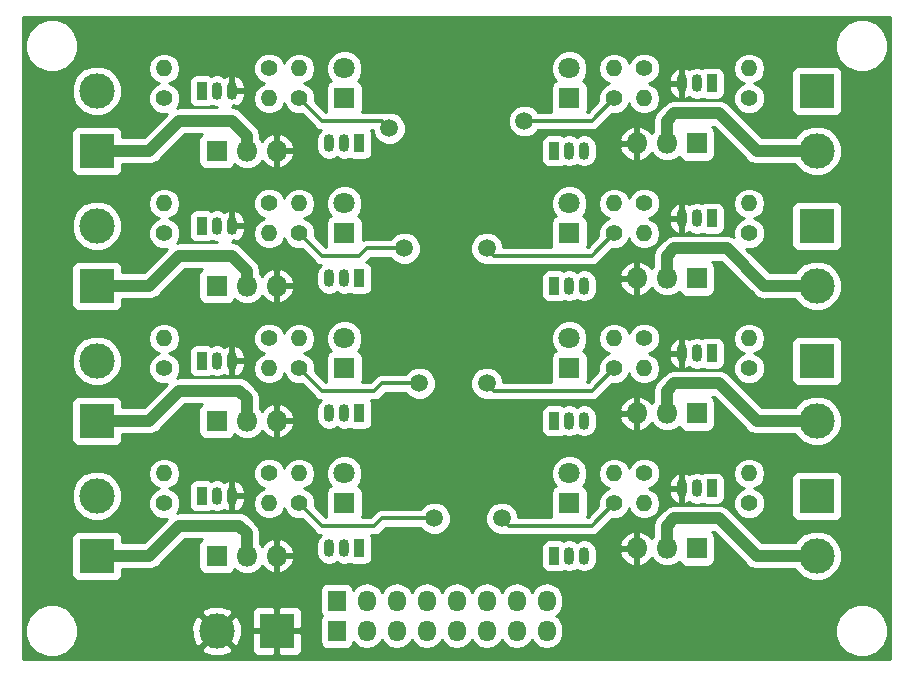
<source format=gbr>
G04 #@! TF.GenerationSoftware,KiCad,Pcbnew,(5.0.2)-1*
G04 #@! TF.CreationDate,2019-11-09T15:10:02+01:00*
G04 #@! TF.ProjectId,MultiSwitch_MosFet,4d756c74-6953-4776-9974-63685f4d6f73,0.1*
G04 #@! TF.SameCoordinates,Original*
G04 #@! TF.FileFunction,Copper,L2,Bot*
G04 #@! TF.FilePolarity,Positive*
%FSLAX46Y46*%
G04 Gerber Fmt 4.6, Leading zero omitted, Abs format (unit mm)*
G04 Created by KiCad (PCBNEW (5.0.2)-1) date 09/11/2019 15:10:02*
%MOMM*%
%LPD*%
G01*
G04 APERTURE LIST*
G04 #@! TA.AperFunction,ComponentPad*
%ADD10O,1.800000X1.800000*%
G04 #@! TD*
G04 #@! TA.AperFunction,ComponentPad*
%ADD11R,1.800000X1.800000*%
G04 #@! TD*
G04 #@! TA.AperFunction,ComponentPad*
%ADD12O,0.900000X1.500000*%
G04 #@! TD*
G04 #@! TA.AperFunction,ComponentPad*
%ADD13R,0.900000X1.500000*%
G04 #@! TD*
G04 #@! TA.AperFunction,ComponentPad*
%ADD14R,3.000000X3.000000*%
G04 #@! TD*
G04 #@! TA.AperFunction,ComponentPad*
%ADD15C,3.000000*%
G04 #@! TD*
G04 #@! TA.AperFunction,ComponentPad*
%ADD16C,1.800000*%
G04 #@! TD*
G04 #@! TA.AperFunction,ComponentPad*
%ADD17R,1.500000X1.800000*%
G04 #@! TD*
G04 #@! TA.AperFunction,ComponentPad*
%ADD18O,1.500000X1.800000*%
G04 #@! TD*
G04 #@! TA.AperFunction,ComponentPad*
%ADD19O,1.400000X1.400000*%
G04 #@! TD*
G04 #@! TA.AperFunction,ComponentPad*
%ADD20C,1.400000*%
G04 #@! TD*
G04 #@! TA.AperFunction,ViaPad*
%ADD21C,1.500000*%
G04 #@! TD*
G04 #@! TA.AperFunction,Conductor*
%ADD22C,1.000000*%
G04 #@! TD*
G04 #@! TA.AperFunction,Conductor*
%ADD23C,0.310000*%
G04 #@! TD*
G04 #@! TA.AperFunction,Conductor*
%ADD24C,0.254000*%
G04 #@! TD*
G04 APERTURE END LIST*
D10*
G04 #@! TO.P,Q2,3*
G04 #@! TO.N,GND*
X116840000Y-40640000D03*
G04 #@! TO.P,Q2,2*
G04 #@! TO.N,Net-(J1-Pad1)*
X114300000Y-40640000D03*
D11*
G04 #@! TO.P,Q2,1*
G04 #@! TO.N,Net-(Q1-Pad1)*
X111760000Y-40640000D03*
G04 #@! TD*
G04 #@! TO.P,Q14,1*
G04 #@! TO.N,Net-(Q13-Pad1)*
X152400000Y-40005000D03*
D10*
G04 #@! TO.P,Q14,2*
G04 #@! TO.N,Net-(J5-Pad2)*
X149860000Y-40005000D03*
G04 #@! TO.P,Q14,3*
G04 #@! TO.N,GND*
X147320000Y-40005000D03*
G04 #@! TD*
D12*
G04 #@! TO.P,Q1,2*
G04 #@! TO.N,Net-(Q1-Pad2)*
X111760000Y-35560000D03*
G04 #@! TO.P,Q1,3*
G04 #@! TO.N,GND*
X113030000Y-35560000D03*
D13*
G04 #@! TO.P,Q1,1*
G04 #@! TO.N,Net-(Q1-Pad1)*
X110490000Y-35560000D03*
G04 #@! TD*
D11*
G04 #@! TO.P,Q8,1*
G04 #@! TO.N,Net-(Q7-Pad1)*
X111760000Y-63500000D03*
D10*
G04 #@! TO.P,Q8,2*
G04 #@! TO.N,Net-(J3-Pad1)*
X114300000Y-63500000D03*
G04 #@! TO.P,Q8,3*
G04 #@! TO.N,GND*
X116840000Y-63500000D03*
G04 #@! TD*
D12*
G04 #@! TO.P,Q3,2*
G04 #@! TO.N,Net-(J1-Pad1)*
X122555000Y-40005000D03*
G04 #@! TO.P,Q3,3*
X121285000Y-40005000D03*
D13*
G04 #@! TO.P,Q3,1*
G04 #@! TO.N,Net-(D1-Pad1)*
X123825000Y-40005000D03*
G04 #@! TD*
D12*
G04 #@! TO.P,Q7,2*
G04 #@! TO.N,Net-(Q7-Pad2)*
X111760000Y-58420000D03*
G04 #@! TO.P,Q7,3*
G04 #@! TO.N,GND*
X113030000Y-58420000D03*
D13*
G04 #@! TO.P,Q7,1*
G04 #@! TO.N,Net-(Q7-Pad1)*
X110490000Y-58420000D03*
G04 #@! TD*
D12*
G04 #@! TO.P,Q9,2*
G04 #@! TO.N,Net-(J3-Pad1)*
X122555000Y-62865000D03*
G04 #@! TO.P,Q9,3*
X121285000Y-62865000D03*
D13*
G04 #@! TO.P,Q9,1*
G04 #@! TO.N,Net-(D3-Pad1)*
X123825000Y-62865000D03*
G04 #@! TD*
D12*
G04 #@! TO.P,Q13,2*
G04 #@! TO.N,Net-(Q13-Pad2)*
X152400000Y-34925000D03*
G04 #@! TO.P,Q13,3*
G04 #@! TO.N,GND*
X151130000Y-34925000D03*
D13*
G04 #@! TO.P,Q13,1*
G04 #@! TO.N,Net-(Q13-Pad1)*
X153670000Y-34925000D03*
G04 #@! TD*
G04 #@! TO.P,Q15,1*
G04 #@! TO.N,Net-(D5-Pad1)*
X140335000Y-40640000D03*
D12*
G04 #@! TO.P,Q15,3*
G04 #@! TO.N,Net-(J5-Pad2)*
X142875000Y-40640000D03*
G04 #@! TO.P,Q15,2*
X141605000Y-40640000D03*
G04 #@! TD*
D13*
G04 #@! TO.P,Q4,1*
G04 #@! TO.N,Net-(Q4-Pad1)*
X110490000Y-46990000D03*
D12*
G04 #@! TO.P,Q4,3*
G04 #@! TO.N,GND*
X113030000Y-46990000D03*
G04 #@! TO.P,Q4,2*
G04 #@! TO.N,Net-(Q4-Pad2)*
X111760000Y-46990000D03*
G04 #@! TD*
D10*
G04 #@! TO.P,Q5,3*
G04 #@! TO.N,GND*
X116840000Y-52070000D03*
G04 #@! TO.P,Q5,2*
G04 #@! TO.N,Net-(J2-Pad1)*
X114300000Y-52070000D03*
D11*
G04 #@! TO.P,Q5,1*
G04 #@! TO.N,Net-(Q4-Pad1)*
X111760000Y-52070000D03*
G04 #@! TD*
D12*
G04 #@! TO.P,Q6,2*
G04 #@! TO.N,Net-(J2-Pad1)*
X122555000Y-51435000D03*
G04 #@! TO.P,Q6,3*
X121285000Y-51435000D03*
D13*
G04 #@! TO.P,Q6,1*
G04 #@! TO.N,Net-(D2-Pad1)*
X123825000Y-51435000D03*
G04 #@! TD*
G04 #@! TO.P,Q10,1*
G04 #@! TO.N,Net-(Q10-Pad1)*
X110490000Y-69850000D03*
D12*
G04 #@! TO.P,Q10,3*
G04 #@! TO.N,GND*
X113030000Y-69850000D03*
G04 #@! TO.P,Q10,2*
G04 #@! TO.N,Net-(Q10-Pad2)*
X111760000Y-69850000D03*
G04 #@! TD*
D10*
G04 #@! TO.P,Q11,3*
G04 #@! TO.N,GND*
X116840000Y-74930000D03*
G04 #@! TO.P,Q11,2*
G04 #@! TO.N,Net-(J4-Pad1)*
X114300000Y-74930000D03*
D11*
G04 #@! TO.P,Q11,1*
G04 #@! TO.N,Net-(Q10-Pad1)*
X111760000Y-74930000D03*
G04 #@! TD*
D12*
G04 #@! TO.P,Q12,2*
G04 #@! TO.N,Net-(J4-Pad1)*
X122555000Y-74295000D03*
G04 #@! TO.P,Q12,3*
X121285000Y-74295000D03*
D13*
G04 #@! TO.P,Q12,1*
G04 #@! TO.N,Net-(D4-Pad1)*
X123825000Y-74295000D03*
G04 #@! TD*
D12*
G04 #@! TO.P,Q16,2*
G04 #@! TO.N,Net-(Q16-Pad2)*
X152400000Y-46355000D03*
G04 #@! TO.P,Q16,3*
G04 #@! TO.N,GND*
X151130000Y-46355000D03*
D13*
G04 #@! TO.P,Q16,1*
G04 #@! TO.N,Net-(Q16-Pad1)*
X153670000Y-46355000D03*
G04 #@! TD*
D11*
G04 #@! TO.P,Q17,1*
G04 #@! TO.N,Net-(Q16-Pad1)*
X152400000Y-51435000D03*
D10*
G04 #@! TO.P,Q17,2*
G04 #@! TO.N,Net-(J6-Pad2)*
X149860000Y-51435000D03*
G04 #@! TO.P,Q17,3*
G04 #@! TO.N,GND*
X147320000Y-51435000D03*
G04 #@! TD*
D13*
G04 #@! TO.P,Q18,1*
G04 #@! TO.N,Net-(D6-Pad1)*
X140335000Y-52070000D03*
D12*
G04 #@! TO.P,Q18,3*
G04 #@! TO.N,Net-(J6-Pad2)*
X142875000Y-52070000D03*
G04 #@! TO.P,Q18,2*
X141605000Y-52070000D03*
G04 #@! TD*
G04 #@! TO.P,Q19,2*
G04 #@! TO.N,Net-(Q19-Pad2)*
X152400000Y-57785000D03*
G04 #@! TO.P,Q19,3*
G04 #@! TO.N,GND*
X151130000Y-57785000D03*
D13*
G04 #@! TO.P,Q19,1*
G04 #@! TO.N,Net-(Q19-Pad1)*
X153670000Y-57785000D03*
G04 #@! TD*
D11*
G04 #@! TO.P,Q20,1*
G04 #@! TO.N,Net-(Q19-Pad1)*
X152400000Y-62865000D03*
D10*
G04 #@! TO.P,Q20,2*
G04 #@! TO.N,Net-(J7-Pad2)*
X149860000Y-62865000D03*
G04 #@! TO.P,Q20,3*
G04 #@! TO.N,GND*
X147320000Y-62865000D03*
G04 #@! TD*
D13*
G04 #@! TO.P,Q21,1*
G04 #@! TO.N,Net-(D7-Pad1)*
X140335000Y-63500000D03*
D12*
G04 #@! TO.P,Q21,3*
G04 #@! TO.N,Net-(J7-Pad2)*
X142875000Y-63500000D03*
G04 #@! TO.P,Q21,2*
X141605000Y-63500000D03*
G04 #@! TD*
G04 #@! TO.P,Q22,2*
G04 #@! TO.N,Net-(Q22-Pad2)*
X152400000Y-69215000D03*
G04 #@! TO.P,Q22,3*
G04 #@! TO.N,GND*
X151130000Y-69215000D03*
D13*
G04 #@! TO.P,Q22,1*
G04 #@! TO.N,Net-(Q22-Pad1)*
X153670000Y-69215000D03*
G04 #@! TD*
D11*
G04 #@! TO.P,Q23,1*
G04 #@! TO.N,Net-(Q22-Pad1)*
X152400000Y-74295000D03*
D10*
G04 #@! TO.P,Q23,2*
G04 #@! TO.N,Net-(J8-Pad2)*
X149860000Y-74295000D03*
G04 #@! TO.P,Q23,3*
G04 #@! TO.N,GND*
X147320000Y-74295000D03*
G04 #@! TD*
D13*
G04 #@! TO.P,Q24,1*
G04 #@! TO.N,Net-(D8-Pad1)*
X140335000Y-74930000D03*
D12*
G04 #@! TO.P,Q24,3*
G04 #@! TO.N,Net-(J8-Pad2)*
X142875000Y-74930000D03*
G04 #@! TO.P,Q24,2*
X141605000Y-74930000D03*
G04 #@! TD*
D14*
G04 #@! TO.P,J1,1*
G04 #@! TO.N,Net-(J1-Pad1)*
X101600000Y-40640000D03*
D15*
G04 #@! TO.P,J1,2*
G04 #@! TO.N,Net-(D1-Pad2)*
X101600000Y-35560000D03*
G04 #@! TD*
G04 #@! TO.P,J2,2*
G04 #@! TO.N,Net-(D2-Pad2)*
X101600000Y-46990000D03*
D14*
G04 #@! TO.P,J2,1*
G04 #@! TO.N,Net-(J2-Pad1)*
X101600000Y-52070000D03*
G04 #@! TD*
D15*
G04 #@! TO.P,J3,2*
G04 #@! TO.N,Net-(D3-Pad2)*
X101600000Y-58420000D03*
D14*
G04 #@! TO.P,J3,1*
G04 #@! TO.N,Net-(J3-Pad1)*
X101600000Y-63500000D03*
G04 #@! TD*
D15*
G04 #@! TO.P,J4,2*
G04 #@! TO.N,Net-(D4-Pad2)*
X101600000Y-69850000D03*
D14*
G04 #@! TO.P,J4,1*
G04 #@! TO.N,Net-(J4-Pad1)*
X101600000Y-74930000D03*
G04 #@! TD*
D15*
G04 #@! TO.P,J5,2*
G04 #@! TO.N,Net-(J5-Pad2)*
X162560000Y-40640000D03*
D14*
G04 #@! TO.P,J5,1*
G04 #@! TO.N,Net-(D5-Pad2)*
X162560000Y-35560000D03*
G04 #@! TD*
G04 #@! TO.P,J6,1*
G04 #@! TO.N,Net-(D6-Pad2)*
X162560000Y-46990000D03*
D15*
G04 #@! TO.P,J6,2*
G04 #@! TO.N,Net-(J6-Pad2)*
X162560000Y-52070000D03*
G04 #@! TD*
D14*
G04 #@! TO.P,J7,1*
G04 #@! TO.N,Net-(D7-Pad2)*
X162560000Y-58420000D03*
D15*
G04 #@! TO.P,J7,2*
G04 #@! TO.N,Net-(J7-Pad2)*
X162560000Y-63500000D03*
G04 #@! TD*
D14*
G04 #@! TO.P,J8,1*
G04 #@! TO.N,Net-(D8-Pad2)*
X162560000Y-69850000D03*
D15*
G04 #@! TO.P,J8,2*
G04 #@! TO.N,Net-(J8-Pad2)*
X162560000Y-74930000D03*
G04 #@! TD*
D14*
G04 #@! TO.P,J11,1*
G04 #@! TO.N,GND*
X116840000Y-81280000D03*
D15*
G04 #@! TO.P,J11,2*
X111760000Y-81280000D03*
G04 #@! TD*
D16*
G04 #@! TO.P,D1,2*
G04 #@! TO.N,Net-(D1-Pad2)*
X122555000Y-33655000D03*
D11*
G04 #@! TO.P,D1,1*
G04 #@! TO.N,Net-(D1-Pad1)*
X122555000Y-36195000D03*
G04 #@! TD*
G04 #@! TO.P,D2,1*
G04 #@! TO.N,Net-(D2-Pad1)*
X122555000Y-47625000D03*
D16*
G04 #@! TO.P,D2,2*
G04 #@! TO.N,Net-(D2-Pad2)*
X122555000Y-45085000D03*
G04 #@! TD*
G04 #@! TO.P,D3,2*
G04 #@! TO.N,Net-(D3-Pad2)*
X122555000Y-56515000D03*
D11*
G04 #@! TO.P,D3,1*
G04 #@! TO.N,Net-(D3-Pad1)*
X122555000Y-59055000D03*
G04 #@! TD*
G04 #@! TO.P,D4,1*
G04 #@! TO.N,Net-(D4-Pad1)*
X122555000Y-70485000D03*
D16*
G04 #@! TO.P,D4,2*
G04 #@! TO.N,Net-(D4-Pad2)*
X122555000Y-67945000D03*
G04 #@! TD*
G04 #@! TO.P,D5,2*
G04 #@! TO.N,Net-(D5-Pad2)*
X141605000Y-33655000D03*
D11*
G04 #@! TO.P,D5,1*
G04 #@! TO.N,Net-(D5-Pad1)*
X141605000Y-36195000D03*
G04 #@! TD*
G04 #@! TO.P,D6,1*
G04 #@! TO.N,Net-(D6-Pad1)*
X141605000Y-47625000D03*
D16*
G04 #@! TO.P,D6,2*
G04 #@! TO.N,Net-(D6-Pad2)*
X141605000Y-45085000D03*
G04 #@! TD*
G04 #@! TO.P,D7,2*
G04 #@! TO.N,Net-(D7-Pad2)*
X141605000Y-56515000D03*
D11*
G04 #@! TO.P,D7,1*
G04 #@! TO.N,Net-(D7-Pad1)*
X141605000Y-59055000D03*
G04 #@! TD*
G04 #@! TO.P,D8,1*
G04 #@! TO.N,Net-(D8-Pad1)*
X141605000Y-70485000D03*
D16*
G04 #@! TO.P,D8,2*
G04 #@! TO.N,Net-(D8-Pad2)*
X141605000Y-67945000D03*
G04 #@! TD*
D17*
G04 #@! TO.P,J9,1*
G04 #@! TO.N,Net-(J9-Pad1)*
X121920000Y-78740000D03*
D18*
G04 #@! TO.P,J9,2*
G04 #@! TO.N,Net-(J9-Pad2)*
X124460000Y-78740000D03*
G04 #@! TO.P,J9,3*
G04 #@! TO.N,Net-(J9-Pad3)*
X127000000Y-78740000D03*
G04 #@! TO.P,J9,4*
G04 #@! TO.N,Net-(J9-Pad4)*
X129540000Y-78740000D03*
G04 #@! TO.P,J9,5*
G04 #@! TO.N,Net-(J9-Pad5)*
X132080000Y-78740000D03*
G04 #@! TO.P,J9,6*
G04 #@! TO.N,Net-(J9-Pad6)*
X134620000Y-78740000D03*
G04 #@! TO.P,J9,7*
G04 #@! TO.N,Net-(J9-Pad7)*
X137160000Y-78740000D03*
G04 #@! TO.P,J9,8*
G04 #@! TO.N,Net-(J9-Pad8)*
X139700000Y-78740000D03*
G04 #@! TD*
G04 #@! TO.P,J10,8*
G04 #@! TO.N,+VRx*
X139700000Y-81280000D03*
G04 #@! TO.P,J10,7*
X137160000Y-81280000D03*
G04 #@! TO.P,J10,6*
X134620000Y-81280000D03*
G04 #@! TO.P,J10,5*
X132080000Y-81280000D03*
G04 #@! TO.P,J10,4*
X129540000Y-81280000D03*
G04 #@! TO.P,J10,3*
X127000000Y-81280000D03*
G04 #@! TO.P,J10,2*
X124460000Y-81280000D03*
D17*
G04 #@! TO.P,J10,1*
X121920000Y-81280000D03*
G04 #@! TD*
D19*
G04 #@! TO.P,R1,2*
G04 #@! TO.N,Net-(D1-Pad2)*
X118745000Y-33655000D03*
D20*
G04 #@! TO.P,R1,1*
G04 #@! TO.N,Net-(J9-Pad1)*
X118745000Y-36195000D03*
G04 #@! TD*
G04 #@! TO.P,R2,1*
G04 #@! TO.N,Net-(Q1-Pad2)*
X116205000Y-33655000D03*
D19*
G04 #@! TO.P,R2,2*
G04 #@! TO.N,Net-(J9-Pad1)*
X116205000Y-36195000D03*
G04 #@! TD*
G04 #@! TO.P,R3,2*
G04 #@! TO.N,Net-(D1-Pad2)*
X107315000Y-33655000D03*
D20*
G04 #@! TO.P,R3,1*
G04 #@! TO.N,Net-(Q1-Pad1)*
X107315000Y-36195000D03*
G04 #@! TD*
G04 #@! TO.P,R4,1*
G04 #@! TO.N,Net-(J9-Pad2)*
X118745000Y-47625000D03*
D19*
G04 #@! TO.P,R4,2*
G04 #@! TO.N,Net-(D2-Pad2)*
X118745000Y-45085000D03*
G04 #@! TD*
D20*
G04 #@! TO.P,R5,1*
G04 #@! TO.N,Net-(Q4-Pad2)*
X116205000Y-45085000D03*
D19*
G04 #@! TO.P,R5,2*
G04 #@! TO.N,Net-(J9-Pad2)*
X116205000Y-47625000D03*
G04 #@! TD*
G04 #@! TO.P,R6,2*
G04 #@! TO.N,Net-(D2-Pad2)*
X107315000Y-45085000D03*
D20*
G04 #@! TO.P,R6,1*
G04 #@! TO.N,Net-(Q4-Pad1)*
X107315000Y-47625000D03*
G04 #@! TD*
G04 #@! TO.P,R7,1*
G04 #@! TO.N,Net-(J9-Pad3)*
X118745000Y-59055000D03*
D19*
G04 #@! TO.P,R7,2*
G04 #@! TO.N,Net-(D3-Pad2)*
X118745000Y-56515000D03*
G04 #@! TD*
D20*
G04 #@! TO.P,R8,1*
G04 #@! TO.N,Net-(Q7-Pad2)*
X116205000Y-56515000D03*
D19*
G04 #@! TO.P,R8,2*
G04 #@! TO.N,Net-(J9-Pad3)*
X116205000Y-59055000D03*
G04 #@! TD*
G04 #@! TO.P,R9,2*
G04 #@! TO.N,Net-(D3-Pad2)*
X107315000Y-56515000D03*
D20*
G04 #@! TO.P,R9,1*
G04 #@! TO.N,Net-(Q7-Pad1)*
X107315000Y-59055000D03*
G04 #@! TD*
D19*
G04 #@! TO.P,R11,2*
G04 #@! TO.N,Net-(J9-Pad4)*
X116205000Y-70485000D03*
D20*
G04 #@! TO.P,R11,1*
G04 #@! TO.N,Net-(Q10-Pad2)*
X116205000Y-67945000D03*
G04 #@! TD*
G04 #@! TO.P,R12,1*
G04 #@! TO.N,Net-(Q10-Pad1)*
X107315000Y-70485000D03*
D19*
G04 #@! TO.P,R12,2*
G04 #@! TO.N,Net-(D4-Pad2)*
X107315000Y-67945000D03*
G04 #@! TD*
G04 #@! TO.P,R13,2*
G04 #@! TO.N,Net-(D5-Pad2)*
X145415000Y-33655000D03*
D20*
G04 #@! TO.P,R13,1*
G04 #@! TO.N,Net-(J9-Pad5)*
X145415000Y-36195000D03*
G04 #@! TD*
G04 #@! TO.P,R14,1*
G04 #@! TO.N,Net-(Q13-Pad2)*
X147955000Y-33655000D03*
D19*
G04 #@! TO.P,R14,2*
G04 #@! TO.N,Net-(J9-Pad5)*
X147955000Y-36195000D03*
G04 #@! TD*
G04 #@! TO.P,R15,2*
G04 #@! TO.N,Net-(D5-Pad2)*
X156845000Y-33655000D03*
D20*
G04 #@! TO.P,R15,1*
G04 #@! TO.N,Net-(Q13-Pad1)*
X156845000Y-36195000D03*
G04 #@! TD*
D19*
G04 #@! TO.P,R16,2*
G04 #@! TO.N,Net-(D6-Pad2)*
X145415000Y-45085000D03*
D20*
G04 #@! TO.P,R16,1*
G04 #@! TO.N,Net-(J9-Pad6)*
X145415000Y-47625000D03*
G04 #@! TD*
G04 #@! TO.P,R17,1*
G04 #@! TO.N,Net-(Q16-Pad2)*
X147955000Y-45085000D03*
D19*
G04 #@! TO.P,R17,2*
G04 #@! TO.N,Net-(J9-Pad6)*
X147955000Y-47625000D03*
G04 #@! TD*
G04 #@! TO.P,R18,2*
G04 #@! TO.N,Net-(D6-Pad2)*
X156845000Y-45085000D03*
D20*
G04 #@! TO.P,R18,1*
G04 #@! TO.N,Net-(Q16-Pad1)*
X156845000Y-47625000D03*
G04 #@! TD*
G04 #@! TO.P,R19,1*
G04 #@! TO.N,Net-(J9-Pad7)*
X145415000Y-59055000D03*
D19*
G04 #@! TO.P,R19,2*
G04 #@! TO.N,Net-(D7-Pad2)*
X145415000Y-56515000D03*
G04 #@! TD*
G04 #@! TO.P,R20,2*
G04 #@! TO.N,Net-(J9-Pad7)*
X147955000Y-59055000D03*
D20*
G04 #@! TO.P,R20,1*
G04 #@! TO.N,Net-(Q19-Pad2)*
X147955000Y-56515000D03*
G04 #@! TD*
D19*
G04 #@! TO.P,R21,2*
G04 #@! TO.N,Net-(D7-Pad2)*
X156845000Y-56515000D03*
D20*
G04 #@! TO.P,R21,1*
G04 #@! TO.N,Net-(Q19-Pad1)*
X156845000Y-59055000D03*
G04 #@! TD*
G04 #@! TO.P,R22,1*
G04 #@! TO.N,Net-(J9-Pad8)*
X145415000Y-70485000D03*
D19*
G04 #@! TO.P,R22,2*
G04 #@! TO.N,Net-(D8-Pad2)*
X145415000Y-67945000D03*
G04 #@! TD*
D20*
G04 #@! TO.P,R23,1*
G04 #@! TO.N,Net-(Q22-Pad2)*
X147955000Y-67945000D03*
D19*
G04 #@! TO.P,R23,2*
G04 #@! TO.N,Net-(J9-Pad8)*
X147955000Y-70485000D03*
G04 #@! TD*
D20*
G04 #@! TO.P,R24,1*
G04 #@! TO.N,Net-(Q22-Pad1)*
X156845000Y-70485000D03*
D19*
G04 #@! TO.P,R24,2*
G04 #@! TO.N,Net-(D8-Pad2)*
X156845000Y-67945000D03*
G04 #@! TD*
D20*
G04 #@! TO.P,R10,1*
G04 #@! TO.N,Net-(J9-Pad4)*
X118745000Y-70485000D03*
D19*
G04 #@! TO.P,R10,2*
G04 #@! TO.N,Net-(D4-Pad2)*
X118745000Y-67945000D03*
G04 #@! TD*
D21*
G04 #@! TO.N,Net-(J9-Pad1)*
X126365000Y-38735000D03*
G04 #@! TO.N,Net-(J9-Pad2)*
X127635000Y-48895000D03*
G04 #@! TO.N,Net-(J9-Pad3)*
X128905000Y-60325000D03*
G04 #@! TO.N,Net-(J9-Pad4)*
X130175000Y-71755000D03*
G04 #@! TO.N,Net-(J9-Pad5)*
X137795000Y-38100000D03*
G04 #@! TO.N,Net-(J9-Pad6)*
X134620000Y-48895000D03*
G04 #@! TO.N,Net-(J9-Pad7)*
X134620000Y-60325000D03*
G04 #@! TO.N,Net-(J9-Pad8)*
X135890000Y-71755000D03*
G04 #@! TD*
D22*
G04 #@! TO.N,Net-(J1-Pad1)*
X101600000Y-40640000D02*
X106045000Y-40640000D01*
X106045000Y-40640000D02*
X108585000Y-38100000D01*
X108585000Y-38100000D02*
X113030000Y-38100000D01*
X114300000Y-39370000D02*
X114300000Y-40640000D01*
X113030000Y-38100000D02*
X114300000Y-39370000D01*
G04 #@! TO.N,Net-(J2-Pad1)*
X101600000Y-52070000D02*
X106045000Y-52070000D01*
X106045000Y-52070000D02*
X108585000Y-49530000D01*
X108585000Y-49530000D02*
X113030000Y-49530000D01*
X114300000Y-50800000D02*
X114300000Y-52070000D01*
X113030000Y-49530000D02*
X114300000Y-50800000D01*
G04 #@! TO.N,Net-(J3-Pad1)*
X101600000Y-63500000D02*
X106045000Y-63500000D01*
X106045000Y-63500000D02*
X108585000Y-60960000D01*
X108585000Y-60960000D02*
X113665000Y-60960000D01*
X114300000Y-61595000D02*
X114300000Y-63500000D01*
X113665000Y-60960000D02*
X114300000Y-61595000D01*
G04 #@! TO.N,Net-(J4-Pad1)*
X101600000Y-74930000D02*
X106045000Y-74930000D01*
X106045000Y-74930000D02*
X108585000Y-72390000D01*
X108585000Y-72390000D02*
X113665000Y-72390000D01*
X114300000Y-73025000D02*
X114300000Y-74930000D01*
X113665000Y-72390000D02*
X114300000Y-73025000D01*
D23*
G04 #@! TO.N,Net-(J9-Pad1)*
X125730000Y-38100000D02*
X126365000Y-38735000D01*
X118745000Y-36195000D02*
X120650000Y-38100000D01*
X120650000Y-38100000D02*
X125730000Y-38100000D01*
G04 #@! TO.N,Net-(J9-Pad2)*
X120650000Y-49530000D02*
X118745000Y-47625000D01*
X123825000Y-49530000D02*
X120650000Y-49530000D01*
X127635000Y-48895000D02*
X124460000Y-48895000D01*
X124460000Y-48895000D02*
X123825000Y-49530000D01*
G04 #@! TO.N,Net-(J9-Pad3)*
X118745000Y-59055000D02*
X120650000Y-60960000D01*
X125730000Y-60325000D02*
X125095000Y-60960000D01*
X128905000Y-60325000D02*
X125730000Y-60325000D01*
X120650000Y-60960000D02*
X125095000Y-60960000D01*
G04 #@! TO.N,Net-(J9-Pad4)*
X118745000Y-70485000D02*
X120650000Y-72390000D01*
X120650000Y-72390000D02*
X125095000Y-72390000D01*
X125095000Y-72390000D02*
X125730000Y-71755000D01*
X125730000Y-71755000D02*
X130175000Y-71755000D01*
G04 #@! TO.N,Net-(J9-Pad5)*
X145415000Y-36195000D02*
X143510000Y-38100000D01*
X143510000Y-38100000D02*
X137795000Y-38100000D01*
G04 #@! TO.N,Net-(J9-Pad6)*
X135255000Y-49530000D02*
X134620000Y-48895000D01*
X145415000Y-47625000D02*
X143510000Y-49530000D01*
X143510000Y-49530000D02*
X135255000Y-49530000D01*
G04 #@! TO.N,Net-(J9-Pad7)*
X135255000Y-60960000D02*
X134620000Y-60325000D01*
X145415000Y-59055000D02*
X143510000Y-60960000D01*
X143510000Y-60960000D02*
X135255000Y-60960000D01*
G04 #@! TO.N,Net-(J9-Pad8)*
X145415000Y-70485000D02*
X143510000Y-72390000D01*
X136525000Y-72390000D02*
X135890000Y-71755000D01*
X143510000Y-72390000D02*
X136525000Y-72390000D01*
D22*
G04 #@! TO.N,Net-(J5-Pad2)*
X162560000Y-40640000D02*
X157480000Y-40640000D01*
X157480000Y-40640000D02*
X154305000Y-37465000D01*
X154305000Y-37465000D02*
X150495000Y-37465000D01*
X149860000Y-38100000D02*
X149860000Y-40005000D01*
X150495000Y-37465000D02*
X149860000Y-38100000D01*
G04 #@! TO.N,Net-(J6-Pad2)*
X162560000Y-52070000D02*
X158115000Y-52070000D01*
X158115000Y-52070000D02*
X154940000Y-48895000D01*
X154940000Y-48895000D02*
X150495000Y-48895000D01*
X149860000Y-49530000D02*
X149860000Y-51435000D01*
X150495000Y-48895000D02*
X149860000Y-49530000D01*
G04 #@! TO.N,Net-(J7-Pad2)*
X162560000Y-63500000D02*
X157480000Y-63500000D01*
X157480000Y-63500000D02*
X154305000Y-60325000D01*
X154305000Y-60325000D02*
X150495000Y-60325000D01*
X149860000Y-60960000D02*
X149860000Y-62865000D01*
X150495000Y-60325000D02*
X149860000Y-60960000D01*
G04 #@! TO.N,Net-(J8-Pad2)*
X162560000Y-74930000D02*
X157480000Y-74930000D01*
X157480000Y-74930000D02*
X154305000Y-71755000D01*
X154305000Y-71755000D02*
X150495000Y-71755000D01*
X149860000Y-72390000D02*
X149860000Y-74295000D01*
X150495000Y-71755000D02*
X149860000Y-72390000D01*
G04 #@! TD*
D24*
G04 #@! TO.N,GND*
G36*
X168783000Y-83693000D02*
X95377000Y-83693000D01*
X95377000Y-80835431D01*
X95555000Y-80835431D01*
X95555000Y-81724569D01*
X95895259Y-82546026D01*
X96523974Y-83174741D01*
X97345431Y-83515000D01*
X98234569Y-83515000D01*
X99056026Y-83174741D01*
X99436797Y-82793970D01*
X110425635Y-82793970D01*
X110585418Y-83112739D01*
X111376187Y-83422723D01*
X112225387Y-83406497D01*
X112934582Y-83112739D01*
X113094365Y-82793970D01*
X111760000Y-81459605D01*
X110425635Y-82793970D01*
X99436797Y-82793970D01*
X99684741Y-82546026D01*
X100025000Y-81724569D01*
X100025000Y-80896187D01*
X109617277Y-80896187D01*
X109633503Y-81745387D01*
X109927261Y-82454582D01*
X110246030Y-82614365D01*
X111580395Y-81280000D01*
X111939605Y-81280000D01*
X113273970Y-82614365D01*
X113592739Y-82454582D01*
X113902723Y-81663813D01*
X113900850Y-81565750D01*
X114705000Y-81565750D01*
X114705000Y-82906310D01*
X114801673Y-83139699D01*
X114980302Y-83318327D01*
X115213691Y-83415000D01*
X116554250Y-83415000D01*
X116713000Y-83256250D01*
X116713000Y-81407000D01*
X116967000Y-81407000D01*
X116967000Y-83256250D01*
X117125750Y-83415000D01*
X118466309Y-83415000D01*
X118699698Y-83318327D01*
X118878327Y-83139699D01*
X118975000Y-82906310D01*
X118975000Y-81565750D01*
X118816250Y-81407000D01*
X116967000Y-81407000D01*
X116713000Y-81407000D01*
X114863750Y-81407000D01*
X114705000Y-81565750D01*
X113900850Y-81565750D01*
X113886497Y-80814613D01*
X113592739Y-80105418D01*
X113273970Y-79945635D01*
X111939605Y-81280000D01*
X111580395Y-81280000D01*
X110246030Y-79945635D01*
X109927261Y-80105418D01*
X109617277Y-80896187D01*
X100025000Y-80896187D01*
X100025000Y-80835431D01*
X99684741Y-80013974D01*
X99436797Y-79766030D01*
X110425635Y-79766030D01*
X111760000Y-81100395D01*
X113094365Y-79766030D01*
X113038055Y-79653690D01*
X114705000Y-79653690D01*
X114705000Y-80994250D01*
X114863750Y-81153000D01*
X116713000Y-81153000D01*
X116713000Y-79303750D01*
X116967000Y-79303750D01*
X116967000Y-81153000D01*
X118816250Y-81153000D01*
X118975000Y-80994250D01*
X118975000Y-79653690D01*
X118878327Y-79420301D01*
X118699698Y-79241673D01*
X118466309Y-79145000D01*
X117125750Y-79145000D01*
X116967000Y-79303750D01*
X116713000Y-79303750D01*
X116554250Y-79145000D01*
X115213691Y-79145000D01*
X114980302Y-79241673D01*
X114801673Y-79420301D01*
X114705000Y-79653690D01*
X113038055Y-79653690D01*
X112934582Y-79447261D01*
X112143813Y-79137277D01*
X111294613Y-79153503D01*
X110585418Y-79447261D01*
X110425635Y-79766030D01*
X99436797Y-79766030D01*
X99056026Y-79385259D01*
X98234569Y-79045000D01*
X97345431Y-79045000D01*
X96523974Y-79385259D01*
X95895259Y-80013974D01*
X95555000Y-80835431D01*
X95377000Y-80835431D01*
X95377000Y-77840000D01*
X120522560Y-77840000D01*
X120522560Y-79640000D01*
X120571843Y-79887765D01*
X120653518Y-80010000D01*
X120571843Y-80132235D01*
X120522560Y-80380000D01*
X120522560Y-82180000D01*
X120571843Y-82427765D01*
X120712191Y-82637809D01*
X120922235Y-82778157D01*
X121170000Y-82827440D01*
X122670000Y-82827440D01*
X122917765Y-82778157D01*
X123127809Y-82637809D01*
X123268157Y-82427765D01*
X123312386Y-82205407D01*
X123461472Y-82428529D01*
X123919601Y-82734641D01*
X124460000Y-82842133D01*
X125000400Y-82734641D01*
X125458529Y-82428529D01*
X125730000Y-82022243D01*
X126001472Y-82428529D01*
X126459601Y-82734641D01*
X127000000Y-82842133D01*
X127540400Y-82734641D01*
X127998529Y-82428529D01*
X128270000Y-82022243D01*
X128541472Y-82428529D01*
X128999601Y-82734641D01*
X129540000Y-82842133D01*
X130080400Y-82734641D01*
X130538529Y-82428529D01*
X130810000Y-82022243D01*
X131081472Y-82428529D01*
X131539601Y-82734641D01*
X132080000Y-82842133D01*
X132620400Y-82734641D01*
X133078529Y-82428529D01*
X133350000Y-82022243D01*
X133621472Y-82428529D01*
X134079601Y-82734641D01*
X134620000Y-82842133D01*
X135160400Y-82734641D01*
X135618529Y-82428529D01*
X135890000Y-82022243D01*
X136161472Y-82428529D01*
X136619601Y-82734641D01*
X137160000Y-82842133D01*
X137700400Y-82734641D01*
X138158529Y-82428529D01*
X138430000Y-82022243D01*
X138701472Y-82428529D01*
X139159601Y-82734641D01*
X139700000Y-82842133D01*
X140240400Y-82734641D01*
X140698529Y-82428529D01*
X141004641Y-81970399D01*
X141085000Y-81566406D01*
X141085000Y-80993593D01*
X141053540Y-80835431D01*
X164135000Y-80835431D01*
X164135000Y-81724569D01*
X164475259Y-82546026D01*
X165103974Y-83174741D01*
X165925431Y-83515000D01*
X166814569Y-83515000D01*
X167636026Y-83174741D01*
X168264741Y-82546026D01*
X168605000Y-81724569D01*
X168605000Y-80835431D01*
X168264741Y-80013974D01*
X167636026Y-79385259D01*
X166814569Y-79045000D01*
X165925431Y-79045000D01*
X165103974Y-79385259D01*
X164475259Y-80013974D01*
X164135000Y-80835431D01*
X141053540Y-80835431D01*
X141004641Y-80589600D01*
X140698528Y-80131471D01*
X140516734Y-80010000D01*
X140698529Y-79888529D01*
X141004641Y-79430399D01*
X141085000Y-79026406D01*
X141085000Y-78453593D01*
X141004641Y-78049600D01*
X140698528Y-77591471D01*
X140240399Y-77285359D01*
X139700000Y-77177867D01*
X139159600Y-77285359D01*
X138701471Y-77591472D01*
X138430000Y-77997757D01*
X138158528Y-77591471D01*
X137700399Y-77285359D01*
X137160000Y-77177867D01*
X136619600Y-77285359D01*
X136161471Y-77591472D01*
X135890000Y-77997757D01*
X135618528Y-77591471D01*
X135160399Y-77285359D01*
X134620000Y-77177867D01*
X134079600Y-77285359D01*
X133621471Y-77591472D01*
X133350000Y-77997757D01*
X133078528Y-77591471D01*
X132620399Y-77285359D01*
X132080000Y-77177867D01*
X131539600Y-77285359D01*
X131081471Y-77591472D01*
X130810000Y-77997757D01*
X130538528Y-77591471D01*
X130080399Y-77285359D01*
X129540000Y-77177867D01*
X128999600Y-77285359D01*
X128541471Y-77591472D01*
X128270000Y-77997757D01*
X127998528Y-77591471D01*
X127540399Y-77285359D01*
X127000000Y-77177867D01*
X126459600Y-77285359D01*
X126001471Y-77591472D01*
X125730000Y-77997757D01*
X125458528Y-77591471D01*
X125000399Y-77285359D01*
X124460000Y-77177867D01*
X123919600Y-77285359D01*
X123461471Y-77591472D01*
X123312386Y-77814593D01*
X123268157Y-77592235D01*
X123127809Y-77382191D01*
X122917765Y-77241843D01*
X122670000Y-77192560D01*
X121170000Y-77192560D01*
X120922235Y-77241843D01*
X120712191Y-77382191D01*
X120571843Y-77592235D01*
X120522560Y-77840000D01*
X95377000Y-77840000D01*
X95377000Y-73430000D01*
X99452560Y-73430000D01*
X99452560Y-76430000D01*
X99501843Y-76677765D01*
X99642191Y-76887809D01*
X99852235Y-77028157D01*
X100100000Y-77077440D01*
X103100000Y-77077440D01*
X103347765Y-77028157D01*
X103557809Y-76887809D01*
X103698157Y-76677765D01*
X103747440Y-76430000D01*
X103747440Y-76065000D01*
X105933217Y-76065000D01*
X106045000Y-76087235D01*
X106156783Y-76065000D01*
X106487855Y-75999146D01*
X106863289Y-75748289D01*
X106926613Y-75653518D01*
X109055132Y-73525000D01*
X110472817Y-73525000D01*
X110402191Y-73572191D01*
X110261843Y-73782235D01*
X110212560Y-74030000D01*
X110212560Y-75830000D01*
X110261843Y-76077765D01*
X110402191Y-76287809D01*
X110612235Y-76428157D01*
X110860000Y-76477440D01*
X112660000Y-76477440D01*
X112907765Y-76428157D01*
X113117809Y-76287809D01*
X113257129Y-76079304D01*
X113701073Y-76375938D01*
X114148818Y-76465000D01*
X114451182Y-76465000D01*
X114898927Y-76375938D01*
X115406673Y-76036673D01*
X115577624Y-75780826D01*
X115932424Y-76167966D01*
X116475258Y-76421046D01*
X116713000Y-76300997D01*
X116713000Y-75057000D01*
X116967000Y-75057000D01*
X116967000Y-76300997D01*
X117204742Y-76421046D01*
X117747576Y-76167966D01*
X118152240Y-75726417D01*
X118331036Y-75294740D01*
X118210378Y-75057000D01*
X116967000Y-75057000D01*
X116713000Y-75057000D01*
X116693000Y-75057000D01*
X116693000Y-74803000D01*
X116713000Y-74803000D01*
X116713000Y-73559003D01*
X116967000Y-73559003D01*
X116967000Y-74803000D01*
X118210378Y-74803000D01*
X118331036Y-74565260D01*
X118152240Y-74133583D01*
X117747576Y-73692034D01*
X117204742Y-73438954D01*
X116967000Y-73559003D01*
X116713000Y-73559003D01*
X116475258Y-73438954D01*
X115932424Y-73692034D01*
X115577624Y-74079174D01*
X115435000Y-73865721D01*
X115435000Y-73136783D01*
X115457235Y-73025000D01*
X115369146Y-72582145D01*
X115363229Y-72573289D01*
X115118289Y-72206711D01*
X115023519Y-72143388D01*
X114546613Y-71666482D01*
X114483289Y-71571711D01*
X114107855Y-71320854D01*
X113776783Y-71255000D01*
X113665000Y-71232765D01*
X113553217Y-71255000D01*
X111766314Y-71255000D01*
X112183345Y-71172047D01*
X112397492Y-71028959D01*
X112735999Y-71194408D01*
X112903000Y-71067502D01*
X112903000Y-69977000D01*
X113157000Y-69977000D01*
X113157000Y-71067502D01*
X113324001Y-71194408D01*
X113707408Y-71007013D01*
X113983808Y-70682544D01*
X114047712Y-70485000D01*
X114843846Y-70485000D01*
X114947458Y-71005891D01*
X115242519Y-71447481D01*
X115684109Y-71742542D01*
X116073515Y-71820000D01*
X116336485Y-71820000D01*
X116725891Y-71742542D01*
X117167481Y-71447481D01*
X117462542Y-71005891D01*
X117479809Y-70919082D01*
X117613242Y-71241217D01*
X117988783Y-71616758D01*
X118479452Y-71820000D01*
X118962772Y-71820000D01*
X120036366Y-72893594D01*
X120080442Y-72959558D01*
X120341757Y-73134164D01*
X120556467Y-73176872D01*
X120502759Y-73212759D01*
X120262953Y-73571655D01*
X120200000Y-73888140D01*
X120200000Y-74701861D01*
X120262954Y-75018346D01*
X120502760Y-75377241D01*
X120861655Y-75617047D01*
X121285000Y-75701256D01*
X121708346Y-75617047D01*
X121920001Y-75475624D01*
X122131655Y-75617047D01*
X122555000Y-75701256D01*
X122978346Y-75617047D01*
X123033253Y-75580360D01*
X123127235Y-75643157D01*
X123375000Y-75692440D01*
X124275000Y-75692440D01*
X124522765Y-75643157D01*
X124732809Y-75502809D01*
X124873157Y-75292765D01*
X124922440Y-75045000D01*
X124922440Y-74180000D01*
X139237560Y-74180000D01*
X139237560Y-75680000D01*
X139286843Y-75927765D01*
X139427191Y-76137809D01*
X139637235Y-76278157D01*
X139885000Y-76327440D01*
X140785000Y-76327440D01*
X141032765Y-76278157D01*
X141126747Y-76215360D01*
X141181654Y-76252047D01*
X141605000Y-76336256D01*
X142028345Y-76252047D01*
X142240000Y-76110624D01*
X142451654Y-76252047D01*
X142875000Y-76336256D01*
X143298345Y-76252047D01*
X143657241Y-76012241D01*
X143897047Y-75653346D01*
X143960000Y-75336861D01*
X143960000Y-74659740D01*
X145828964Y-74659740D01*
X146007760Y-75091417D01*
X146412424Y-75532966D01*
X146955258Y-75786046D01*
X147193000Y-75665997D01*
X147193000Y-74422000D01*
X145949622Y-74422000D01*
X145828964Y-74659740D01*
X143960000Y-74659740D01*
X143960000Y-74523140D01*
X143897047Y-74206655D01*
X143712367Y-73930260D01*
X145828964Y-73930260D01*
X145949622Y-74168000D01*
X147193000Y-74168000D01*
X147193000Y-72924003D01*
X147447000Y-72924003D01*
X147447000Y-74168000D01*
X147467000Y-74168000D01*
X147467000Y-74422000D01*
X147447000Y-74422000D01*
X147447000Y-75665997D01*
X147684742Y-75786046D01*
X148227576Y-75532966D01*
X148582376Y-75145826D01*
X148753327Y-75401673D01*
X149261073Y-75740938D01*
X149708818Y-75830000D01*
X150011182Y-75830000D01*
X150458927Y-75740938D01*
X150902871Y-75444304D01*
X151042191Y-75652809D01*
X151252235Y-75793157D01*
X151500000Y-75842440D01*
X153300000Y-75842440D01*
X153547765Y-75793157D01*
X153757809Y-75652809D01*
X153898157Y-75442765D01*
X153947440Y-75195000D01*
X153947440Y-73395000D01*
X153898157Y-73147235D01*
X153757809Y-72937191D01*
X153687183Y-72890000D01*
X153834869Y-72890000D01*
X156598389Y-75653521D01*
X156661711Y-75748289D01*
X156930316Y-75927765D01*
X157037145Y-75999146D01*
X157479999Y-76087235D01*
X157591782Y-76065000D01*
X160719225Y-76065000D01*
X160750034Y-76139380D01*
X161350620Y-76739966D01*
X162135322Y-77065000D01*
X162984678Y-77065000D01*
X163769380Y-76739966D01*
X164369966Y-76139380D01*
X164695000Y-75354678D01*
X164695000Y-74505322D01*
X164369966Y-73720620D01*
X163769380Y-73120034D01*
X162984678Y-72795000D01*
X162135322Y-72795000D01*
X161350620Y-73120034D01*
X160750034Y-73720620D01*
X160719225Y-73795000D01*
X157950132Y-73795000D01*
X155186613Y-71031482D01*
X155123289Y-70936711D01*
X154747855Y-70685854D01*
X154416783Y-70620000D01*
X154305000Y-70597765D01*
X154193217Y-70620000D01*
X152406314Y-70620000D01*
X152823346Y-70537047D01*
X152878253Y-70500360D01*
X152972235Y-70563157D01*
X153220000Y-70612440D01*
X154120000Y-70612440D01*
X154367765Y-70563157D01*
X154577809Y-70422809D01*
X154718157Y-70212765D01*
X154767440Y-69965000D01*
X154767440Y-68465000D01*
X154718157Y-68217235D01*
X154577809Y-68007191D01*
X154484735Y-67945000D01*
X155483846Y-67945000D01*
X155587458Y-68465891D01*
X155882519Y-68907481D01*
X156324109Y-69202542D01*
X156410918Y-69219809D01*
X156088783Y-69353242D01*
X155713242Y-69728783D01*
X155510000Y-70219452D01*
X155510000Y-70750548D01*
X155713242Y-71241217D01*
X156088783Y-71616758D01*
X156579452Y-71820000D01*
X157110548Y-71820000D01*
X157601217Y-71616758D01*
X157976758Y-71241217D01*
X158180000Y-70750548D01*
X158180000Y-70219452D01*
X157976758Y-69728783D01*
X157601217Y-69353242D01*
X157279082Y-69219809D01*
X157365891Y-69202542D01*
X157807481Y-68907481D01*
X158102542Y-68465891D01*
X158125594Y-68350000D01*
X160412560Y-68350000D01*
X160412560Y-71350000D01*
X160461843Y-71597765D01*
X160602191Y-71807809D01*
X160812235Y-71948157D01*
X161060000Y-71997440D01*
X164060000Y-71997440D01*
X164307765Y-71948157D01*
X164517809Y-71807809D01*
X164658157Y-71597765D01*
X164707440Y-71350000D01*
X164707440Y-68350000D01*
X164658157Y-68102235D01*
X164517809Y-67892191D01*
X164307765Y-67751843D01*
X164060000Y-67702560D01*
X161060000Y-67702560D01*
X160812235Y-67751843D01*
X160602191Y-67892191D01*
X160461843Y-68102235D01*
X160412560Y-68350000D01*
X158125594Y-68350000D01*
X158206154Y-67945000D01*
X158102542Y-67424109D01*
X157807481Y-66982519D01*
X157365891Y-66687458D01*
X156976485Y-66610000D01*
X156713515Y-66610000D01*
X156324109Y-66687458D01*
X155882519Y-66982519D01*
X155587458Y-67424109D01*
X155483846Y-67945000D01*
X154484735Y-67945000D01*
X154367765Y-67866843D01*
X154120000Y-67817560D01*
X153220000Y-67817560D01*
X152972235Y-67866843D01*
X152878252Y-67929641D01*
X152823345Y-67892953D01*
X152400000Y-67808744D01*
X151976654Y-67892953D01*
X151762507Y-68036041D01*
X151424001Y-67870592D01*
X151257000Y-67997498D01*
X151257000Y-69088000D01*
X151277000Y-69088000D01*
X151277000Y-69342000D01*
X151257000Y-69342000D01*
X151257000Y-70432502D01*
X151424001Y-70559408D01*
X151762508Y-70393958D01*
X151976655Y-70537047D01*
X152393686Y-70620000D01*
X150606783Y-70620000D01*
X150495000Y-70597765D01*
X150068786Y-70682544D01*
X150052145Y-70685854D01*
X149676711Y-70936711D01*
X149613387Y-71031482D01*
X149136482Y-71508387D01*
X149041711Y-71571711D01*
X148875515Y-71820442D01*
X148790854Y-71947146D01*
X148702765Y-72390000D01*
X148725000Y-72501784D01*
X148725000Y-73230721D01*
X148582376Y-73444174D01*
X148227576Y-73057034D01*
X147684742Y-72803954D01*
X147447000Y-72924003D01*
X147193000Y-72924003D01*
X146955258Y-72803954D01*
X146412424Y-73057034D01*
X146007760Y-73498583D01*
X145828964Y-73930260D01*
X143712367Y-73930260D01*
X143657241Y-73847759D01*
X143298346Y-73607953D01*
X142875000Y-73523744D01*
X142451655Y-73607953D01*
X142240001Y-73749376D01*
X142028346Y-73607953D01*
X141605000Y-73523744D01*
X141181655Y-73607953D01*
X141126748Y-73644641D01*
X141032765Y-73581843D01*
X140785000Y-73532560D01*
X139885000Y-73532560D01*
X139637235Y-73581843D01*
X139427191Y-73722191D01*
X139286843Y-73932235D01*
X139237560Y-74180000D01*
X124922440Y-74180000D01*
X124922440Y-73545000D01*
X124873157Y-73297235D01*
X124794822Y-73180000D01*
X125017195Y-73180000D01*
X125095000Y-73195476D01*
X125172805Y-73180000D01*
X125172809Y-73180000D01*
X125403243Y-73134164D01*
X125664558Y-72959558D01*
X125708634Y-72893594D01*
X126057228Y-72545000D01*
X129006313Y-72545000D01*
X129390460Y-72929147D01*
X129899506Y-73140000D01*
X130450494Y-73140000D01*
X130959540Y-72929147D01*
X131349147Y-72539540D01*
X131560000Y-72030494D01*
X131560000Y-71479506D01*
X134505000Y-71479506D01*
X134505000Y-72030494D01*
X134715853Y-72539540D01*
X135105460Y-72929147D01*
X135614506Y-73140000D01*
X136165494Y-73140000D01*
X136202531Y-73124659D01*
X136216757Y-73134164D01*
X136447191Y-73180000D01*
X136447195Y-73180000D01*
X136525000Y-73195476D01*
X136602805Y-73180000D01*
X143432195Y-73180000D01*
X143510000Y-73195476D01*
X143587805Y-73180000D01*
X143587809Y-73180000D01*
X143818243Y-73134164D01*
X144079558Y-72959558D01*
X144123634Y-72893594D01*
X145197228Y-71820000D01*
X145680548Y-71820000D01*
X146171217Y-71616758D01*
X146546758Y-71241217D01*
X146680191Y-70919082D01*
X146697458Y-71005891D01*
X146992519Y-71447481D01*
X147434109Y-71742542D01*
X147823515Y-71820000D01*
X148086485Y-71820000D01*
X148475891Y-71742542D01*
X148917481Y-71447481D01*
X149212542Y-71005891D01*
X149316154Y-70485000D01*
X149212542Y-69964109D01*
X148917481Y-69522519D01*
X148647316Y-69342000D01*
X150045000Y-69342000D01*
X150045000Y-69642000D01*
X150176192Y-70047544D01*
X150452592Y-70372013D01*
X150835999Y-70559408D01*
X151003000Y-70432502D01*
X151003000Y-69342000D01*
X150045000Y-69342000D01*
X148647316Y-69342000D01*
X148475891Y-69227458D01*
X148389082Y-69210191D01*
X148711217Y-69076758D01*
X148999975Y-68788000D01*
X150045000Y-68788000D01*
X150045000Y-69088000D01*
X151003000Y-69088000D01*
X151003000Y-67997498D01*
X150835999Y-67870592D01*
X150452592Y-68057987D01*
X150176192Y-68382456D01*
X150045000Y-68788000D01*
X148999975Y-68788000D01*
X149086758Y-68701217D01*
X149290000Y-68210548D01*
X149290000Y-67679452D01*
X149086758Y-67188783D01*
X148711217Y-66813242D01*
X148220548Y-66610000D01*
X147689452Y-66610000D01*
X147198783Y-66813242D01*
X146823242Y-67188783D01*
X146689809Y-67510918D01*
X146672542Y-67424109D01*
X146377481Y-66982519D01*
X145935891Y-66687458D01*
X145546485Y-66610000D01*
X145283515Y-66610000D01*
X144894109Y-66687458D01*
X144452519Y-66982519D01*
X144157458Y-67424109D01*
X144053846Y-67945000D01*
X144157458Y-68465891D01*
X144452519Y-68907481D01*
X144894109Y-69202542D01*
X144980918Y-69219809D01*
X144658783Y-69353242D01*
X144283242Y-69728783D01*
X144080000Y-70219452D01*
X144080000Y-70702772D01*
X143182772Y-71600000D01*
X143109674Y-71600000D01*
X143152440Y-71385000D01*
X143152440Y-69585000D01*
X143103157Y-69337235D01*
X142962809Y-69127191D01*
X142752765Y-68986843D01*
X142737092Y-68983725D01*
X142906310Y-68814507D01*
X143140000Y-68250330D01*
X143140000Y-67639670D01*
X142906310Y-67075493D01*
X142474507Y-66643690D01*
X141910330Y-66410000D01*
X141299670Y-66410000D01*
X140735493Y-66643690D01*
X140303690Y-67075493D01*
X140070000Y-67639670D01*
X140070000Y-68250330D01*
X140303690Y-68814507D01*
X140472908Y-68983725D01*
X140457235Y-68986843D01*
X140247191Y-69127191D01*
X140106843Y-69337235D01*
X140057560Y-69585000D01*
X140057560Y-71385000D01*
X140100326Y-71600000D01*
X137275000Y-71600000D01*
X137275000Y-71479506D01*
X137064147Y-70970460D01*
X136674540Y-70580853D01*
X136165494Y-70370000D01*
X135614506Y-70370000D01*
X135105460Y-70580853D01*
X134715853Y-70970460D01*
X134505000Y-71479506D01*
X131560000Y-71479506D01*
X131349147Y-70970460D01*
X130959540Y-70580853D01*
X130450494Y-70370000D01*
X129899506Y-70370000D01*
X129390460Y-70580853D01*
X129006313Y-70965000D01*
X125807805Y-70965000D01*
X125730000Y-70949524D01*
X125652195Y-70965000D01*
X125652191Y-70965000D01*
X125421757Y-71010836D01*
X125160442Y-71185442D01*
X125116366Y-71251406D01*
X124767772Y-71600000D01*
X124059674Y-71600000D01*
X124102440Y-71385000D01*
X124102440Y-69585000D01*
X124053157Y-69337235D01*
X123912809Y-69127191D01*
X123702765Y-68986843D01*
X123687092Y-68983725D01*
X123856310Y-68814507D01*
X124090000Y-68250330D01*
X124090000Y-67639670D01*
X123856310Y-67075493D01*
X123424507Y-66643690D01*
X122860330Y-66410000D01*
X122249670Y-66410000D01*
X121685493Y-66643690D01*
X121253690Y-67075493D01*
X121020000Y-67639670D01*
X121020000Y-68250330D01*
X121253690Y-68814507D01*
X121422908Y-68983725D01*
X121407235Y-68986843D01*
X121197191Y-69127191D01*
X121056843Y-69337235D01*
X121007560Y-69585000D01*
X121007560Y-71385000D01*
X121050326Y-71600000D01*
X120977228Y-71600000D01*
X120080000Y-70702772D01*
X120080000Y-70219452D01*
X119876758Y-69728783D01*
X119501217Y-69353242D01*
X119179082Y-69219809D01*
X119265891Y-69202542D01*
X119707481Y-68907481D01*
X120002542Y-68465891D01*
X120106154Y-67945000D01*
X120002542Y-67424109D01*
X119707481Y-66982519D01*
X119265891Y-66687458D01*
X118876485Y-66610000D01*
X118613515Y-66610000D01*
X118224109Y-66687458D01*
X117782519Y-66982519D01*
X117487458Y-67424109D01*
X117470191Y-67510918D01*
X117336758Y-67188783D01*
X116961217Y-66813242D01*
X116470548Y-66610000D01*
X115939452Y-66610000D01*
X115448783Y-66813242D01*
X115073242Y-67188783D01*
X114870000Y-67679452D01*
X114870000Y-68210548D01*
X115073242Y-68701217D01*
X115448783Y-69076758D01*
X115770918Y-69210191D01*
X115684109Y-69227458D01*
X115242519Y-69522519D01*
X114947458Y-69964109D01*
X114843846Y-70485000D01*
X114047712Y-70485000D01*
X114115000Y-70277000D01*
X114115000Y-69977000D01*
X113157000Y-69977000D01*
X112903000Y-69977000D01*
X112883000Y-69977000D01*
X112883000Y-69723000D01*
X112903000Y-69723000D01*
X112903000Y-68632498D01*
X113157000Y-68632498D01*
X113157000Y-69723000D01*
X114115000Y-69723000D01*
X114115000Y-69423000D01*
X113983808Y-69017456D01*
X113707408Y-68692987D01*
X113324001Y-68505592D01*
X113157000Y-68632498D01*
X112903000Y-68632498D01*
X112735999Y-68505592D01*
X112397493Y-68671041D01*
X112183346Y-68527953D01*
X111760000Y-68443744D01*
X111336655Y-68527953D01*
X111281748Y-68564641D01*
X111187765Y-68501843D01*
X110940000Y-68452560D01*
X110040000Y-68452560D01*
X109792235Y-68501843D01*
X109582191Y-68642191D01*
X109441843Y-68852235D01*
X109392560Y-69100000D01*
X109392560Y-70600000D01*
X109441843Y-70847765D01*
X109582191Y-71057809D01*
X109792235Y-71198157D01*
X110040000Y-71247440D01*
X110940000Y-71247440D01*
X111187765Y-71198157D01*
X111281747Y-71135360D01*
X111336654Y-71172047D01*
X111753686Y-71255000D01*
X108696781Y-71255000D01*
X108584999Y-71232765D01*
X108473217Y-71255000D01*
X108422983Y-71264992D01*
X108446758Y-71241217D01*
X108650000Y-70750548D01*
X108650000Y-70219452D01*
X108446758Y-69728783D01*
X108071217Y-69353242D01*
X107749082Y-69219809D01*
X107835891Y-69202542D01*
X108277481Y-68907481D01*
X108572542Y-68465891D01*
X108676154Y-67945000D01*
X108572542Y-67424109D01*
X108277481Y-66982519D01*
X107835891Y-66687458D01*
X107446485Y-66610000D01*
X107183515Y-66610000D01*
X106794109Y-66687458D01*
X106352519Y-66982519D01*
X106057458Y-67424109D01*
X105953846Y-67945000D01*
X106057458Y-68465891D01*
X106352519Y-68907481D01*
X106794109Y-69202542D01*
X106880918Y-69219809D01*
X106558783Y-69353242D01*
X106183242Y-69728783D01*
X105980000Y-70219452D01*
X105980000Y-70750548D01*
X106183242Y-71241217D01*
X106558783Y-71616758D01*
X107049452Y-71820000D01*
X107549868Y-71820000D01*
X105574869Y-73795000D01*
X103747440Y-73795000D01*
X103747440Y-73430000D01*
X103698157Y-73182235D01*
X103557809Y-72972191D01*
X103347765Y-72831843D01*
X103100000Y-72782560D01*
X100100000Y-72782560D01*
X99852235Y-72831843D01*
X99642191Y-72972191D01*
X99501843Y-73182235D01*
X99452560Y-73430000D01*
X95377000Y-73430000D01*
X95377000Y-69425322D01*
X99465000Y-69425322D01*
X99465000Y-70274678D01*
X99790034Y-71059380D01*
X100390620Y-71659966D01*
X101175322Y-71985000D01*
X102024678Y-71985000D01*
X102809380Y-71659966D01*
X103409966Y-71059380D01*
X103735000Y-70274678D01*
X103735000Y-69425322D01*
X103409966Y-68640620D01*
X102809380Y-68040034D01*
X102024678Y-67715000D01*
X101175322Y-67715000D01*
X100390620Y-68040034D01*
X99790034Y-68640620D01*
X99465000Y-69425322D01*
X95377000Y-69425322D01*
X95377000Y-62000000D01*
X99452560Y-62000000D01*
X99452560Y-65000000D01*
X99501843Y-65247765D01*
X99642191Y-65457809D01*
X99852235Y-65598157D01*
X100100000Y-65647440D01*
X103100000Y-65647440D01*
X103347765Y-65598157D01*
X103557809Y-65457809D01*
X103698157Y-65247765D01*
X103747440Y-65000000D01*
X103747440Y-64635000D01*
X105933217Y-64635000D01*
X106045000Y-64657235D01*
X106156783Y-64635000D01*
X106487855Y-64569146D01*
X106863289Y-64318289D01*
X106926613Y-64223518D01*
X109055132Y-62095000D01*
X110472817Y-62095000D01*
X110402191Y-62142191D01*
X110261843Y-62352235D01*
X110212560Y-62600000D01*
X110212560Y-64400000D01*
X110261843Y-64647765D01*
X110402191Y-64857809D01*
X110612235Y-64998157D01*
X110860000Y-65047440D01*
X112660000Y-65047440D01*
X112907765Y-64998157D01*
X113117809Y-64857809D01*
X113257129Y-64649304D01*
X113701073Y-64945938D01*
X114148818Y-65035000D01*
X114451182Y-65035000D01*
X114898927Y-64945938D01*
X115406673Y-64606673D01*
X115577624Y-64350826D01*
X115932424Y-64737966D01*
X116475258Y-64991046D01*
X116713000Y-64870997D01*
X116713000Y-63627000D01*
X116967000Y-63627000D01*
X116967000Y-64870997D01*
X117204742Y-64991046D01*
X117747576Y-64737966D01*
X118152240Y-64296417D01*
X118331036Y-63864740D01*
X118210378Y-63627000D01*
X116967000Y-63627000D01*
X116713000Y-63627000D01*
X116693000Y-63627000D01*
X116693000Y-63373000D01*
X116713000Y-63373000D01*
X116713000Y-62129003D01*
X116967000Y-62129003D01*
X116967000Y-63373000D01*
X118210378Y-63373000D01*
X118331036Y-63135260D01*
X118152240Y-62703583D01*
X117747576Y-62262034D01*
X117204742Y-62008954D01*
X116967000Y-62129003D01*
X116713000Y-62129003D01*
X116475258Y-62008954D01*
X115932424Y-62262034D01*
X115577624Y-62649174D01*
X115435000Y-62435721D01*
X115435000Y-61706783D01*
X115457235Y-61595000D01*
X115369146Y-61152145D01*
X115363229Y-61143289D01*
X115118289Y-60776711D01*
X115023519Y-60713388D01*
X114546613Y-60236482D01*
X114483289Y-60141711D01*
X114107855Y-59890854D01*
X113776783Y-59825000D01*
X113665000Y-59802765D01*
X113553217Y-59825000D01*
X111766314Y-59825000D01*
X112183345Y-59742047D01*
X112397492Y-59598959D01*
X112735999Y-59764408D01*
X112903000Y-59637502D01*
X112903000Y-58547000D01*
X113157000Y-58547000D01*
X113157000Y-59637502D01*
X113324001Y-59764408D01*
X113707408Y-59577013D01*
X113983808Y-59252544D01*
X114047712Y-59055000D01*
X114843846Y-59055000D01*
X114947458Y-59575891D01*
X115242519Y-60017481D01*
X115684109Y-60312542D01*
X116073515Y-60390000D01*
X116336485Y-60390000D01*
X116725891Y-60312542D01*
X117167481Y-60017481D01*
X117462542Y-59575891D01*
X117479809Y-59489082D01*
X117613242Y-59811217D01*
X117988783Y-60186758D01*
X118479452Y-60390000D01*
X118962772Y-60390000D01*
X120036366Y-61463594D01*
X120080442Y-61529558D01*
X120341757Y-61704164D01*
X120556467Y-61746872D01*
X120502759Y-61782759D01*
X120262953Y-62141655D01*
X120200000Y-62458140D01*
X120200000Y-63271861D01*
X120262954Y-63588346D01*
X120502760Y-63947241D01*
X120861655Y-64187047D01*
X121285000Y-64271256D01*
X121708346Y-64187047D01*
X121920001Y-64045624D01*
X122131655Y-64187047D01*
X122555000Y-64271256D01*
X122978346Y-64187047D01*
X123033253Y-64150360D01*
X123127235Y-64213157D01*
X123375000Y-64262440D01*
X124275000Y-64262440D01*
X124522765Y-64213157D01*
X124732809Y-64072809D01*
X124873157Y-63862765D01*
X124922440Y-63615000D01*
X124922440Y-62750000D01*
X139237560Y-62750000D01*
X139237560Y-64250000D01*
X139286843Y-64497765D01*
X139427191Y-64707809D01*
X139637235Y-64848157D01*
X139885000Y-64897440D01*
X140785000Y-64897440D01*
X141032765Y-64848157D01*
X141126747Y-64785360D01*
X141181654Y-64822047D01*
X141605000Y-64906256D01*
X142028345Y-64822047D01*
X142240000Y-64680624D01*
X142451654Y-64822047D01*
X142875000Y-64906256D01*
X143298345Y-64822047D01*
X143657241Y-64582241D01*
X143897047Y-64223346D01*
X143960000Y-63906861D01*
X143960000Y-63229740D01*
X145828964Y-63229740D01*
X146007760Y-63661417D01*
X146412424Y-64102966D01*
X146955258Y-64356046D01*
X147193000Y-64235997D01*
X147193000Y-62992000D01*
X145949622Y-62992000D01*
X145828964Y-63229740D01*
X143960000Y-63229740D01*
X143960000Y-63093140D01*
X143897047Y-62776655D01*
X143712367Y-62500260D01*
X145828964Y-62500260D01*
X145949622Y-62738000D01*
X147193000Y-62738000D01*
X147193000Y-61494003D01*
X147447000Y-61494003D01*
X147447000Y-62738000D01*
X147467000Y-62738000D01*
X147467000Y-62992000D01*
X147447000Y-62992000D01*
X147447000Y-64235997D01*
X147684742Y-64356046D01*
X148227576Y-64102966D01*
X148582376Y-63715826D01*
X148753327Y-63971673D01*
X149261073Y-64310938D01*
X149708818Y-64400000D01*
X150011182Y-64400000D01*
X150458927Y-64310938D01*
X150902871Y-64014304D01*
X151042191Y-64222809D01*
X151252235Y-64363157D01*
X151500000Y-64412440D01*
X153300000Y-64412440D01*
X153547765Y-64363157D01*
X153757809Y-64222809D01*
X153898157Y-64012765D01*
X153947440Y-63765000D01*
X153947440Y-61965000D01*
X153898157Y-61717235D01*
X153757809Y-61507191D01*
X153687183Y-61460000D01*
X153834869Y-61460000D01*
X156598389Y-64223521D01*
X156661711Y-64318289D01*
X156930316Y-64497765D01*
X157037145Y-64569146D01*
X157479999Y-64657235D01*
X157591782Y-64635000D01*
X160719225Y-64635000D01*
X160750034Y-64709380D01*
X161350620Y-65309966D01*
X162135322Y-65635000D01*
X162984678Y-65635000D01*
X163769380Y-65309966D01*
X164369966Y-64709380D01*
X164695000Y-63924678D01*
X164695000Y-63075322D01*
X164369966Y-62290620D01*
X163769380Y-61690034D01*
X162984678Y-61365000D01*
X162135322Y-61365000D01*
X161350620Y-61690034D01*
X160750034Y-62290620D01*
X160719225Y-62365000D01*
X157950132Y-62365000D01*
X155186613Y-59601482D01*
X155123289Y-59506711D01*
X154747855Y-59255854D01*
X154416783Y-59190000D01*
X154305000Y-59167765D01*
X154193217Y-59190000D01*
X152406314Y-59190000D01*
X152823346Y-59107047D01*
X152878253Y-59070360D01*
X152972235Y-59133157D01*
X153220000Y-59182440D01*
X154120000Y-59182440D01*
X154367765Y-59133157D01*
X154577809Y-58992809D01*
X154718157Y-58782765D01*
X154767440Y-58535000D01*
X154767440Y-57035000D01*
X154718157Y-56787235D01*
X154577809Y-56577191D01*
X154484735Y-56515000D01*
X155483846Y-56515000D01*
X155587458Y-57035891D01*
X155882519Y-57477481D01*
X156324109Y-57772542D01*
X156410918Y-57789809D01*
X156088783Y-57923242D01*
X155713242Y-58298783D01*
X155510000Y-58789452D01*
X155510000Y-59320548D01*
X155713242Y-59811217D01*
X156088783Y-60186758D01*
X156579452Y-60390000D01*
X157110548Y-60390000D01*
X157601217Y-60186758D01*
X157976758Y-59811217D01*
X158180000Y-59320548D01*
X158180000Y-58789452D01*
X157976758Y-58298783D01*
X157601217Y-57923242D01*
X157279082Y-57789809D01*
X157365891Y-57772542D01*
X157807481Y-57477481D01*
X158102542Y-57035891D01*
X158125594Y-56920000D01*
X160412560Y-56920000D01*
X160412560Y-59920000D01*
X160461843Y-60167765D01*
X160602191Y-60377809D01*
X160812235Y-60518157D01*
X161060000Y-60567440D01*
X164060000Y-60567440D01*
X164307765Y-60518157D01*
X164517809Y-60377809D01*
X164658157Y-60167765D01*
X164707440Y-59920000D01*
X164707440Y-56920000D01*
X164658157Y-56672235D01*
X164517809Y-56462191D01*
X164307765Y-56321843D01*
X164060000Y-56272560D01*
X161060000Y-56272560D01*
X160812235Y-56321843D01*
X160602191Y-56462191D01*
X160461843Y-56672235D01*
X160412560Y-56920000D01*
X158125594Y-56920000D01*
X158206154Y-56515000D01*
X158102542Y-55994109D01*
X157807481Y-55552519D01*
X157365891Y-55257458D01*
X156976485Y-55180000D01*
X156713515Y-55180000D01*
X156324109Y-55257458D01*
X155882519Y-55552519D01*
X155587458Y-55994109D01*
X155483846Y-56515000D01*
X154484735Y-56515000D01*
X154367765Y-56436843D01*
X154120000Y-56387560D01*
X153220000Y-56387560D01*
X152972235Y-56436843D01*
X152878252Y-56499641D01*
X152823345Y-56462953D01*
X152400000Y-56378744D01*
X151976654Y-56462953D01*
X151762507Y-56606041D01*
X151424001Y-56440592D01*
X151257000Y-56567498D01*
X151257000Y-57658000D01*
X151277000Y-57658000D01*
X151277000Y-57912000D01*
X151257000Y-57912000D01*
X151257000Y-59002502D01*
X151424001Y-59129408D01*
X151762508Y-58963958D01*
X151976655Y-59107047D01*
X152393686Y-59190000D01*
X150606783Y-59190000D01*
X150495000Y-59167765D01*
X150068786Y-59252544D01*
X150052145Y-59255854D01*
X149676711Y-59506711D01*
X149613387Y-59601482D01*
X149136482Y-60078387D01*
X149041711Y-60141711D01*
X148875515Y-60390442D01*
X148790854Y-60517146D01*
X148702765Y-60960000D01*
X148725000Y-61071784D01*
X148725000Y-61800721D01*
X148582376Y-62014174D01*
X148227576Y-61627034D01*
X147684742Y-61373954D01*
X147447000Y-61494003D01*
X147193000Y-61494003D01*
X146955258Y-61373954D01*
X146412424Y-61627034D01*
X146007760Y-62068583D01*
X145828964Y-62500260D01*
X143712367Y-62500260D01*
X143657241Y-62417759D01*
X143298346Y-62177953D01*
X142875000Y-62093744D01*
X142451655Y-62177953D01*
X142240001Y-62319376D01*
X142028346Y-62177953D01*
X141605000Y-62093744D01*
X141181655Y-62177953D01*
X141126748Y-62214641D01*
X141032765Y-62151843D01*
X140785000Y-62102560D01*
X139885000Y-62102560D01*
X139637235Y-62151843D01*
X139427191Y-62292191D01*
X139286843Y-62502235D01*
X139237560Y-62750000D01*
X124922440Y-62750000D01*
X124922440Y-62115000D01*
X124873157Y-61867235D01*
X124794822Y-61750000D01*
X125017195Y-61750000D01*
X125095000Y-61765476D01*
X125172805Y-61750000D01*
X125172809Y-61750000D01*
X125403243Y-61704164D01*
X125664558Y-61529558D01*
X125708634Y-61463594D01*
X126057228Y-61115000D01*
X127736313Y-61115000D01*
X128120460Y-61499147D01*
X128629506Y-61710000D01*
X129180494Y-61710000D01*
X129689540Y-61499147D01*
X130079147Y-61109540D01*
X130290000Y-60600494D01*
X130290000Y-60049506D01*
X133235000Y-60049506D01*
X133235000Y-60600494D01*
X133445853Y-61109540D01*
X133835460Y-61499147D01*
X134344506Y-61710000D01*
X134895494Y-61710000D01*
X134932531Y-61694659D01*
X134946757Y-61704164D01*
X135177191Y-61750000D01*
X135177195Y-61750000D01*
X135255000Y-61765476D01*
X135332805Y-61750000D01*
X143432195Y-61750000D01*
X143510000Y-61765476D01*
X143587805Y-61750000D01*
X143587809Y-61750000D01*
X143818243Y-61704164D01*
X144079558Y-61529558D01*
X144123634Y-61463594D01*
X145197228Y-60390000D01*
X145680548Y-60390000D01*
X146171217Y-60186758D01*
X146546758Y-59811217D01*
X146680191Y-59489082D01*
X146697458Y-59575891D01*
X146992519Y-60017481D01*
X147434109Y-60312542D01*
X147823515Y-60390000D01*
X148086485Y-60390000D01*
X148475891Y-60312542D01*
X148917481Y-60017481D01*
X149212542Y-59575891D01*
X149316154Y-59055000D01*
X149212542Y-58534109D01*
X148917481Y-58092519D01*
X148647316Y-57912000D01*
X150045000Y-57912000D01*
X150045000Y-58212000D01*
X150176192Y-58617544D01*
X150452592Y-58942013D01*
X150835999Y-59129408D01*
X151003000Y-59002502D01*
X151003000Y-57912000D01*
X150045000Y-57912000D01*
X148647316Y-57912000D01*
X148475891Y-57797458D01*
X148389082Y-57780191D01*
X148711217Y-57646758D01*
X148999975Y-57358000D01*
X150045000Y-57358000D01*
X150045000Y-57658000D01*
X151003000Y-57658000D01*
X151003000Y-56567498D01*
X150835999Y-56440592D01*
X150452592Y-56627987D01*
X150176192Y-56952456D01*
X150045000Y-57358000D01*
X148999975Y-57358000D01*
X149086758Y-57271217D01*
X149290000Y-56780548D01*
X149290000Y-56249452D01*
X149086758Y-55758783D01*
X148711217Y-55383242D01*
X148220548Y-55180000D01*
X147689452Y-55180000D01*
X147198783Y-55383242D01*
X146823242Y-55758783D01*
X146689809Y-56080918D01*
X146672542Y-55994109D01*
X146377481Y-55552519D01*
X145935891Y-55257458D01*
X145546485Y-55180000D01*
X145283515Y-55180000D01*
X144894109Y-55257458D01*
X144452519Y-55552519D01*
X144157458Y-55994109D01*
X144053846Y-56515000D01*
X144157458Y-57035891D01*
X144452519Y-57477481D01*
X144894109Y-57772542D01*
X144980918Y-57789809D01*
X144658783Y-57923242D01*
X144283242Y-58298783D01*
X144080000Y-58789452D01*
X144080000Y-59272772D01*
X143182772Y-60170000D01*
X143109674Y-60170000D01*
X143152440Y-59955000D01*
X143152440Y-58155000D01*
X143103157Y-57907235D01*
X142962809Y-57697191D01*
X142752765Y-57556843D01*
X142737092Y-57553725D01*
X142906310Y-57384507D01*
X143140000Y-56820330D01*
X143140000Y-56209670D01*
X142906310Y-55645493D01*
X142474507Y-55213690D01*
X141910330Y-54980000D01*
X141299670Y-54980000D01*
X140735493Y-55213690D01*
X140303690Y-55645493D01*
X140070000Y-56209670D01*
X140070000Y-56820330D01*
X140303690Y-57384507D01*
X140472908Y-57553725D01*
X140457235Y-57556843D01*
X140247191Y-57697191D01*
X140106843Y-57907235D01*
X140057560Y-58155000D01*
X140057560Y-59955000D01*
X140100326Y-60170000D01*
X136005000Y-60170000D01*
X136005000Y-60049506D01*
X135794147Y-59540460D01*
X135404540Y-59150853D01*
X134895494Y-58940000D01*
X134344506Y-58940000D01*
X133835460Y-59150853D01*
X133445853Y-59540460D01*
X133235000Y-60049506D01*
X130290000Y-60049506D01*
X130079147Y-59540460D01*
X129689540Y-59150853D01*
X129180494Y-58940000D01*
X128629506Y-58940000D01*
X128120460Y-59150853D01*
X127736313Y-59535000D01*
X125807805Y-59535000D01*
X125730000Y-59519524D01*
X125652195Y-59535000D01*
X125652191Y-59535000D01*
X125421757Y-59580836D01*
X125160442Y-59755442D01*
X125116366Y-59821406D01*
X124767772Y-60170000D01*
X124059674Y-60170000D01*
X124102440Y-59955000D01*
X124102440Y-58155000D01*
X124053157Y-57907235D01*
X123912809Y-57697191D01*
X123702765Y-57556843D01*
X123687092Y-57553725D01*
X123856310Y-57384507D01*
X124090000Y-56820330D01*
X124090000Y-56209670D01*
X123856310Y-55645493D01*
X123424507Y-55213690D01*
X122860330Y-54980000D01*
X122249670Y-54980000D01*
X121685493Y-55213690D01*
X121253690Y-55645493D01*
X121020000Y-56209670D01*
X121020000Y-56820330D01*
X121253690Y-57384507D01*
X121422908Y-57553725D01*
X121407235Y-57556843D01*
X121197191Y-57697191D01*
X121056843Y-57907235D01*
X121007560Y-58155000D01*
X121007560Y-59955000D01*
X121050326Y-60170000D01*
X120977228Y-60170000D01*
X120080000Y-59272772D01*
X120080000Y-58789452D01*
X119876758Y-58298783D01*
X119501217Y-57923242D01*
X119179082Y-57789809D01*
X119265891Y-57772542D01*
X119707481Y-57477481D01*
X120002542Y-57035891D01*
X120106154Y-56515000D01*
X120002542Y-55994109D01*
X119707481Y-55552519D01*
X119265891Y-55257458D01*
X118876485Y-55180000D01*
X118613515Y-55180000D01*
X118224109Y-55257458D01*
X117782519Y-55552519D01*
X117487458Y-55994109D01*
X117470191Y-56080918D01*
X117336758Y-55758783D01*
X116961217Y-55383242D01*
X116470548Y-55180000D01*
X115939452Y-55180000D01*
X115448783Y-55383242D01*
X115073242Y-55758783D01*
X114870000Y-56249452D01*
X114870000Y-56780548D01*
X115073242Y-57271217D01*
X115448783Y-57646758D01*
X115770918Y-57780191D01*
X115684109Y-57797458D01*
X115242519Y-58092519D01*
X114947458Y-58534109D01*
X114843846Y-59055000D01*
X114047712Y-59055000D01*
X114115000Y-58847000D01*
X114115000Y-58547000D01*
X113157000Y-58547000D01*
X112903000Y-58547000D01*
X112883000Y-58547000D01*
X112883000Y-58293000D01*
X112903000Y-58293000D01*
X112903000Y-57202498D01*
X113157000Y-57202498D01*
X113157000Y-58293000D01*
X114115000Y-58293000D01*
X114115000Y-57993000D01*
X113983808Y-57587456D01*
X113707408Y-57262987D01*
X113324001Y-57075592D01*
X113157000Y-57202498D01*
X112903000Y-57202498D01*
X112735999Y-57075592D01*
X112397493Y-57241041D01*
X112183346Y-57097953D01*
X111760000Y-57013744D01*
X111336655Y-57097953D01*
X111281748Y-57134641D01*
X111187765Y-57071843D01*
X110940000Y-57022560D01*
X110040000Y-57022560D01*
X109792235Y-57071843D01*
X109582191Y-57212191D01*
X109441843Y-57422235D01*
X109392560Y-57670000D01*
X109392560Y-59170000D01*
X109441843Y-59417765D01*
X109582191Y-59627809D01*
X109792235Y-59768157D01*
X110040000Y-59817440D01*
X110940000Y-59817440D01*
X111187765Y-59768157D01*
X111281747Y-59705360D01*
X111336654Y-59742047D01*
X111753686Y-59825000D01*
X108696781Y-59825000D01*
X108584999Y-59802765D01*
X108473217Y-59825000D01*
X108422983Y-59834992D01*
X108446758Y-59811217D01*
X108650000Y-59320548D01*
X108650000Y-58789452D01*
X108446758Y-58298783D01*
X108071217Y-57923242D01*
X107749082Y-57789809D01*
X107835891Y-57772542D01*
X108277481Y-57477481D01*
X108572542Y-57035891D01*
X108676154Y-56515000D01*
X108572542Y-55994109D01*
X108277481Y-55552519D01*
X107835891Y-55257458D01*
X107446485Y-55180000D01*
X107183515Y-55180000D01*
X106794109Y-55257458D01*
X106352519Y-55552519D01*
X106057458Y-55994109D01*
X105953846Y-56515000D01*
X106057458Y-57035891D01*
X106352519Y-57477481D01*
X106794109Y-57772542D01*
X106880918Y-57789809D01*
X106558783Y-57923242D01*
X106183242Y-58298783D01*
X105980000Y-58789452D01*
X105980000Y-59320548D01*
X106183242Y-59811217D01*
X106558783Y-60186758D01*
X107049452Y-60390000D01*
X107549868Y-60390000D01*
X105574869Y-62365000D01*
X103747440Y-62365000D01*
X103747440Y-62000000D01*
X103698157Y-61752235D01*
X103557809Y-61542191D01*
X103347765Y-61401843D01*
X103100000Y-61352560D01*
X100100000Y-61352560D01*
X99852235Y-61401843D01*
X99642191Y-61542191D01*
X99501843Y-61752235D01*
X99452560Y-62000000D01*
X95377000Y-62000000D01*
X95377000Y-57995322D01*
X99465000Y-57995322D01*
X99465000Y-58844678D01*
X99790034Y-59629380D01*
X100390620Y-60229966D01*
X101175322Y-60555000D01*
X102024678Y-60555000D01*
X102809380Y-60229966D01*
X103409966Y-59629380D01*
X103735000Y-58844678D01*
X103735000Y-57995322D01*
X103409966Y-57210620D01*
X102809380Y-56610034D01*
X102024678Y-56285000D01*
X101175322Y-56285000D01*
X100390620Y-56610034D01*
X99790034Y-57210620D01*
X99465000Y-57995322D01*
X95377000Y-57995322D01*
X95377000Y-50570000D01*
X99452560Y-50570000D01*
X99452560Y-53570000D01*
X99501843Y-53817765D01*
X99642191Y-54027809D01*
X99852235Y-54168157D01*
X100100000Y-54217440D01*
X103100000Y-54217440D01*
X103347765Y-54168157D01*
X103557809Y-54027809D01*
X103698157Y-53817765D01*
X103747440Y-53570000D01*
X103747440Y-53205000D01*
X105933217Y-53205000D01*
X106045000Y-53227235D01*
X106156783Y-53205000D01*
X106487855Y-53139146D01*
X106863289Y-52888289D01*
X106926613Y-52793518D01*
X109055132Y-50665000D01*
X110472817Y-50665000D01*
X110402191Y-50712191D01*
X110261843Y-50922235D01*
X110212560Y-51170000D01*
X110212560Y-52970000D01*
X110261843Y-53217765D01*
X110402191Y-53427809D01*
X110612235Y-53568157D01*
X110860000Y-53617440D01*
X112660000Y-53617440D01*
X112907765Y-53568157D01*
X113117809Y-53427809D01*
X113257129Y-53219304D01*
X113701073Y-53515938D01*
X114148818Y-53605000D01*
X114451182Y-53605000D01*
X114898927Y-53515938D01*
X115406673Y-53176673D01*
X115577624Y-52920826D01*
X115932424Y-53307966D01*
X116475258Y-53561046D01*
X116713000Y-53440997D01*
X116713000Y-52197000D01*
X116967000Y-52197000D01*
X116967000Y-53440997D01*
X117204742Y-53561046D01*
X117747576Y-53307966D01*
X118152240Y-52866417D01*
X118331036Y-52434740D01*
X118210378Y-52197000D01*
X116967000Y-52197000D01*
X116713000Y-52197000D01*
X116693000Y-52197000D01*
X116693000Y-51943000D01*
X116713000Y-51943000D01*
X116713000Y-50699003D01*
X116967000Y-50699003D01*
X116967000Y-51943000D01*
X118210378Y-51943000D01*
X118331036Y-51705260D01*
X118152240Y-51273583D01*
X117747576Y-50832034D01*
X117204742Y-50578954D01*
X116967000Y-50699003D01*
X116713000Y-50699003D01*
X116475258Y-50578954D01*
X115932424Y-50832034D01*
X115577624Y-51219174D01*
X115435000Y-51005721D01*
X115435000Y-50911782D01*
X115457235Y-50799999D01*
X115369146Y-50357145D01*
X115345820Y-50322235D01*
X115118289Y-49981711D01*
X115023521Y-49918389D01*
X113911613Y-48806482D01*
X113848289Y-48711711D01*
X113472855Y-48460854D01*
X113141783Y-48395000D01*
X113041236Y-48375000D01*
X113157002Y-48375000D01*
X113157002Y-48207504D01*
X113324001Y-48334408D01*
X113707408Y-48147013D01*
X113983808Y-47822544D01*
X114047712Y-47625000D01*
X114843846Y-47625000D01*
X114947458Y-48145891D01*
X115242519Y-48587481D01*
X115684109Y-48882542D01*
X116073515Y-48960000D01*
X116336485Y-48960000D01*
X116725891Y-48882542D01*
X117167481Y-48587481D01*
X117462542Y-48145891D01*
X117479809Y-48059082D01*
X117613242Y-48381217D01*
X117988783Y-48756758D01*
X118479452Y-48960000D01*
X118962772Y-48960000D01*
X120036366Y-50033594D01*
X120080442Y-50099558D01*
X120341757Y-50274164D01*
X120556467Y-50316872D01*
X120502759Y-50352759D01*
X120262953Y-50711655D01*
X120200000Y-51028140D01*
X120200000Y-51841861D01*
X120262954Y-52158346D01*
X120502760Y-52517241D01*
X120861655Y-52757047D01*
X121285000Y-52841256D01*
X121708346Y-52757047D01*
X121920001Y-52615624D01*
X122131655Y-52757047D01*
X122555000Y-52841256D01*
X122978346Y-52757047D01*
X123033253Y-52720360D01*
X123127235Y-52783157D01*
X123375000Y-52832440D01*
X124275000Y-52832440D01*
X124522765Y-52783157D01*
X124732809Y-52642809D01*
X124873157Y-52432765D01*
X124922440Y-52185000D01*
X124922440Y-51320000D01*
X139237560Y-51320000D01*
X139237560Y-52820000D01*
X139286843Y-53067765D01*
X139427191Y-53277809D01*
X139637235Y-53418157D01*
X139885000Y-53467440D01*
X140785000Y-53467440D01*
X141032765Y-53418157D01*
X141126747Y-53355360D01*
X141181654Y-53392047D01*
X141605000Y-53476256D01*
X142028345Y-53392047D01*
X142240000Y-53250624D01*
X142451654Y-53392047D01*
X142875000Y-53476256D01*
X143298345Y-53392047D01*
X143657241Y-53152241D01*
X143897047Y-52793346D01*
X143960000Y-52476861D01*
X143960000Y-51799740D01*
X145828964Y-51799740D01*
X146007760Y-52231417D01*
X146412424Y-52672966D01*
X146955258Y-52926046D01*
X147193000Y-52805997D01*
X147193000Y-51562000D01*
X145949622Y-51562000D01*
X145828964Y-51799740D01*
X143960000Y-51799740D01*
X143960000Y-51663140D01*
X143897047Y-51346655D01*
X143712367Y-51070260D01*
X145828964Y-51070260D01*
X145949622Y-51308000D01*
X147193000Y-51308000D01*
X147193000Y-50064003D01*
X147447000Y-50064003D01*
X147447000Y-51308000D01*
X147467000Y-51308000D01*
X147467000Y-51562000D01*
X147447000Y-51562000D01*
X147447000Y-52805997D01*
X147684742Y-52926046D01*
X148227576Y-52672966D01*
X148582376Y-52285826D01*
X148753327Y-52541673D01*
X149261073Y-52880938D01*
X149708818Y-52970000D01*
X150011182Y-52970000D01*
X150458927Y-52880938D01*
X150902871Y-52584304D01*
X151042191Y-52792809D01*
X151252235Y-52933157D01*
X151500000Y-52982440D01*
X153300000Y-52982440D01*
X153547765Y-52933157D01*
X153757809Y-52792809D01*
X153898157Y-52582765D01*
X153947440Y-52335000D01*
X153947440Y-50535000D01*
X153898157Y-50287235D01*
X153757809Y-50077191D01*
X153687183Y-50030000D01*
X154469869Y-50030000D01*
X157233389Y-52793521D01*
X157296711Y-52888289D01*
X157565316Y-53067765D01*
X157672145Y-53139146D01*
X158114999Y-53227235D01*
X158226782Y-53205000D01*
X160719225Y-53205000D01*
X160750034Y-53279380D01*
X161350620Y-53879966D01*
X162135322Y-54205000D01*
X162984678Y-54205000D01*
X163769380Y-53879966D01*
X164369966Y-53279380D01*
X164695000Y-52494678D01*
X164695000Y-51645322D01*
X164369966Y-50860620D01*
X163769380Y-50260034D01*
X162984678Y-49935000D01*
X162135322Y-49935000D01*
X161350620Y-50260034D01*
X160750034Y-50860620D01*
X160719225Y-50935000D01*
X158585132Y-50935000D01*
X156610131Y-48960000D01*
X157110548Y-48960000D01*
X157601217Y-48756758D01*
X157976758Y-48381217D01*
X158180000Y-47890548D01*
X158180000Y-47359452D01*
X157976758Y-46868783D01*
X157601217Y-46493242D01*
X157279082Y-46359809D01*
X157365891Y-46342542D01*
X157807481Y-46047481D01*
X158102542Y-45605891D01*
X158125594Y-45490000D01*
X160412560Y-45490000D01*
X160412560Y-48490000D01*
X160461843Y-48737765D01*
X160602191Y-48947809D01*
X160812235Y-49088157D01*
X161060000Y-49137440D01*
X164060000Y-49137440D01*
X164307765Y-49088157D01*
X164517809Y-48947809D01*
X164658157Y-48737765D01*
X164707440Y-48490000D01*
X164707440Y-45490000D01*
X164658157Y-45242235D01*
X164517809Y-45032191D01*
X164307765Y-44891843D01*
X164060000Y-44842560D01*
X161060000Y-44842560D01*
X160812235Y-44891843D01*
X160602191Y-45032191D01*
X160461843Y-45242235D01*
X160412560Y-45490000D01*
X158125594Y-45490000D01*
X158206154Y-45085000D01*
X158102542Y-44564109D01*
X157807481Y-44122519D01*
X157365891Y-43827458D01*
X156976485Y-43750000D01*
X156713515Y-43750000D01*
X156324109Y-43827458D01*
X155882519Y-44122519D01*
X155587458Y-44564109D01*
X155483846Y-45085000D01*
X155587458Y-45605891D01*
X155882519Y-46047481D01*
X156324109Y-46342542D01*
X156410918Y-46359809D01*
X156088783Y-46493242D01*
X155713242Y-46868783D01*
X155510000Y-47359452D01*
X155510000Y-47890548D01*
X155521604Y-47918563D01*
X155382855Y-47825854D01*
X155051783Y-47760000D01*
X154940000Y-47737765D01*
X154828217Y-47760000D01*
X152406314Y-47760000D01*
X152823346Y-47677047D01*
X152878253Y-47640360D01*
X152972235Y-47703157D01*
X153220000Y-47752440D01*
X154120000Y-47752440D01*
X154367765Y-47703157D01*
X154577809Y-47562809D01*
X154718157Y-47352765D01*
X154767440Y-47105000D01*
X154767440Y-45605000D01*
X154718157Y-45357235D01*
X154577809Y-45147191D01*
X154367765Y-45006843D01*
X154120000Y-44957560D01*
X153220000Y-44957560D01*
X152972235Y-45006843D01*
X152878252Y-45069641D01*
X152823345Y-45032953D01*
X152400000Y-44948744D01*
X151976654Y-45032953D01*
X151762507Y-45176041D01*
X151424001Y-45010592D01*
X151257000Y-45137498D01*
X151257000Y-46228000D01*
X151277000Y-46228000D01*
X151277000Y-46482000D01*
X151257000Y-46482000D01*
X151257000Y-47572502D01*
X151424001Y-47699408D01*
X151762508Y-47533958D01*
X151976655Y-47677047D01*
X152393686Y-47760000D01*
X150606783Y-47760000D01*
X150495000Y-47737765D01*
X150068786Y-47822544D01*
X150052145Y-47825854D01*
X149676711Y-48076711D01*
X149613387Y-48171482D01*
X149136482Y-48648387D01*
X149041711Y-48711711D01*
X148875515Y-48960442D01*
X148790854Y-49087146D01*
X148702765Y-49530000D01*
X148725000Y-49641784D01*
X148725000Y-50370721D01*
X148582376Y-50584174D01*
X148227576Y-50197034D01*
X147684742Y-49943954D01*
X147447000Y-50064003D01*
X147193000Y-50064003D01*
X146955258Y-49943954D01*
X146412424Y-50197034D01*
X146007760Y-50638583D01*
X145828964Y-51070260D01*
X143712367Y-51070260D01*
X143657241Y-50987759D01*
X143298346Y-50747953D01*
X142875000Y-50663744D01*
X142451655Y-50747953D01*
X142240001Y-50889376D01*
X142028346Y-50747953D01*
X141605000Y-50663744D01*
X141181655Y-50747953D01*
X141126748Y-50784641D01*
X141032765Y-50721843D01*
X140785000Y-50672560D01*
X139885000Y-50672560D01*
X139637235Y-50721843D01*
X139427191Y-50862191D01*
X139286843Y-51072235D01*
X139237560Y-51320000D01*
X124922440Y-51320000D01*
X124922440Y-50685000D01*
X124873157Y-50437235D01*
X124732809Y-50227191D01*
X124522765Y-50086843D01*
X124417098Y-50065825D01*
X124438634Y-50033594D01*
X124787228Y-49685000D01*
X126466313Y-49685000D01*
X126850460Y-50069147D01*
X127359506Y-50280000D01*
X127910494Y-50280000D01*
X128419540Y-50069147D01*
X128809147Y-49679540D01*
X129020000Y-49170494D01*
X129020000Y-48619506D01*
X133235000Y-48619506D01*
X133235000Y-49170494D01*
X133445853Y-49679540D01*
X133835460Y-50069147D01*
X134344506Y-50280000D01*
X134895494Y-50280000D01*
X134932531Y-50264659D01*
X134946757Y-50274164D01*
X135177191Y-50320000D01*
X135177195Y-50320000D01*
X135255000Y-50335476D01*
X135332805Y-50320000D01*
X143432195Y-50320000D01*
X143510000Y-50335476D01*
X143587805Y-50320000D01*
X143587809Y-50320000D01*
X143818243Y-50274164D01*
X144079558Y-50099558D01*
X144123634Y-50033594D01*
X145197228Y-48960000D01*
X145680548Y-48960000D01*
X146171217Y-48756758D01*
X146546758Y-48381217D01*
X146680191Y-48059082D01*
X146697458Y-48145891D01*
X146992519Y-48587481D01*
X147434109Y-48882542D01*
X147823515Y-48960000D01*
X148086485Y-48960000D01*
X148475891Y-48882542D01*
X148917481Y-48587481D01*
X149212542Y-48145891D01*
X149316154Y-47625000D01*
X149212542Y-47104109D01*
X148917481Y-46662519D01*
X148647316Y-46482000D01*
X150045000Y-46482000D01*
X150045000Y-46782000D01*
X150176192Y-47187544D01*
X150452592Y-47512013D01*
X150835999Y-47699408D01*
X151003000Y-47572502D01*
X151003000Y-46482000D01*
X150045000Y-46482000D01*
X148647316Y-46482000D01*
X148475891Y-46367458D01*
X148389082Y-46350191D01*
X148711217Y-46216758D01*
X148999975Y-45928000D01*
X150045000Y-45928000D01*
X150045000Y-46228000D01*
X151003000Y-46228000D01*
X151003000Y-45137498D01*
X150835999Y-45010592D01*
X150452592Y-45197987D01*
X150176192Y-45522456D01*
X150045000Y-45928000D01*
X148999975Y-45928000D01*
X149086758Y-45841217D01*
X149290000Y-45350548D01*
X149290000Y-44819452D01*
X149086758Y-44328783D01*
X148711217Y-43953242D01*
X148220548Y-43750000D01*
X147689452Y-43750000D01*
X147198783Y-43953242D01*
X146823242Y-44328783D01*
X146689809Y-44650918D01*
X146672542Y-44564109D01*
X146377481Y-44122519D01*
X145935891Y-43827458D01*
X145546485Y-43750000D01*
X145283515Y-43750000D01*
X144894109Y-43827458D01*
X144452519Y-44122519D01*
X144157458Y-44564109D01*
X144053846Y-45085000D01*
X144157458Y-45605891D01*
X144452519Y-46047481D01*
X144894109Y-46342542D01*
X144980918Y-46359809D01*
X144658783Y-46493242D01*
X144283242Y-46868783D01*
X144080000Y-47359452D01*
X144080000Y-47842772D01*
X143182772Y-48740000D01*
X143109674Y-48740000D01*
X143152440Y-48525000D01*
X143152440Y-46725000D01*
X143103157Y-46477235D01*
X142962809Y-46267191D01*
X142752765Y-46126843D01*
X142737092Y-46123725D01*
X142906310Y-45954507D01*
X143140000Y-45390330D01*
X143140000Y-44779670D01*
X142906310Y-44215493D01*
X142474507Y-43783690D01*
X141910330Y-43550000D01*
X141299670Y-43550000D01*
X140735493Y-43783690D01*
X140303690Y-44215493D01*
X140070000Y-44779670D01*
X140070000Y-45390330D01*
X140303690Y-45954507D01*
X140472908Y-46123725D01*
X140457235Y-46126843D01*
X140247191Y-46267191D01*
X140106843Y-46477235D01*
X140057560Y-46725000D01*
X140057560Y-48525000D01*
X140100326Y-48740000D01*
X136005000Y-48740000D01*
X136005000Y-48619506D01*
X135794147Y-48110460D01*
X135404540Y-47720853D01*
X134895494Y-47510000D01*
X134344506Y-47510000D01*
X133835460Y-47720853D01*
X133445853Y-48110460D01*
X133235000Y-48619506D01*
X129020000Y-48619506D01*
X128809147Y-48110460D01*
X128419540Y-47720853D01*
X127910494Y-47510000D01*
X127359506Y-47510000D01*
X126850460Y-47720853D01*
X126466313Y-48105000D01*
X124537805Y-48105000D01*
X124460000Y-48089524D01*
X124382195Y-48105000D01*
X124382191Y-48105000D01*
X124151757Y-48150836D01*
X124102440Y-48183789D01*
X124102440Y-46725000D01*
X124053157Y-46477235D01*
X123912809Y-46267191D01*
X123702765Y-46126843D01*
X123687092Y-46123725D01*
X123856310Y-45954507D01*
X124090000Y-45390330D01*
X124090000Y-44779670D01*
X123856310Y-44215493D01*
X123424507Y-43783690D01*
X122860330Y-43550000D01*
X122249670Y-43550000D01*
X121685493Y-43783690D01*
X121253690Y-44215493D01*
X121020000Y-44779670D01*
X121020000Y-45390330D01*
X121253690Y-45954507D01*
X121422908Y-46123725D01*
X121407235Y-46126843D01*
X121197191Y-46267191D01*
X121056843Y-46477235D01*
X121007560Y-46725000D01*
X121007560Y-48525000D01*
X121050326Y-48740000D01*
X120977228Y-48740000D01*
X120080000Y-47842772D01*
X120080000Y-47359452D01*
X119876758Y-46868783D01*
X119501217Y-46493242D01*
X119179082Y-46359809D01*
X119265891Y-46342542D01*
X119707481Y-46047481D01*
X120002542Y-45605891D01*
X120106154Y-45085000D01*
X120002542Y-44564109D01*
X119707481Y-44122519D01*
X119265891Y-43827458D01*
X118876485Y-43750000D01*
X118613515Y-43750000D01*
X118224109Y-43827458D01*
X117782519Y-44122519D01*
X117487458Y-44564109D01*
X117470191Y-44650918D01*
X117336758Y-44328783D01*
X116961217Y-43953242D01*
X116470548Y-43750000D01*
X115939452Y-43750000D01*
X115448783Y-43953242D01*
X115073242Y-44328783D01*
X114870000Y-44819452D01*
X114870000Y-45350548D01*
X115073242Y-45841217D01*
X115448783Y-46216758D01*
X115770918Y-46350191D01*
X115684109Y-46367458D01*
X115242519Y-46662519D01*
X114947458Y-47104109D01*
X114843846Y-47625000D01*
X114047712Y-47625000D01*
X114115000Y-47417000D01*
X114115000Y-47117000D01*
X113157000Y-47117000D01*
X113157000Y-47137000D01*
X112903000Y-47137000D01*
X112903000Y-47117000D01*
X112883000Y-47117000D01*
X112883000Y-46863000D01*
X112903000Y-46863000D01*
X112903000Y-45772498D01*
X113157000Y-45772498D01*
X113157000Y-46863000D01*
X114115000Y-46863000D01*
X114115000Y-46563000D01*
X113983808Y-46157456D01*
X113707408Y-45832987D01*
X113324001Y-45645592D01*
X113157000Y-45772498D01*
X112903000Y-45772498D01*
X112735999Y-45645592D01*
X112397493Y-45811041D01*
X112183346Y-45667953D01*
X111760000Y-45583744D01*
X111336655Y-45667953D01*
X111281748Y-45704641D01*
X111187765Y-45641843D01*
X110940000Y-45592560D01*
X110040000Y-45592560D01*
X109792235Y-45641843D01*
X109582191Y-45782191D01*
X109441843Y-45992235D01*
X109392560Y-46240000D01*
X109392560Y-47740000D01*
X109441843Y-47987765D01*
X109582191Y-48197809D01*
X109792235Y-48338157D01*
X110040000Y-48387440D01*
X110940000Y-48387440D01*
X111187765Y-48338157D01*
X111281747Y-48275360D01*
X111336654Y-48312047D01*
X111753686Y-48395000D01*
X108696781Y-48395000D01*
X108584999Y-48372765D01*
X108473217Y-48395000D01*
X108422983Y-48404992D01*
X108446758Y-48381217D01*
X108650000Y-47890548D01*
X108650000Y-47359452D01*
X108446758Y-46868783D01*
X108071217Y-46493242D01*
X107749082Y-46359809D01*
X107835891Y-46342542D01*
X108277481Y-46047481D01*
X108572542Y-45605891D01*
X108676154Y-45085000D01*
X108572542Y-44564109D01*
X108277481Y-44122519D01*
X107835891Y-43827458D01*
X107446485Y-43750000D01*
X107183515Y-43750000D01*
X106794109Y-43827458D01*
X106352519Y-44122519D01*
X106057458Y-44564109D01*
X105953846Y-45085000D01*
X106057458Y-45605891D01*
X106352519Y-46047481D01*
X106794109Y-46342542D01*
X106880918Y-46359809D01*
X106558783Y-46493242D01*
X106183242Y-46868783D01*
X105980000Y-47359452D01*
X105980000Y-47890548D01*
X106183242Y-48381217D01*
X106558783Y-48756758D01*
X107049452Y-48960000D01*
X107549868Y-48960000D01*
X105574869Y-50935000D01*
X103747440Y-50935000D01*
X103747440Y-50570000D01*
X103698157Y-50322235D01*
X103557809Y-50112191D01*
X103347765Y-49971843D01*
X103100000Y-49922560D01*
X100100000Y-49922560D01*
X99852235Y-49971843D01*
X99642191Y-50112191D01*
X99501843Y-50322235D01*
X99452560Y-50570000D01*
X95377000Y-50570000D01*
X95377000Y-46565322D01*
X99465000Y-46565322D01*
X99465000Y-47414678D01*
X99790034Y-48199380D01*
X100390620Y-48799966D01*
X101175322Y-49125000D01*
X102024678Y-49125000D01*
X102809380Y-48799966D01*
X103409966Y-48199380D01*
X103735000Y-47414678D01*
X103735000Y-46565322D01*
X103409966Y-45780620D01*
X102809380Y-45180034D01*
X102024678Y-44855000D01*
X101175322Y-44855000D01*
X100390620Y-45180034D01*
X99790034Y-45780620D01*
X99465000Y-46565322D01*
X95377000Y-46565322D01*
X95377000Y-39140000D01*
X99452560Y-39140000D01*
X99452560Y-42140000D01*
X99501843Y-42387765D01*
X99642191Y-42597809D01*
X99852235Y-42738157D01*
X100100000Y-42787440D01*
X103100000Y-42787440D01*
X103347765Y-42738157D01*
X103557809Y-42597809D01*
X103698157Y-42387765D01*
X103747440Y-42140000D01*
X103747440Y-41775000D01*
X105933217Y-41775000D01*
X106045000Y-41797235D01*
X106156783Y-41775000D01*
X106487855Y-41709146D01*
X106863289Y-41458289D01*
X106926613Y-41363518D01*
X109055132Y-39235000D01*
X110472817Y-39235000D01*
X110402191Y-39282191D01*
X110261843Y-39492235D01*
X110212560Y-39740000D01*
X110212560Y-41540000D01*
X110261843Y-41787765D01*
X110402191Y-41997809D01*
X110612235Y-42138157D01*
X110860000Y-42187440D01*
X112660000Y-42187440D01*
X112907765Y-42138157D01*
X113117809Y-41997809D01*
X113257129Y-41789304D01*
X113701073Y-42085938D01*
X114148818Y-42175000D01*
X114451182Y-42175000D01*
X114898927Y-42085938D01*
X115406673Y-41746673D01*
X115577624Y-41490826D01*
X115932424Y-41877966D01*
X116475258Y-42131046D01*
X116713000Y-42010997D01*
X116713000Y-40767000D01*
X116967000Y-40767000D01*
X116967000Y-42010997D01*
X117204742Y-42131046D01*
X117747576Y-41877966D01*
X118152240Y-41436417D01*
X118331036Y-41004740D01*
X118210378Y-40767000D01*
X116967000Y-40767000D01*
X116713000Y-40767000D01*
X116693000Y-40767000D01*
X116693000Y-40513000D01*
X116713000Y-40513000D01*
X116713000Y-39269003D01*
X116967000Y-39269003D01*
X116967000Y-40513000D01*
X118210378Y-40513000D01*
X118331036Y-40275260D01*
X118152240Y-39843583D01*
X117747576Y-39402034D01*
X117204742Y-39148954D01*
X116967000Y-39269003D01*
X116713000Y-39269003D01*
X116475258Y-39148954D01*
X115932424Y-39402034D01*
X115577624Y-39789174D01*
X115435000Y-39575721D01*
X115435000Y-39481782D01*
X115457235Y-39369999D01*
X115369146Y-38927145D01*
X115345820Y-38892235D01*
X115118289Y-38551711D01*
X115023521Y-38488389D01*
X113911613Y-37376482D01*
X113848289Y-37281711D01*
X113472855Y-37030854D01*
X113141783Y-36965000D01*
X113041236Y-36945000D01*
X113157002Y-36945000D01*
X113157002Y-36777504D01*
X113324001Y-36904408D01*
X113707408Y-36717013D01*
X113983808Y-36392544D01*
X114047712Y-36195000D01*
X114843846Y-36195000D01*
X114947458Y-36715891D01*
X115242519Y-37157481D01*
X115684109Y-37452542D01*
X116073515Y-37530000D01*
X116336485Y-37530000D01*
X116725891Y-37452542D01*
X117167481Y-37157481D01*
X117462542Y-36715891D01*
X117479809Y-36629082D01*
X117613242Y-36951217D01*
X117988783Y-37326758D01*
X118479452Y-37530000D01*
X118962772Y-37530000D01*
X120036366Y-38603594D01*
X120080442Y-38669558D01*
X120341757Y-38844164D01*
X120556467Y-38886872D01*
X120502759Y-38922759D01*
X120262953Y-39281655D01*
X120200000Y-39598140D01*
X120200000Y-40411861D01*
X120262954Y-40728346D01*
X120502760Y-41087241D01*
X120861655Y-41327047D01*
X121285000Y-41411256D01*
X121708346Y-41327047D01*
X121920001Y-41185624D01*
X122131655Y-41327047D01*
X122555000Y-41411256D01*
X122978346Y-41327047D01*
X123033253Y-41290360D01*
X123127235Y-41353157D01*
X123375000Y-41402440D01*
X124275000Y-41402440D01*
X124522765Y-41353157D01*
X124732809Y-41212809D01*
X124873157Y-41002765D01*
X124922440Y-40755000D01*
X124922440Y-39255000D01*
X124873157Y-39007235D01*
X124794822Y-38890000D01*
X124980000Y-38890000D01*
X124980000Y-39010494D01*
X125190853Y-39519540D01*
X125580460Y-39909147D01*
X126089506Y-40120000D01*
X126640494Y-40120000D01*
X127149540Y-39909147D01*
X127168687Y-39890000D01*
X139237560Y-39890000D01*
X139237560Y-41390000D01*
X139286843Y-41637765D01*
X139427191Y-41847809D01*
X139637235Y-41988157D01*
X139885000Y-42037440D01*
X140785000Y-42037440D01*
X141032765Y-41988157D01*
X141126747Y-41925360D01*
X141181654Y-41962047D01*
X141605000Y-42046256D01*
X142028345Y-41962047D01*
X142240000Y-41820624D01*
X142451654Y-41962047D01*
X142875000Y-42046256D01*
X143298345Y-41962047D01*
X143657241Y-41722241D01*
X143897047Y-41363346D01*
X143960000Y-41046861D01*
X143960000Y-40369740D01*
X145828964Y-40369740D01*
X146007760Y-40801417D01*
X146412424Y-41242966D01*
X146955258Y-41496046D01*
X147193000Y-41375997D01*
X147193000Y-40132000D01*
X145949622Y-40132000D01*
X145828964Y-40369740D01*
X143960000Y-40369740D01*
X143960000Y-40233140D01*
X143897047Y-39916655D01*
X143712367Y-39640260D01*
X145828964Y-39640260D01*
X145949622Y-39878000D01*
X147193000Y-39878000D01*
X147193000Y-38634003D01*
X147447000Y-38634003D01*
X147447000Y-39878000D01*
X147467000Y-39878000D01*
X147467000Y-40132000D01*
X147447000Y-40132000D01*
X147447000Y-41375997D01*
X147684742Y-41496046D01*
X148227576Y-41242966D01*
X148582376Y-40855826D01*
X148753327Y-41111673D01*
X149261073Y-41450938D01*
X149708818Y-41540000D01*
X150011182Y-41540000D01*
X150458927Y-41450938D01*
X150902871Y-41154304D01*
X151042191Y-41362809D01*
X151252235Y-41503157D01*
X151500000Y-41552440D01*
X153300000Y-41552440D01*
X153547765Y-41503157D01*
X153757809Y-41362809D01*
X153898157Y-41152765D01*
X153947440Y-40905000D01*
X153947440Y-39105000D01*
X153898157Y-38857235D01*
X153757809Y-38647191D01*
X153687183Y-38600000D01*
X153834869Y-38600000D01*
X156598389Y-41363521D01*
X156661711Y-41458289D01*
X156930316Y-41637765D01*
X157037145Y-41709146D01*
X157479999Y-41797235D01*
X157591782Y-41775000D01*
X160719225Y-41775000D01*
X160750034Y-41849380D01*
X161350620Y-42449966D01*
X162135322Y-42775000D01*
X162984678Y-42775000D01*
X163769380Y-42449966D01*
X164369966Y-41849380D01*
X164695000Y-41064678D01*
X164695000Y-40215322D01*
X164369966Y-39430620D01*
X163769380Y-38830034D01*
X162984678Y-38505000D01*
X162135322Y-38505000D01*
X161350620Y-38830034D01*
X160750034Y-39430620D01*
X160719225Y-39505000D01*
X157950132Y-39505000D01*
X155186613Y-36741482D01*
X155123289Y-36646711D01*
X154747855Y-36395854D01*
X154416783Y-36330000D01*
X154305000Y-36307765D01*
X154193217Y-36330000D01*
X152406314Y-36330000D01*
X152823346Y-36247047D01*
X152878253Y-36210360D01*
X152972235Y-36273157D01*
X153220000Y-36322440D01*
X154120000Y-36322440D01*
X154367765Y-36273157D01*
X154577809Y-36132809D01*
X154718157Y-35922765D01*
X154767440Y-35675000D01*
X154767440Y-34175000D01*
X154718157Y-33927235D01*
X154577809Y-33717191D01*
X154484735Y-33655000D01*
X155483846Y-33655000D01*
X155587458Y-34175891D01*
X155882519Y-34617481D01*
X156324109Y-34912542D01*
X156410918Y-34929809D01*
X156088783Y-35063242D01*
X155713242Y-35438783D01*
X155510000Y-35929452D01*
X155510000Y-36460548D01*
X155713242Y-36951217D01*
X156088783Y-37326758D01*
X156579452Y-37530000D01*
X157110548Y-37530000D01*
X157601217Y-37326758D01*
X157976758Y-36951217D01*
X158180000Y-36460548D01*
X158180000Y-35929452D01*
X157976758Y-35438783D01*
X157601217Y-35063242D01*
X157279082Y-34929809D01*
X157365891Y-34912542D01*
X157807481Y-34617481D01*
X158102542Y-34175891D01*
X158125594Y-34060000D01*
X160412560Y-34060000D01*
X160412560Y-37060000D01*
X160461843Y-37307765D01*
X160602191Y-37517809D01*
X160812235Y-37658157D01*
X161060000Y-37707440D01*
X164060000Y-37707440D01*
X164307765Y-37658157D01*
X164517809Y-37517809D01*
X164658157Y-37307765D01*
X164707440Y-37060000D01*
X164707440Y-34060000D01*
X164658157Y-33812235D01*
X164517809Y-33602191D01*
X164307765Y-33461843D01*
X164060000Y-33412560D01*
X161060000Y-33412560D01*
X160812235Y-33461843D01*
X160602191Y-33602191D01*
X160461843Y-33812235D01*
X160412560Y-34060000D01*
X158125594Y-34060000D01*
X158206154Y-33655000D01*
X158102542Y-33134109D01*
X157807481Y-32692519D01*
X157365891Y-32397458D01*
X156976485Y-32320000D01*
X156713515Y-32320000D01*
X156324109Y-32397458D01*
X155882519Y-32692519D01*
X155587458Y-33134109D01*
X155483846Y-33655000D01*
X154484735Y-33655000D01*
X154367765Y-33576843D01*
X154120000Y-33527560D01*
X153220000Y-33527560D01*
X152972235Y-33576843D01*
X152878252Y-33639641D01*
X152823345Y-33602953D01*
X152400000Y-33518744D01*
X151976654Y-33602953D01*
X151762507Y-33746041D01*
X151424001Y-33580592D01*
X151257000Y-33707498D01*
X151257000Y-34798000D01*
X151277000Y-34798000D01*
X151277000Y-35052000D01*
X151257000Y-35052000D01*
X151257000Y-36142502D01*
X151424001Y-36269408D01*
X151762508Y-36103958D01*
X151976655Y-36247047D01*
X152393686Y-36330000D01*
X150606783Y-36330000D01*
X150495000Y-36307765D01*
X150068786Y-36392544D01*
X150052145Y-36395854D01*
X149676711Y-36646711D01*
X149613387Y-36741482D01*
X149136482Y-37218387D01*
X149041711Y-37281711D01*
X148875515Y-37530442D01*
X148790854Y-37657146D01*
X148702765Y-38100000D01*
X148725000Y-38211784D01*
X148725000Y-38940721D01*
X148582376Y-39154174D01*
X148227576Y-38767034D01*
X147684742Y-38513954D01*
X147447000Y-38634003D01*
X147193000Y-38634003D01*
X146955258Y-38513954D01*
X146412424Y-38767034D01*
X146007760Y-39208583D01*
X145828964Y-39640260D01*
X143712367Y-39640260D01*
X143657241Y-39557759D01*
X143298346Y-39317953D01*
X142875000Y-39233744D01*
X142451655Y-39317953D01*
X142240001Y-39459376D01*
X142028346Y-39317953D01*
X141605000Y-39233744D01*
X141181655Y-39317953D01*
X141126748Y-39354641D01*
X141032765Y-39291843D01*
X140785000Y-39242560D01*
X139885000Y-39242560D01*
X139637235Y-39291843D01*
X139427191Y-39432191D01*
X139286843Y-39642235D01*
X139237560Y-39890000D01*
X127168687Y-39890000D01*
X127539147Y-39519540D01*
X127750000Y-39010494D01*
X127750000Y-38459506D01*
X127539147Y-37950460D01*
X127413193Y-37824506D01*
X136410000Y-37824506D01*
X136410000Y-38375494D01*
X136620853Y-38884540D01*
X137010460Y-39274147D01*
X137519506Y-39485000D01*
X138070494Y-39485000D01*
X138579540Y-39274147D01*
X138963687Y-38890000D01*
X143432195Y-38890000D01*
X143510000Y-38905476D01*
X143587805Y-38890000D01*
X143587809Y-38890000D01*
X143818243Y-38844164D01*
X144079558Y-38669558D01*
X144123634Y-38603594D01*
X145197228Y-37530000D01*
X145680548Y-37530000D01*
X146171217Y-37326758D01*
X146546758Y-36951217D01*
X146680191Y-36629082D01*
X146697458Y-36715891D01*
X146992519Y-37157481D01*
X147434109Y-37452542D01*
X147823515Y-37530000D01*
X148086485Y-37530000D01*
X148475891Y-37452542D01*
X148917481Y-37157481D01*
X149212542Y-36715891D01*
X149316154Y-36195000D01*
X149212542Y-35674109D01*
X148917481Y-35232519D01*
X148647316Y-35052000D01*
X150045000Y-35052000D01*
X150045000Y-35352000D01*
X150176192Y-35757544D01*
X150452592Y-36082013D01*
X150835999Y-36269408D01*
X151003000Y-36142502D01*
X151003000Y-35052000D01*
X150045000Y-35052000D01*
X148647316Y-35052000D01*
X148475891Y-34937458D01*
X148389082Y-34920191D01*
X148711217Y-34786758D01*
X148999975Y-34498000D01*
X150045000Y-34498000D01*
X150045000Y-34798000D01*
X151003000Y-34798000D01*
X151003000Y-33707498D01*
X150835999Y-33580592D01*
X150452592Y-33767987D01*
X150176192Y-34092456D01*
X150045000Y-34498000D01*
X148999975Y-34498000D01*
X149086758Y-34411217D01*
X149290000Y-33920548D01*
X149290000Y-33389452D01*
X149086758Y-32898783D01*
X148711217Y-32523242D01*
X148220548Y-32320000D01*
X147689452Y-32320000D01*
X147198783Y-32523242D01*
X146823242Y-32898783D01*
X146689809Y-33220918D01*
X146672542Y-33134109D01*
X146377481Y-32692519D01*
X145935891Y-32397458D01*
X145546485Y-32320000D01*
X145283515Y-32320000D01*
X144894109Y-32397458D01*
X144452519Y-32692519D01*
X144157458Y-33134109D01*
X144053846Y-33655000D01*
X144157458Y-34175891D01*
X144452519Y-34617481D01*
X144894109Y-34912542D01*
X144980918Y-34929809D01*
X144658783Y-35063242D01*
X144283242Y-35438783D01*
X144080000Y-35929452D01*
X144080000Y-36412772D01*
X143182772Y-37310000D01*
X143109674Y-37310000D01*
X143152440Y-37095000D01*
X143152440Y-35295000D01*
X143103157Y-35047235D01*
X142962809Y-34837191D01*
X142752765Y-34696843D01*
X142737092Y-34693725D01*
X142906310Y-34524507D01*
X143140000Y-33960330D01*
X143140000Y-33349670D01*
X142906310Y-32785493D01*
X142474507Y-32353690D01*
X141910330Y-32120000D01*
X141299670Y-32120000D01*
X140735493Y-32353690D01*
X140303690Y-32785493D01*
X140070000Y-33349670D01*
X140070000Y-33960330D01*
X140303690Y-34524507D01*
X140472908Y-34693725D01*
X140457235Y-34696843D01*
X140247191Y-34837191D01*
X140106843Y-35047235D01*
X140057560Y-35295000D01*
X140057560Y-37095000D01*
X140100326Y-37310000D01*
X138963687Y-37310000D01*
X138579540Y-36925853D01*
X138070494Y-36715000D01*
X137519506Y-36715000D01*
X137010460Y-36925853D01*
X136620853Y-37315460D01*
X136410000Y-37824506D01*
X127413193Y-37824506D01*
X127149540Y-37560853D01*
X126640494Y-37350000D01*
X126089506Y-37350000D01*
X126052469Y-37365341D01*
X126038243Y-37355836D01*
X125807809Y-37310000D01*
X125807805Y-37310000D01*
X125730000Y-37294524D01*
X125652195Y-37310000D01*
X124059674Y-37310000D01*
X124102440Y-37095000D01*
X124102440Y-35295000D01*
X124053157Y-35047235D01*
X123912809Y-34837191D01*
X123702765Y-34696843D01*
X123687092Y-34693725D01*
X123856310Y-34524507D01*
X124090000Y-33960330D01*
X124090000Y-33349670D01*
X123856310Y-32785493D01*
X123424507Y-32353690D01*
X122860330Y-32120000D01*
X122249670Y-32120000D01*
X121685493Y-32353690D01*
X121253690Y-32785493D01*
X121020000Y-33349670D01*
X121020000Y-33960330D01*
X121253690Y-34524507D01*
X121422908Y-34693725D01*
X121407235Y-34696843D01*
X121197191Y-34837191D01*
X121056843Y-35047235D01*
X121007560Y-35295000D01*
X121007560Y-37095000D01*
X121050326Y-37310000D01*
X120977228Y-37310000D01*
X120080000Y-36412772D01*
X120080000Y-35929452D01*
X119876758Y-35438783D01*
X119501217Y-35063242D01*
X119179082Y-34929809D01*
X119265891Y-34912542D01*
X119707481Y-34617481D01*
X120002542Y-34175891D01*
X120106154Y-33655000D01*
X120002542Y-33134109D01*
X119707481Y-32692519D01*
X119265891Y-32397458D01*
X118876485Y-32320000D01*
X118613515Y-32320000D01*
X118224109Y-32397458D01*
X117782519Y-32692519D01*
X117487458Y-33134109D01*
X117470191Y-33220918D01*
X117336758Y-32898783D01*
X116961217Y-32523242D01*
X116470548Y-32320000D01*
X115939452Y-32320000D01*
X115448783Y-32523242D01*
X115073242Y-32898783D01*
X114870000Y-33389452D01*
X114870000Y-33920548D01*
X115073242Y-34411217D01*
X115448783Y-34786758D01*
X115770918Y-34920191D01*
X115684109Y-34937458D01*
X115242519Y-35232519D01*
X114947458Y-35674109D01*
X114843846Y-36195000D01*
X114047712Y-36195000D01*
X114115000Y-35987000D01*
X114115000Y-35687000D01*
X113157000Y-35687000D01*
X113157000Y-35707000D01*
X112903000Y-35707000D01*
X112903000Y-35687000D01*
X112883000Y-35687000D01*
X112883000Y-35433000D01*
X112903000Y-35433000D01*
X112903000Y-34342498D01*
X113157000Y-34342498D01*
X113157000Y-35433000D01*
X114115000Y-35433000D01*
X114115000Y-35133000D01*
X113983808Y-34727456D01*
X113707408Y-34402987D01*
X113324001Y-34215592D01*
X113157000Y-34342498D01*
X112903000Y-34342498D01*
X112735999Y-34215592D01*
X112397493Y-34381041D01*
X112183346Y-34237953D01*
X111760000Y-34153744D01*
X111336655Y-34237953D01*
X111281748Y-34274641D01*
X111187765Y-34211843D01*
X110940000Y-34162560D01*
X110040000Y-34162560D01*
X109792235Y-34211843D01*
X109582191Y-34352191D01*
X109441843Y-34562235D01*
X109392560Y-34810000D01*
X109392560Y-36310000D01*
X109441843Y-36557765D01*
X109582191Y-36767809D01*
X109792235Y-36908157D01*
X110040000Y-36957440D01*
X110940000Y-36957440D01*
X111187765Y-36908157D01*
X111281747Y-36845360D01*
X111336654Y-36882047D01*
X111753686Y-36965000D01*
X108696781Y-36965000D01*
X108584999Y-36942765D01*
X108473217Y-36965000D01*
X108422983Y-36974992D01*
X108446758Y-36951217D01*
X108650000Y-36460548D01*
X108650000Y-35929452D01*
X108446758Y-35438783D01*
X108071217Y-35063242D01*
X107749082Y-34929809D01*
X107835891Y-34912542D01*
X108277481Y-34617481D01*
X108572542Y-34175891D01*
X108676154Y-33655000D01*
X108572542Y-33134109D01*
X108277481Y-32692519D01*
X107835891Y-32397458D01*
X107446485Y-32320000D01*
X107183515Y-32320000D01*
X106794109Y-32397458D01*
X106352519Y-32692519D01*
X106057458Y-33134109D01*
X105953846Y-33655000D01*
X106057458Y-34175891D01*
X106352519Y-34617481D01*
X106794109Y-34912542D01*
X106880918Y-34929809D01*
X106558783Y-35063242D01*
X106183242Y-35438783D01*
X105980000Y-35929452D01*
X105980000Y-36460548D01*
X106183242Y-36951217D01*
X106558783Y-37326758D01*
X107049452Y-37530000D01*
X107549868Y-37530000D01*
X105574869Y-39505000D01*
X103747440Y-39505000D01*
X103747440Y-39140000D01*
X103698157Y-38892235D01*
X103557809Y-38682191D01*
X103347765Y-38541843D01*
X103100000Y-38492560D01*
X100100000Y-38492560D01*
X99852235Y-38541843D01*
X99642191Y-38682191D01*
X99501843Y-38892235D01*
X99452560Y-39140000D01*
X95377000Y-39140000D01*
X95377000Y-35135322D01*
X99465000Y-35135322D01*
X99465000Y-35984678D01*
X99790034Y-36769380D01*
X100390620Y-37369966D01*
X101175322Y-37695000D01*
X102024678Y-37695000D01*
X102809380Y-37369966D01*
X103409966Y-36769380D01*
X103735000Y-35984678D01*
X103735000Y-35135322D01*
X103409966Y-34350620D01*
X102809380Y-33750034D01*
X102024678Y-33425000D01*
X101175322Y-33425000D01*
X100390620Y-33750034D01*
X99790034Y-34350620D01*
X99465000Y-35135322D01*
X95377000Y-35135322D01*
X95377000Y-31305431D01*
X95555000Y-31305431D01*
X95555000Y-32194569D01*
X95895259Y-33016026D01*
X96523974Y-33644741D01*
X97345431Y-33985000D01*
X98234569Y-33985000D01*
X99056026Y-33644741D01*
X99684741Y-33016026D01*
X100025000Y-32194569D01*
X100025000Y-31305431D01*
X164135000Y-31305431D01*
X164135000Y-32194569D01*
X164475259Y-33016026D01*
X165103974Y-33644741D01*
X165925431Y-33985000D01*
X166814569Y-33985000D01*
X167636026Y-33644741D01*
X168264741Y-33016026D01*
X168605000Y-32194569D01*
X168605000Y-31305431D01*
X168264741Y-30483974D01*
X167636026Y-29855259D01*
X166814569Y-29515000D01*
X165925431Y-29515000D01*
X165103974Y-29855259D01*
X164475259Y-30483974D01*
X164135000Y-31305431D01*
X100025000Y-31305431D01*
X99684741Y-30483974D01*
X99056026Y-29855259D01*
X98234569Y-29515000D01*
X97345431Y-29515000D01*
X96523974Y-29855259D01*
X95895259Y-30483974D01*
X95555000Y-31305431D01*
X95377000Y-31305431D01*
X95377000Y-29337000D01*
X168783000Y-29337000D01*
X168783000Y-83693000D01*
X168783000Y-83693000D01*
G37*
X168783000Y-83693000D02*
X95377000Y-83693000D01*
X95377000Y-80835431D01*
X95555000Y-80835431D01*
X95555000Y-81724569D01*
X95895259Y-82546026D01*
X96523974Y-83174741D01*
X97345431Y-83515000D01*
X98234569Y-83515000D01*
X99056026Y-83174741D01*
X99436797Y-82793970D01*
X110425635Y-82793970D01*
X110585418Y-83112739D01*
X111376187Y-83422723D01*
X112225387Y-83406497D01*
X112934582Y-83112739D01*
X113094365Y-82793970D01*
X111760000Y-81459605D01*
X110425635Y-82793970D01*
X99436797Y-82793970D01*
X99684741Y-82546026D01*
X100025000Y-81724569D01*
X100025000Y-80896187D01*
X109617277Y-80896187D01*
X109633503Y-81745387D01*
X109927261Y-82454582D01*
X110246030Y-82614365D01*
X111580395Y-81280000D01*
X111939605Y-81280000D01*
X113273970Y-82614365D01*
X113592739Y-82454582D01*
X113902723Y-81663813D01*
X113900850Y-81565750D01*
X114705000Y-81565750D01*
X114705000Y-82906310D01*
X114801673Y-83139699D01*
X114980302Y-83318327D01*
X115213691Y-83415000D01*
X116554250Y-83415000D01*
X116713000Y-83256250D01*
X116713000Y-81407000D01*
X116967000Y-81407000D01*
X116967000Y-83256250D01*
X117125750Y-83415000D01*
X118466309Y-83415000D01*
X118699698Y-83318327D01*
X118878327Y-83139699D01*
X118975000Y-82906310D01*
X118975000Y-81565750D01*
X118816250Y-81407000D01*
X116967000Y-81407000D01*
X116713000Y-81407000D01*
X114863750Y-81407000D01*
X114705000Y-81565750D01*
X113900850Y-81565750D01*
X113886497Y-80814613D01*
X113592739Y-80105418D01*
X113273970Y-79945635D01*
X111939605Y-81280000D01*
X111580395Y-81280000D01*
X110246030Y-79945635D01*
X109927261Y-80105418D01*
X109617277Y-80896187D01*
X100025000Y-80896187D01*
X100025000Y-80835431D01*
X99684741Y-80013974D01*
X99436797Y-79766030D01*
X110425635Y-79766030D01*
X111760000Y-81100395D01*
X113094365Y-79766030D01*
X113038055Y-79653690D01*
X114705000Y-79653690D01*
X114705000Y-80994250D01*
X114863750Y-81153000D01*
X116713000Y-81153000D01*
X116713000Y-79303750D01*
X116967000Y-79303750D01*
X116967000Y-81153000D01*
X118816250Y-81153000D01*
X118975000Y-80994250D01*
X118975000Y-79653690D01*
X118878327Y-79420301D01*
X118699698Y-79241673D01*
X118466309Y-79145000D01*
X117125750Y-79145000D01*
X116967000Y-79303750D01*
X116713000Y-79303750D01*
X116554250Y-79145000D01*
X115213691Y-79145000D01*
X114980302Y-79241673D01*
X114801673Y-79420301D01*
X114705000Y-79653690D01*
X113038055Y-79653690D01*
X112934582Y-79447261D01*
X112143813Y-79137277D01*
X111294613Y-79153503D01*
X110585418Y-79447261D01*
X110425635Y-79766030D01*
X99436797Y-79766030D01*
X99056026Y-79385259D01*
X98234569Y-79045000D01*
X97345431Y-79045000D01*
X96523974Y-79385259D01*
X95895259Y-80013974D01*
X95555000Y-80835431D01*
X95377000Y-80835431D01*
X95377000Y-77840000D01*
X120522560Y-77840000D01*
X120522560Y-79640000D01*
X120571843Y-79887765D01*
X120653518Y-80010000D01*
X120571843Y-80132235D01*
X120522560Y-80380000D01*
X120522560Y-82180000D01*
X120571843Y-82427765D01*
X120712191Y-82637809D01*
X120922235Y-82778157D01*
X121170000Y-82827440D01*
X122670000Y-82827440D01*
X122917765Y-82778157D01*
X123127809Y-82637809D01*
X123268157Y-82427765D01*
X123312386Y-82205407D01*
X123461472Y-82428529D01*
X123919601Y-82734641D01*
X124460000Y-82842133D01*
X125000400Y-82734641D01*
X125458529Y-82428529D01*
X125730000Y-82022243D01*
X126001472Y-82428529D01*
X126459601Y-82734641D01*
X127000000Y-82842133D01*
X127540400Y-82734641D01*
X127998529Y-82428529D01*
X128270000Y-82022243D01*
X128541472Y-82428529D01*
X128999601Y-82734641D01*
X129540000Y-82842133D01*
X130080400Y-82734641D01*
X130538529Y-82428529D01*
X130810000Y-82022243D01*
X131081472Y-82428529D01*
X131539601Y-82734641D01*
X132080000Y-82842133D01*
X132620400Y-82734641D01*
X133078529Y-82428529D01*
X133350000Y-82022243D01*
X133621472Y-82428529D01*
X134079601Y-82734641D01*
X134620000Y-82842133D01*
X135160400Y-82734641D01*
X135618529Y-82428529D01*
X135890000Y-82022243D01*
X136161472Y-82428529D01*
X136619601Y-82734641D01*
X137160000Y-82842133D01*
X137700400Y-82734641D01*
X138158529Y-82428529D01*
X138430000Y-82022243D01*
X138701472Y-82428529D01*
X139159601Y-82734641D01*
X139700000Y-82842133D01*
X140240400Y-82734641D01*
X140698529Y-82428529D01*
X141004641Y-81970399D01*
X141085000Y-81566406D01*
X141085000Y-80993593D01*
X141053540Y-80835431D01*
X164135000Y-80835431D01*
X164135000Y-81724569D01*
X164475259Y-82546026D01*
X165103974Y-83174741D01*
X165925431Y-83515000D01*
X166814569Y-83515000D01*
X167636026Y-83174741D01*
X168264741Y-82546026D01*
X168605000Y-81724569D01*
X168605000Y-80835431D01*
X168264741Y-80013974D01*
X167636026Y-79385259D01*
X166814569Y-79045000D01*
X165925431Y-79045000D01*
X165103974Y-79385259D01*
X164475259Y-80013974D01*
X164135000Y-80835431D01*
X141053540Y-80835431D01*
X141004641Y-80589600D01*
X140698528Y-80131471D01*
X140516734Y-80010000D01*
X140698529Y-79888529D01*
X141004641Y-79430399D01*
X141085000Y-79026406D01*
X141085000Y-78453593D01*
X141004641Y-78049600D01*
X140698528Y-77591471D01*
X140240399Y-77285359D01*
X139700000Y-77177867D01*
X139159600Y-77285359D01*
X138701471Y-77591472D01*
X138430000Y-77997757D01*
X138158528Y-77591471D01*
X137700399Y-77285359D01*
X137160000Y-77177867D01*
X136619600Y-77285359D01*
X136161471Y-77591472D01*
X135890000Y-77997757D01*
X135618528Y-77591471D01*
X135160399Y-77285359D01*
X134620000Y-77177867D01*
X134079600Y-77285359D01*
X133621471Y-77591472D01*
X133350000Y-77997757D01*
X133078528Y-77591471D01*
X132620399Y-77285359D01*
X132080000Y-77177867D01*
X131539600Y-77285359D01*
X131081471Y-77591472D01*
X130810000Y-77997757D01*
X130538528Y-77591471D01*
X130080399Y-77285359D01*
X129540000Y-77177867D01*
X128999600Y-77285359D01*
X128541471Y-77591472D01*
X128270000Y-77997757D01*
X127998528Y-77591471D01*
X127540399Y-77285359D01*
X127000000Y-77177867D01*
X126459600Y-77285359D01*
X126001471Y-77591472D01*
X125730000Y-77997757D01*
X125458528Y-77591471D01*
X125000399Y-77285359D01*
X124460000Y-77177867D01*
X123919600Y-77285359D01*
X123461471Y-77591472D01*
X123312386Y-77814593D01*
X123268157Y-77592235D01*
X123127809Y-77382191D01*
X122917765Y-77241843D01*
X122670000Y-77192560D01*
X121170000Y-77192560D01*
X120922235Y-77241843D01*
X120712191Y-77382191D01*
X120571843Y-77592235D01*
X120522560Y-77840000D01*
X95377000Y-77840000D01*
X95377000Y-73430000D01*
X99452560Y-73430000D01*
X99452560Y-76430000D01*
X99501843Y-76677765D01*
X99642191Y-76887809D01*
X99852235Y-77028157D01*
X100100000Y-77077440D01*
X103100000Y-77077440D01*
X103347765Y-77028157D01*
X103557809Y-76887809D01*
X103698157Y-76677765D01*
X103747440Y-76430000D01*
X103747440Y-76065000D01*
X105933217Y-76065000D01*
X106045000Y-76087235D01*
X106156783Y-76065000D01*
X106487855Y-75999146D01*
X106863289Y-75748289D01*
X106926613Y-75653518D01*
X109055132Y-73525000D01*
X110472817Y-73525000D01*
X110402191Y-73572191D01*
X110261843Y-73782235D01*
X110212560Y-74030000D01*
X110212560Y-75830000D01*
X110261843Y-76077765D01*
X110402191Y-76287809D01*
X110612235Y-76428157D01*
X110860000Y-76477440D01*
X112660000Y-76477440D01*
X112907765Y-76428157D01*
X113117809Y-76287809D01*
X113257129Y-76079304D01*
X113701073Y-76375938D01*
X114148818Y-76465000D01*
X114451182Y-76465000D01*
X114898927Y-76375938D01*
X115406673Y-76036673D01*
X115577624Y-75780826D01*
X115932424Y-76167966D01*
X116475258Y-76421046D01*
X116713000Y-76300997D01*
X116713000Y-75057000D01*
X116967000Y-75057000D01*
X116967000Y-76300997D01*
X117204742Y-76421046D01*
X117747576Y-76167966D01*
X118152240Y-75726417D01*
X118331036Y-75294740D01*
X118210378Y-75057000D01*
X116967000Y-75057000D01*
X116713000Y-75057000D01*
X116693000Y-75057000D01*
X116693000Y-74803000D01*
X116713000Y-74803000D01*
X116713000Y-73559003D01*
X116967000Y-73559003D01*
X116967000Y-74803000D01*
X118210378Y-74803000D01*
X118331036Y-74565260D01*
X118152240Y-74133583D01*
X117747576Y-73692034D01*
X117204742Y-73438954D01*
X116967000Y-73559003D01*
X116713000Y-73559003D01*
X116475258Y-73438954D01*
X115932424Y-73692034D01*
X115577624Y-74079174D01*
X115435000Y-73865721D01*
X115435000Y-73136783D01*
X115457235Y-73025000D01*
X115369146Y-72582145D01*
X115363229Y-72573289D01*
X115118289Y-72206711D01*
X115023519Y-72143388D01*
X114546613Y-71666482D01*
X114483289Y-71571711D01*
X114107855Y-71320854D01*
X113776783Y-71255000D01*
X113665000Y-71232765D01*
X113553217Y-71255000D01*
X111766314Y-71255000D01*
X112183345Y-71172047D01*
X112397492Y-71028959D01*
X112735999Y-71194408D01*
X112903000Y-71067502D01*
X112903000Y-69977000D01*
X113157000Y-69977000D01*
X113157000Y-71067502D01*
X113324001Y-71194408D01*
X113707408Y-71007013D01*
X113983808Y-70682544D01*
X114047712Y-70485000D01*
X114843846Y-70485000D01*
X114947458Y-71005891D01*
X115242519Y-71447481D01*
X115684109Y-71742542D01*
X116073515Y-71820000D01*
X116336485Y-71820000D01*
X116725891Y-71742542D01*
X117167481Y-71447481D01*
X117462542Y-71005891D01*
X117479809Y-70919082D01*
X117613242Y-71241217D01*
X117988783Y-71616758D01*
X118479452Y-71820000D01*
X118962772Y-71820000D01*
X120036366Y-72893594D01*
X120080442Y-72959558D01*
X120341757Y-73134164D01*
X120556467Y-73176872D01*
X120502759Y-73212759D01*
X120262953Y-73571655D01*
X120200000Y-73888140D01*
X120200000Y-74701861D01*
X120262954Y-75018346D01*
X120502760Y-75377241D01*
X120861655Y-75617047D01*
X121285000Y-75701256D01*
X121708346Y-75617047D01*
X121920001Y-75475624D01*
X122131655Y-75617047D01*
X122555000Y-75701256D01*
X122978346Y-75617047D01*
X123033253Y-75580360D01*
X123127235Y-75643157D01*
X123375000Y-75692440D01*
X124275000Y-75692440D01*
X124522765Y-75643157D01*
X124732809Y-75502809D01*
X124873157Y-75292765D01*
X124922440Y-75045000D01*
X124922440Y-74180000D01*
X139237560Y-74180000D01*
X139237560Y-75680000D01*
X139286843Y-75927765D01*
X139427191Y-76137809D01*
X139637235Y-76278157D01*
X139885000Y-76327440D01*
X140785000Y-76327440D01*
X141032765Y-76278157D01*
X141126747Y-76215360D01*
X141181654Y-76252047D01*
X141605000Y-76336256D01*
X142028345Y-76252047D01*
X142240000Y-76110624D01*
X142451654Y-76252047D01*
X142875000Y-76336256D01*
X143298345Y-76252047D01*
X143657241Y-76012241D01*
X143897047Y-75653346D01*
X143960000Y-75336861D01*
X143960000Y-74659740D01*
X145828964Y-74659740D01*
X146007760Y-75091417D01*
X146412424Y-75532966D01*
X146955258Y-75786046D01*
X147193000Y-75665997D01*
X147193000Y-74422000D01*
X145949622Y-74422000D01*
X145828964Y-74659740D01*
X143960000Y-74659740D01*
X143960000Y-74523140D01*
X143897047Y-74206655D01*
X143712367Y-73930260D01*
X145828964Y-73930260D01*
X145949622Y-74168000D01*
X147193000Y-74168000D01*
X147193000Y-72924003D01*
X147447000Y-72924003D01*
X147447000Y-74168000D01*
X147467000Y-74168000D01*
X147467000Y-74422000D01*
X147447000Y-74422000D01*
X147447000Y-75665997D01*
X147684742Y-75786046D01*
X148227576Y-75532966D01*
X148582376Y-75145826D01*
X148753327Y-75401673D01*
X149261073Y-75740938D01*
X149708818Y-75830000D01*
X150011182Y-75830000D01*
X150458927Y-75740938D01*
X150902871Y-75444304D01*
X151042191Y-75652809D01*
X151252235Y-75793157D01*
X151500000Y-75842440D01*
X153300000Y-75842440D01*
X153547765Y-75793157D01*
X153757809Y-75652809D01*
X153898157Y-75442765D01*
X153947440Y-75195000D01*
X153947440Y-73395000D01*
X153898157Y-73147235D01*
X153757809Y-72937191D01*
X153687183Y-72890000D01*
X153834869Y-72890000D01*
X156598389Y-75653521D01*
X156661711Y-75748289D01*
X156930316Y-75927765D01*
X157037145Y-75999146D01*
X157479999Y-76087235D01*
X157591782Y-76065000D01*
X160719225Y-76065000D01*
X160750034Y-76139380D01*
X161350620Y-76739966D01*
X162135322Y-77065000D01*
X162984678Y-77065000D01*
X163769380Y-76739966D01*
X164369966Y-76139380D01*
X164695000Y-75354678D01*
X164695000Y-74505322D01*
X164369966Y-73720620D01*
X163769380Y-73120034D01*
X162984678Y-72795000D01*
X162135322Y-72795000D01*
X161350620Y-73120034D01*
X160750034Y-73720620D01*
X160719225Y-73795000D01*
X157950132Y-73795000D01*
X155186613Y-71031482D01*
X155123289Y-70936711D01*
X154747855Y-70685854D01*
X154416783Y-70620000D01*
X154305000Y-70597765D01*
X154193217Y-70620000D01*
X152406314Y-70620000D01*
X152823346Y-70537047D01*
X152878253Y-70500360D01*
X152972235Y-70563157D01*
X153220000Y-70612440D01*
X154120000Y-70612440D01*
X154367765Y-70563157D01*
X154577809Y-70422809D01*
X154718157Y-70212765D01*
X154767440Y-69965000D01*
X154767440Y-68465000D01*
X154718157Y-68217235D01*
X154577809Y-68007191D01*
X154484735Y-67945000D01*
X155483846Y-67945000D01*
X155587458Y-68465891D01*
X155882519Y-68907481D01*
X156324109Y-69202542D01*
X156410918Y-69219809D01*
X156088783Y-69353242D01*
X155713242Y-69728783D01*
X155510000Y-70219452D01*
X155510000Y-70750548D01*
X155713242Y-71241217D01*
X156088783Y-71616758D01*
X156579452Y-71820000D01*
X157110548Y-71820000D01*
X157601217Y-71616758D01*
X157976758Y-71241217D01*
X158180000Y-70750548D01*
X158180000Y-70219452D01*
X157976758Y-69728783D01*
X157601217Y-69353242D01*
X157279082Y-69219809D01*
X157365891Y-69202542D01*
X157807481Y-68907481D01*
X158102542Y-68465891D01*
X158125594Y-68350000D01*
X160412560Y-68350000D01*
X160412560Y-71350000D01*
X160461843Y-71597765D01*
X160602191Y-71807809D01*
X160812235Y-71948157D01*
X161060000Y-71997440D01*
X164060000Y-71997440D01*
X164307765Y-71948157D01*
X164517809Y-71807809D01*
X164658157Y-71597765D01*
X164707440Y-71350000D01*
X164707440Y-68350000D01*
X164658157Y-68102235D01*
X164517809Y-67892191D01*
X164307765Y-67751843D01*
X164060000Y-67702560D01*
X161060000Y-67702560D01*
X160812235Y-67751843D01*
X160602191Y-67892191D01*
X160461843Y-68102235D01*
X160412560Y-68350000D01*
X158125594Y-68350000D01*
X158206154Y-67945000D01*
X158102542Y-67424109D01*
X157807481Y-66982519D01*
X157365891Y-66687458D01*
X156976485Y-66610000D01*
X156713515Y-66610000D01*
X156324109Y-66687458D01*
X155882519Y-66982519D01*
X155587458Y-67424109D01*
X155483846Y-67945000D01*
X154484735Y-67945000D01*
X154367765Y-67866843D01*
X154120000Y-67817560D01*
X153220000Y-67817560D01*
X152972235Y-67866843D01*
X152878252Y-67929641D01*
X152823345Y-67892953D01*
X152400000Y-67808744D01*
X151976654Y-67892953D01*
X151762507Y-68036041D01*
X151424001Y-67870592D01*
X151257000Y-67997498D01*
X151257000Y-69088000D01*
X151277000Y-69088000D01*
X151277000Y-69342000D01*
X151257000Y-69342000D01*
X151257000Y-70432502D01*
X151424001Y-70559408D01*
X151762508Y-70393958D01*
X151976655Y-70537047D01*
X152393686Y-70620000D01*
X150606783Y-70620000D01*
X150495000Y-70597765D01*
X150068786Y-70682544D01*
X150052145Y-70685854D01*
X149676711Y-70936711D01*
X149613387Y-71031482D01*
X149136482Y-71508387D01*
X149041711Y-71571711D01*
X148875515Y-71820442D01*
X148790854Y-71947146D01*
X148702765Y-72390000D01*
X148725000Y-72501784D01*
X148725000Y-73230721D01*
X148582376Y-73444174D01*
X148227576Y-73057034D01*
X147684742Y-72803954D01*
X147447000Y-72924003D01*
X147193000Y-72924003D01*
X146955258Y-72803954D01*
X146412424Y-73057034D01*
X146007760Y-73498583D01*
X145828964Y-73930260D01*
X143712367Y-73930260D01*
X143657241Y-73847759D01*
X143298346Y-73607953D01*
X142875000Y-73523744D01*
X142451655Y-73607953D01*
X142240001Y-73749376D01*
X142028346Y-73607953D01*
X141605000Y-73523744D01*
X141181655Y-73607953D01*
X141126748Y-73644641D01*
X141032765Y-73581843D01*
X140785000Y-73532560D01*
X139885000Y-73532560D01*
X139637235Y-73581843D01*
X139427191Y-73722191D01*
X139286843Y-73932235D01*
X139237560Y-74180000D01*
X124922440Y-74180000D01*
X124922440Y-73545000D01*
X124873157Y-73297235D01*
X124794822Y-73180000D01*
X125017195Y-73180000D01*
X125095000Y-73195476D01*
X125172805Y-73180000D01*
X125172809Y-73180000D01*
X125403243Y-73134164D01*
X125664558Y-72959558D01*
X125708634Y-72893594D01*
X126057228Y-72545000D01*
X129006313Y-72545000D01*
X129390460Y-72929147D01*
X129899506Y-73140000D01*
X130450494Y-73140000D01*
X130959540Y-72929147D01*
X131349147Y-72539540D01*
X131560000Y-72030494D01*
X131560000Y-71479506D01*
X134505000Y-71479506D01*
X134505000Y-72030494D01*
X134715853Y-72539540D01*
X135105460Y-72929147D01*
X135614506Y-73140000D01*
X136165494Y-73140000D01*
X136202531Y-73124659D01*
X136216757Y-73134164D01*
X136447191Y-73180000D01*
X136447195Y-73180000D01*
X136525000Y-73195476D01*
X136602805Y-73180000D01*
X143432195Y-73180000D01*
X143510000Y-73195476D01*
X143587805Y-73180000D01*
X143587809Y-73180000D01*
X143818243Y-73134164D01*
X144079558Y-72959558D01*
X144123634Y-72893594D01*
X145197228Y-71820000D01*
X145680548Y-71820000D01*
X146171217Y-71616758D01*
X146546758Y-71241217D01*
X146680191Y-70919082D01*
X146697458Y-71005891D01*
X146992519Y-71447481D01*
X147434109Y-71742542D01*
X147823515Y-71820000D01*
X148086485Y-71820000D01*
X148475891Y-71742542D01*
X148917481Y-71447481D01*
X149212542Y-71005891D01*
X149316154Y-70485000D01*
X149212542Y-69964109D01*
X148917481Y-69522519D01*
X148647316Y-69342000D01*
X150045000Y-69342000D01*
X150045000Y-69642000D01*
X150176192Y-70047544D01*
X150452592Y-70372013D01*
X150835999Y-70559408D01*
X151003000Y-70432502D01*
X151003000Y-69342000D01*
X150045000Y-69342000D01*
X148647316Y-69342000D01*
X148475891Y-69227458D01*
X148389082Y-69210191D01*
X148711217Y-69076758D01*
X148999975Y-68788000D01*
X150045000Y-68788000D01*
X150045000Y-69088000D01*
X151003000Y-69088000D01*
X151003000Y-67997498D01*
X150835999Y-67870592D01*
X150452592Y-68057987D01*
X150176192Y-68382456D01*
X150045000Y-68788000D01*
X148999975Y-68788000D01*
X149086758Y-68701217D01*
X149290000Y-68210548D01*
X149290000Y-67679452D01*
X149086758Y-67188783D01*
X148711217Y-66813242D01*
X148220548Y-66610000D01*
X147689452Y-66610000D01*
X147198783Y-66813242D01*
X146823242Y-67188783D01*
X146689809Y-67510918D01*
X146672542Y-67424109D01*
X146377481Y-66982519D01*
X145935891Y-66687458D01*
X145546485Y-66610000D01*
X145283515Y-66610000D01*
X144894109Y-66687458D01*
X144452519Y-66982519D01*
X144157458Y-67424109D01*
X144053846Y-67945000D01*
X144157458Y-68465891D01*
X144452519Y-68907481D01*
X144894109Y-69202542D01*
X144980918Y-69219809D01*
X144658783Y-69353242D01*
X144283242Y-69728783D01*
X144080000Y-70219452D01*
X144080000Y-70702772D01*
X143182772Y-71600000D01*
X143109674Y-71600000D01*
X143152440Y-71385000D01*
X143152440Y-69585000D01*
X143103157Y-69337235D01*
X142962809Y-69127191D01*
X142752765Y-68986843D01*
X142737092Y-68983725D01*
X142906310Y-68814507D01*
X143140000Y-68250330D01*
X143140000Y-67639670D01*
X142906310Y-67075493D01*
X142474507Y-66643690D01*
X141910330Y-66410000D01*
X141299670Y-66410000D01*
X140735493Y-66643690D01*
X140303690Y-67075493D01*
X140070000Y-67639670D01*
X140070000Y-68250330D01*
X140303690Y-68814507D01*
X140472908Y-68983725D01*
X140457235Y-68986843D01*
X140247191Y-69127191D01*
X140106843Y-69337235D01*
X140057560Y-69585000D01*
X140057560Y-71385000D01*
X140100326Y-71600000D01*
X137275000Y-71600000D01*
X137275000Y-71479506D01*
X137064147Y-70970460D01*
X136674540Y-70580853D01*
X136165494Y-70370000D01*
X135614506Y-70370000D01*
X135105460Y-70580853D01*
X134715853Y-70970460D01*
X134505000Y-71479506D01*
X131560000Y-71479506D01*
X131349147Y-70970460D01*
X130959540Y-70580853D01*
X130450494Y-70370000D01*
X129899506Y-70370000D01*
X129390460Y-70580853D01*
X129006313Y-70965000D01*
X125807805Y-70965000D01*
X125730000Y-70949524D01*
X125652195Y-70965000D01*
X125652191Y-70965000D01*
X125421757Y-71010836D01*
X125160442Y-71185442D01*
X125116366Y-71251406D01*
X124767772Y-71600000D01*
X124059674Y-71600000D01*
X124102440Y-71385000D01*
X124102440Y-69585000D01*
X124053157Y-69337235D01*
X123912809Y-69127191D01*
X123702765Y-68986843D01*
X123687092Y-68983725D01*
X123856310Y-68814507D01*
X124090000Y-68250330D01*
X124090000Y-67639670D01*
X123856310Y-67075493D01*
X123424507Y-66643690D01*
X122860330Y-66410000D01*
X122249670Y-66410000D01*
X121685493Y-66643690D01*
X121253690Y-67075493D01*
X121020000Y-67639670D01*
X121020000Y-68250330D01*
X121253690Y-68814507D01*
X121422908Y-68983725D01*
X121407235Y-68986843D01*
X121197191Y-69127191D01*
X121056843Y-69337235D01*
X121007560Y-69585000D01*
X121007560Y-71385000D01*
X121050326Y-71600000D01*
X120977228Y-71600000D01*
X120080000Y-70702772D01*
X120080000Y-70219452D01*
X119876758Y-69728783D01*
X119501217Y-69353242D01*
X119179082Y-69219809D01*
X119265891Y-69202542D01*
X119707481Y-68907481D01*
X120002542Y-68465891D01*
X120106154Y-67945000D01*
X120002542Y-67424109D01*
X119707481Y-66982519D01*
X119265891Y-66687458D01*
X118876485Y-66610000D01*
X118613515Y-66610000D01*
X118224109Y-66687458D01*
X117782519Y-66982519D01*
X117487458Y-67424109D01*
X117470191Y-67510918D01*
X117336758Y-67188783D01*
X116961217Y-66813242D01*
X116470548Y-66610000D01*
X115939452Y-66610000D01*
X115448783Y-66813242D01*
X115073242Y-67188783D01*
X114870000Y-67679452D01*
X114870000Y-68210548D01*
X115073242Y-68701217D01*
X115448783Y-69076758D01*
X115770918Y-69210191D01*
X115684109Y-69227458D01*
X115242519Y-69522519D01*
X114947458Y-69964109D01*
X114843846Y-70485000D01*
X114047712Y-70485000D01*
X114115000Y-70277000D01*
X114115000Y-69977000D01*
X113157000Y-69977000D01*
X112903000Y-69977000D01*
X112883000Y-69977000D01*
X112883000Y-69723000D01*
X112903000Y-69723000D01*
X112903000Y-68632498D01*
X113157000Y-68632498D01*
X113157000Y-69723000D01*
X114115000Y-69723000D01*
X114115000Y-69423000D01*
X113983808Y-69017456D01*
X113707408Y-68692987D01*
X113324001Y-68505592D01*
X113157000Y-68632498D01*
X112903000Y-68632498D01*
X112735999Y-68505592D01*
X112397493Y-68671041D01*
X112183346Y-68527953D01*
X111760000Y-68443744D01*
X111336655Y-68527953D01*
X111281748Y-68564641D01*
X111187765Y-68501843D01*
X110940000Y-68452560D01*
X110040000Y-68452560D01*
X109792235Y-68501843D01*
X109582191Y-68642191D01*
X109441843Y-68852235D01*
X109392560Y-69100000D01*
X109392560Y-70600000D01*
X109441843Y-70847765D01*
X109582191Y-71057809D01*
X109792235Y-71198157D01*
X110040000Y-71247440D01*
X110940000Y-71247440D01*
X111187765Y-71198157D01*
X111281747Y-71135360D01*
X111336654Y-71172047D01*
X111753686Y-71255000D01*
X108696781Y-71255000D01*
X108584999Y-71232765D01*
X108473217Y-71255000D01*
X108422983Y-71264992D01*
X108446758Y-71241217D01*
X108650000Y-70750548D01*
X108650000Y-70219452D01*
X108446758Y-69728783D01*
X108071217Y-69353242D01*
X107749082Y-69219809D01*
X107835891Y-69202542D01*
X108277481Y-68907481D01*
X108572542Y-68465891D01*
X108676154Y-67945000D01*
X108572542Y-67424109D01*
X108277481Y-66982519D01*
X107835891Y-66687458D01*
X107446485Y-66610000D01*
X107183515Y-66610000D01*
X106794109Y-66687458D01*
X106352519Y-66982519D01*
X106057458Y-67424109D01*
X105953846Y-67945000D01*
X106057458Y-68465891D01*
X106352519Y-68907481D01*
X106794109Y-69202542D01*
X106880918Y-69219809D01*
X106558783Y-69353242D01*
X106183242Y-69728783D01*
X105980000Y-70219452D01*
X105980000Y-70750548D01*
X106183242Y-71241217D01*
X106558783Y-71616758D01*
X107049452Y-71820000D01*
X107549868Y-71820000D01*
X105574869Y-73795000D01*
X103747440Y-73795000D01*
X103747440Y-73430000D01*
X103698157Y-73182235D01*
X103557809Y-72972191D01*
X103347765Y-72831843D01*
X103100000Y-72782560D01*
X100100000Y-72782560D01*
X99852235Y-72831843D01*
X99642191Y-72972191D01*
X99501843Y-73182235D01*
X99452560Y-73430000D01*
X95377000Y-73430000D01*
X95377000Y-69425322D01*
X99465000Y-69425322D01*
X99465000Y-70274678D01*
X99790034Y-71059380D01*
X100390620Y-71659966D01*
X101175322Y-71985000D01*
X102024678Y-71985000D01*
X102809380Y-71659966D01*
X103409966Y-71059380D01*
X103735000Y-70274678D01*
X103735000Y-69425322D01*
X103409966Y-68640620D01*
X102809380Y-68040034D01*
X102024678Y-67715000D01*
X101175322Y-67715000D01*
X100390620Y-68040034D01*
X99790034Y-68640620D01*
X99465000Y-69425322D01*
X95377000Y-69425322D01*
X95377000Y-62000000D01*
X99452560Y-62000000D01*
X99452560Y-65000000D01*
X99501843Y-65247765D01*
X99642191Y-65457809D01*
X99852235Y-65598157D01*
X100100000Y-65647440D01*
X103100000Y-65647440D01*
X103347765Y-65598157D01*
X103557809Y-65457809D01*
X103698157Y-65247765D01*
X103747440Y-65000000D01*
X103747440Y-64635000D01*
X105933217Y-64635000D01*
X106045000Y-64657235D01*
X106156783Y-64635000D01*
X106487855Y-64569146D01*
X106863289Y-64318289D01*
X106926613Y-64223518D01*
X109055132Y-62095000D01*
X110472817Y-62095000D01*
X110402191Y-62142191D01*
X110261843Y-62352235D01*
X110212560Y-62600000D01*
X110212560Y-64400000D01*
X110261843Y-64647765D01*
X110402191Y-64857809D01*
X110612235Y-64998157D01*
X110860000Y-65047440D01*
X112660000Y-65047440D01*
X112907765Y-64998157D01*
X113117809Y-64857809D01*
X113257129Y-64649304D01*
X113701073Y-64945938D01*
X114148818Y-65035000D01*
X114451182Y-65035000D01*
X114898927Y-64945938D01*
X115406673Y-64606673D01*
X115577624Y-64350826D01*
X115932424Y-64737966D01*
X116475258Y-64991046D01*
X116713000Y-64870997D01*
X116713000Y-63627000D01*
X116967000Y-63627000D01*
X116967000Y-64870997D01*
X117204742Y-64991046D01*
X117747576Y-64737966D01*
X118152240Y-64296417D01*
X118331036Y-63864740D01*
X118210378Y-63627000D01*
X116967000Y-63627000D01*
X116713000Y-63627000D01*
X116693000Y-63627000D01*
X116693000Y-63373000D01*
X116713000Y-63373000D01*
X116713000Y-62129003D01*
X116967000Y-62129003D01*
X116967000Y-63373000D01*
X118210378Y-63373000D01*
X118331036Y-63135260D01*
X118152240Y-62703583D01*
X117747576Y-62262034D01*
X117204742Y-62008954D01*
X116967000Y-62129003D01*
X116713000Y-62129003D01*
X116475258Y-62008954D01*
X115932424Y-62262034D01*
X115577624Y-62649174D01*
X115435000Y-62435721D01*
X115435000Y-61706783D01*
X115457235Y-61595000D01*
X115369146Y-61152145D01*
X115363229Y-61143289D01*
X115118289Y-60776711D01*
X115023519Y-60713388D01*
X114546613Y-60236482D01*
X114483289Y-60141711D01*
X114107855Y-59890854D01*
X113776783Y-59825000D01*
X113665000Y-59802765D01*
X113553217Y-59825000D01*
X111766314Y-59825000D01*
X112183345Y-59742047D01*
X112397492Y-59598959D01*
X112735999Y-59764408D01*
X112903000Y-59637502D01*
X112903000Y-58547000D01*
X113157000Y-58547000D01*
X113157000Y-59637502D01*
X113324001Y-59764408D01*
X113707408Y-59577013D01*
X113983808Y-59252544D01*
X114047712Y-59055000D01*
X114843846Y-59055000D01*
X114947458Y-59575891D01*
X115242519Y-60017481D01*
X115684109Y-60312542D01*
X116073515Y-60390000D01*
X116336485Y-60390000D01*
X116725891Y-60312542D01*
X117167481Y-60017481D01*
X117462542Y-59575891D01*
X117479809Y-59489082D01*
X117613242Y-59811217D01*
X117988783Y-60186758D01*
X118479452Y-60390000D01*
X118962772Y-60390000D01*
X120036366Y-61463594D01*
X120080442Y-61529558D01*
X120341757Y-61704164D01*
X120556467Y-61746872D01*
X120502759Y-61782759D01*
X120262953Y-62141655D01*
X120200000Y-62458140D01*
X120200000Y-63271861D01*
X120262954Y-63588346D01*
X120502760Y-63947241D01*
X120861655Y-64187047D01*
X121285000Y-64271256D01*
X121708346Y-64187047D01*
X121920001Y-64045624D01*
X122131655Y-64187047D01*
X122555000Y-64271256D01*
X122978346Y-64187047D01*
X123033253Y-64150360D01*
X123127235Y-64213157D01*
X123375000Y-64262440D01*
X124275000Y-64262440D01*
X124522765Y-64213157D01*
X124732809Y-64072809D01*
X124873157Y-63862765D01*
X124922440Y-63615000D01*
X124922440Y-62750000D01*
X139237560Y-62750000D01*
X139237560Y-64250000D01*
X139286843Y-64497765D01*
X139427191Y-64707809D01*
X139637235Y-64848157D01*
X139885000Y-64897440D01*
X140785000Y-64897440D01*
X141032765Y-64848157D01*
X141126747Y-64785360D01*
X141181654Y-64822047D01*
X141605000Y-64906256D01*
X142028345Y-64822047D01*
X142240000Y-64680624D01*
X142451654Y-64822047D01*
X142875000Y-64906256D01*
X143298345Y-64822047D01*
X143657241Y-64582241D01*
X143897047Y-64223346D01*
X143960000Y-63906861D01*
X143960000Y-63229740D01*
X145828964Y-63229740D01*
X146007760Y-63661417D01*
X146412424Y-64102966D01*
X146955258Y-64356046D01*
X147193000Y-64235997D01*
X147193000Y-62992000D01*
X145949622Y-62992000D01*
X145828964Y-63229740D01*
X143960000Y-63229740D01*
X143960000Y-63093140D01*
X143897047Y-62776655D01*
X143712367Y-62500260D01*
X145828964Y-62500260D01*
X145949622Y-62738000D01*
X147193000Y-62738000D01*
X147193000Y-61494003D01*
X147447000Y-61494003D01*
X147447000Y-62738000D01*
X147467000Y-62738000D01*
X147467000Y-62992000D01*
X147447000Y-62992000D01*
X147447000Y-64235997D01*
X147684742Y-64356046D01*
X148227576Y-64102966D01*
X148582376Y-63715826D01*
X148753327Y-63971673D01*
X149261073Y-64310938D01*
X149708818Y-64400000D01*
X150011182Y-64400000D01*
X150458927Y-64310938D01*
X150902871Y-64014304D01*
X151042191Y-64222809D01*
X151252235Y-64363157D01*
X151500000Y-64412440D01*
X153300000Y-64412440D01*
X153547765Y-64363157D01*
X153757809Y-64222809D01*
X153898157Y-64012765D01*
X153947440Y-63765000D01*
X153947440Y-61965000D01*
X153898157Y-61717235D01*
X153757809Y-61507191D01*
X153687183Y-61460000D01*
X153834869Y-61460000D01*
X156598389Y-64223521D01*
X156661711Y-64318289D01*
X156930316Y-64497765D01*
X157037145Y-64569146D01*
X157479999Y-64657235D01*
X157591782Y-64635000D01*
X160719225Y-64635000D01*
X160750034Y-64709380D01*
X161350620Y-65309966D01*
X162135322Y-65635000D01*
X162984678Y-65635000D01*
X163769380Y-65309966D01*
X164369966Y-64709380D01*
X164695000Y-63924678D01*
X164695000Y-63075322D01*
X164369966Y-62290620D01*
X163769380Y-61690034D01*
X162984678Y-61365000D01*
X162135322Y-61365000D01*
X161350620Y-61690034D01*
X160750034Y-62290620D01*
X160719225Y-62365000D01*
X157950132Y-62365000D01*
X155186613Y-59601482D01*
X155123289Y-59506711D01*
X154747855Y-59255854D01*
X154416783Y-59190000D01*
X154305000Y-59167765D01*
X154193217Y-59190000D01*
X152406314Y-59190000D01*
X152823346Y-59107047D01*
X152878253Y-59070360D01*
X152972235Y-59133157D01*
X153220000Y-59182440D01*
X154120000Y-59182440D01*
X154367765Y-59133157D01*
X154577809Y-58992809D01*
X154718157Y-58782765D01*
X154767440Y-58535000D01*
X154767440Y-57035000D01*
X154718157Y-56787235D01*
X154577809Y-56577191D01*
X154484735Y-56515000D01*
X155483846Y-56515000D01*
X155587458Y-57035891D01*
X155882519Y-57477481D01*
X156324109Y-57772542D01*
X156410918Y-57789809D01*
X156088783Y-57923242D01*
X155713242Y-58298783D01*
X155510000Y-58789452D01*
X155510000Y-59320548D01*
X155713242Y-59811217D01*
X156088783Y-60186758D01*
X156579452Y-60390000D01*
X157110548Y-60390000D01*
X157601217Y-60186758D01*
X157976758Y-59811217D01*
X158180000Y-59320548D01*
X158180000Y-58789452D01*
X157976758Y-58298783D01*
X157601217Y-57923242D01*
X157279082Y-57789809D01*
X157365891Y-57772542D01*
X157807481Y-57477481D01*
X158102542Y-57035891D01*
X158125594Y-56920000D01*
X160412560Y-56920000D01*
X160412560Y-59920000D01*
X160461843Y-60167765D01*
X160602191Y-60377809D01*
X160812235Y-60518157D01*
X161060000Y-60567440D01*
X164060000Y-60567440D01*
X164307765Y-60518157D01*
X164517809Y-60377809D01*
X164658157Y-60167765D01*
X164707440Y-59920000D01*
X164707440Y-56920000D01*
X164658157Y-56672235D01*
X164517809Y-56462191D01*
X164307765Y-56321843D01*
X164060000Y-56272560D01*
X161060000Y-56272560D01*
X160812235Y-56321843D01*
X160602191Y-56462191D01*
X160461843Y-56672235D01*
X160412560Y-56920000D01*
X158125594Y-56920000D01*
X158206154Y-56515000D01*
X158102542Y-55994109D01*
X157807481Y-55552519D01*
X157365891Y-55257458D01*
X156976485Y-55180000D01*
X156713515Y-55180000D01*
X156324109Y-55257458D01*
X155882519Y-55552519D01*
X155587458Y-55994109D01*
X155483846Y-56515000D01*
X154484735Y-56515000D01*
X154367765Y-56436843D01*
X154120000Y-56387560D01*
X153220000Y-56387560D01*
X152972235Y-56436843D01*
X152878252Y-56499641D01*
X152823345Y-56462953D01*
X152400000Y-56378744D01*
X151976654Y-56462953D01*
X151762507Y-56606041D01*
X151424001Y-56440592D01*
X151257000Y-56567498D01*
X151257000Y-57658000D01*
X151277000Y-57658000D01*
X151277000Y-57912000D01*
X151257000Y-57912000D01*
X151257000Y-59002502D01*
X151424001Y-59129408D01*
X151762508Y-58963958D01*
X151976655Y-59107047D01*
X152393686Y-59190000D01*
X150606783Y-59190000D01*
X150495000Y-59167765D01*
X150068786Y-59252544D01*
X150052145Y-59255854D01*
X149676711Y-59506711D01*
X149613387Y-59601482D01*
X149136482Y-60078387D01*
X149041711Y-60141711D01*
X148875515Y-60390442D01*
X148790854Y-60517146D01*
X148702765Y-60960000D01*
X148725000Y-61071784D01*
X148725000Y-61800721D01*
X148582376Y-62014174D01*
X148227576Y-61627034D01*
X147684742Y-61373954D01*
X147447000Y-61494003D01*
X147193000Y-61494003D01*
X146955258Y-61373954D01*
X146412424Y-61627034D01*
X146007760Y-62068583D01*
X145828964Y-62500260D01*
X143712367Y-62500260D01*
X143657241Y-62417759D01*
X143298346Y-62177953D01*
X142875000Y-62093744D01*
X142451655Y-62177953D01*
X142240001Y-62319376D01*
X142028346Y-62177953D01*
X141605000Y-62093744D01*
X141181655Y-62177953D01*
X141126748Y-62214641D01*
X141032765Y-62151843D01*
X140785000Y-62102560D01*
X139885000Y-62102560D01*
X139637235Y-62151843D01*
X139427191Y-62292191D01*
X139286843Y-62502235D01*
X139237560Y-62750000D01*
X124922440Y-62750000D01*
X124922440Y-62115000D01*
X124873157Y-61867235D01*
X124794822Y-61750000D01*
X125017195Y-61750000D01*
X125095000Y-61765476D01*
X125172805Y-61750000D01*
X125172809Y-61750000D01*
X125403243Y-61704164D01*
X125664558Y-61529558D01*
X125708634Y-61463594D01*
X126057228Y-61115000D01*
X127736313Y-61115000D01*
X128120460Y-61499147D01*
X128629506Y-61710000D01*
X129180494Y-61710000D01*
X129689540Y-61499147D01*
X130079147Y-61109540D01*
X130290000Y-60600494D01*
X130290000Y-60049506D01*
X133235000Y-60049506D01*
X133235000Y-60600494D01*
X133445853Y-61109540D01*
X133835460Y-61499147D01*
X134344506Y-61710000D01*
X134895494Y-61710000D01*
X134932531Y-61694659D01*
X134946757Y-61704164D01*
X135177191Y-61750000D01*
X135177195Y-61750000D01*
X135255000Y-61765476D01*
X135332805Y-61750000D01*
X143432195Y-61750000D01*
X143510000Y-61765476D01*
X143587805Y-61750000D01*
X143587809Y-61750000D01*
X143818243Y-61704164D01*
X144079558Y-61529558D01*
X144123634Y-61463594D01*
X145197228Y-60390000D01*
X145680548Y-60390000D01*
X146171217Y-60186758D01*
X146546758Y-59811217D01*
X146680191Y-59489082D01*
X146697458Y-59575891D01*
X146992519Y-60017481D01*
X147434109Y-60312542D01*
X147823515Y-60390000D01*
X148086485Y-60390000D01*
X148475891Y-60312542D01*
X148917481Y-60017481D01*
X149212542Y-59575891D01*
X149316154Y-59055000D01*
X149212542Y-58534109D01*
X148917481Y-58092519D01*
X148647316Y-57912000D01*
X150045000Y-57912000D01*
X150045000Y-58212000D01*
X150176192Y-58617544D01*
X150452592Y-58942013D01*
X150835999Y-59129408D01*
X151003000Y-59002502D01*
X151003000Y-57912000D01*
X150045000Y-57912000D01*
X148647316Y-57912000D01*
X148475891Y-57797458D01*
X148389082Y-57780191D01*
X148711217Y-57646758D01*
X148999975Y-57358000D01*
X150045000Y-57358000D01*
X150045000Y-57658000D01*
X151003000Y-57658000D01*
X151003000Y-56567498D01*
X150835999Y-56440592D01*
X150452592Y-56627987D01*
X150176192Y-56952456D01*
X150045000Y-57358000D01*
X148999975Y-57358000D01*
X149086758Y-57271217D01*
X149290000Y-56780548D01*
X149290000Y-56249452D01*
X149086758Y-55758783D01*
X148711217Y-55383242D01*
X148220548Y-55180000D01*
X147689452Y-55180000D01*
X147198783Y-55383242D01*
X146823242Y-55758783D01*
X146689809Y-56080918D01*
X146672542Y-55994109D01*
X146377481Y-55552519D01*
X145935891Y-55257458D01*
X145546485Y-55180000D01*
X145283515Y-55180000D01*
X144894109Y-55257458D01*
X144452519Y-55552519D01*
X144157458Y-55994109D01*
X144053846Y-56515000D01*
X144157458Y-57035891D01*
X144452519Y-57477481D01*
X144894109Y-57772542D01*
X144980918Y-57789809D01*
X144658783Y-57923242D01*
X144283242Y-58298783D01*
X144080000Y-58789452D01*
X144080000Y-59272772D01*
X143182772Y-60170000D01*
X143109674Y-60170000D01*
X143152440Y-59955000D01*
X143152440Y-58155000D01*
X143103157Y-57907235D01*
X142962809Y-57697191D01*
X142752765Y-57556843D01*
X142737092Y-57553725D01*
X142906310Y-57384507D01*
X143140000Y-56820330D01*
X143140000Y-56209670D01*
X142906310Y-55645493D01*
X142474507Y-55213690D01*
X141910330Y-54980000D01*
X141299670Y-54980000D01*
X140735493Y-55213690D01*
X140303690Y-55645493D01*
X140070000Y-56209670D01*
X140070000Y-56820330D01*
X140303690Y-57384507D01*
X140472908Y-57553725D01*
X140457235Y-57556843D01*
X140247191Y-57697191D01*
X140106843Y-57907235D01*
X140057560Y-58155000D01*
X140057560Y-59955000D01*
X140100326Y-60170000D01*
X136005000Y-60170000D01*
X136005000Y-60049506D01*
X135794147Y-59540460D01*
X135404540Y-59150853D01*
X134895494Y-58940000D01*
X134344506Y-58940000D01*
X133835460Y-59150853D01*
X133445853Y-59540460D01*
X133235000Y-60049506D01*
X130290000Y-60049506D01*
X130079147Y-59540460D01*
X129689540Y-59150853D01*
X129180494Y-58940000D01*
X128629506Y-58940000D01*
X128120460Y-59150853D01*
X127736313Y-59535000D01*
X125807805Y-59535000D01*
X125730000Y-59519524D01*
X125652195Y-59535000D01*
X125652191Y-59535000D01*
X125421757Y-59580836D01*
X125160442Y-59755442D01*
X125116366Y-59821406D01*
X124767772Y-60170000D01*
X124059674Y-60170000D01*
X124102440Y-59955000D01*
X124102440Y-58155000D01*
X124053157Y-57907235D01*
X123912809Y-57697191D01*
X123702765Y-57556843D01*
X123687092Y-57553725D01*
X123856310Y-57384507D01*
X124090000Y-56820330D01*
X124090000Y-56209670D01*
X123856310Y-55645493D01*
X123424507Y-55213690D01*
X122860330Y-54980000D01*
X122249670Y-54980000D01*
X121685493Y-55213690D01*
X121253690Y-55645493D01*
X121020000Y-56209670D01*
X121020000Y-56820330D01*
X121253690Y-57384507D01*
X121422908Y-57553725D01*
X121407235Y-57556843D01*
X121197191Y-57697191D01*
X121056843Y-57907235D01*
X121007560Y-58155000D01*
X121007560Y-59955000D01*
X121050326Y-60170000D01*
X120977228Y-60170000D01*
X120080000Y-59272772D01*
X120080000Y-58789452D01*
X119876758Y-58298783D01*
X119501217Y-57923242D01*
X119179082Y-57789809D01*
X119265891Y-57772542D01*
X119707481Y-57477481D01*
X120002542Y-57035891D01*
X120106154Y-56515000D01*
X120002542Y-55994109D01*
X119707481Y-55552519D01*
X119265891Y-55257458D01*
X118876485Y-55180000D01*
X118613515Y-55180000D01*
X118224109Y-55257458D01*
X117782519Y-55552519D01*
X117487458Y-55994109D01*
X117470191Y-56080918D01*
X117336758Y-55758783D01*
X116961217Y-55383242D01*
X116470548Y-55180000D01*
X115939452Y-55180000D01*
X115448783Y-55383242D01*
X115073242Y-55758783D01*
X114870000Y-56249452D01*
X114870000Y-56780548D01*
X115073242Y-57271217D01*
X115448783Y-57646758D01*
X115770918Y-57780191D01*
X115684109Y-57797458D01*
X115242519Y-58092519D01*
X114947458Y-58534109D01*
X114843846Y-59055000D01*
X114047712Y-59055000D01*
X114115000Y-58847000D01*
X114115000Y-58547000D01*
X113157000Y-58547000D01*
X112903000Y-58547000D01*
X112883000Y-58547000D01*
X112883000Y-58293000D01*
X112903000Y-58293000D01*
X112903000Y-57202498D01*
X113157000Y-57202498D01*
X113157000Y-58293000D01*
X114115000Y-58293000D01*
X114115000Y-57993000D01*
X113983808Y-57587456D01*
X113707408Y-57262987D01*
X113324001Y-57075592D01*
X113157000Y-57202498D01*
X112903000Y-57202498D01*
X112735999Y-57075592D01*
X112397493Y-57241041D01*
X112183346Y-57097953D01*
X111760000Y-57013744D01*
X111336655Y-57097953D01*
X111281748Y-57134641D01*
X111187765Y-57071843D01*
X110940000Y-57022560D01*
X110040000Y-57022560D01*
X109792235Y-57071843D01*
X109582191Y-57212191D01*
X109441843Y-57422235D01*
X109392560Y-57670000D01*
X109392560Y-59170000D01*
X109441843Y-59417765D01*
X109582191Y-59627809D01*
X109792235Y-59768157D01*
X110040000Y-59817440D01*
X110940000Y-59817440D01*
X111187765Y-59768157D01*
X111281747Y-59705360D01*
X111336654Y-59742047D01*
X111753686Y-59825000D01*
X108696781Y-59825000D01*
X108584999Y-59802765D01*
X108473217Y-59825000D01*
X108422983Y-59834992D01*
X108446758Y-59811217D01*
X108650000Y-59320548D01*
X108650000Y-58789452D01*
X108446758Y-58298783D01*
X108071217Y-57923242D01*
X107749082Y-57789809D01*
X107835891Y-57772542D01*
X108277481Y-57477481D01*
X108572542Y-57035891D01*
X108676154Y-56515000D01*
X108572542Y-55994109D01*
X108277481Y-55552519D01*
X107835891Y-55257458D01*
X107446485Y-55180000D01*
X107183515Y-55180000D01*
X106794109Y-55257458D01*
X106352519Y-55552519D01*
X106057458Y-55994109D01*
X105953846Y-56515000D01*
X106057458Y-57035891D01*
X106352519Y-57477481D01*
X106794109Y-57772542D01*
X106880918Y-57789809D01*
X106558783Y-57923242D01*
X106183242Y-58298783D01*
X105980000Y-58789452D01*
X105980000Y-59320548D01*
X106183242Y-59811217D01*
X106558783Y-60186758D01*
X107049452Y-60390000D01*
X107549868Y-60390000D01*
X105574869Y-62365000D01*
X103747440Y-62365000D01*
X103747440Y-62000000D01*
X103698157Y-61752235D01*
X103557809Y-61542191D01*
X103347765Y-61401843D01*
X103100000Y-61352560D01*
X100100000Y-61352560D01*
X99852235Y-61401843D01*
X99642191Y-61542191D01*
X99501843Y-61752235D01*
X99452560Y-62000000D01*
X95377000Y-62000000D01*
X95377000Y-57995322D01*
X99465000Y-57995322D01*
X99465000Y-58844678D01*
X99790034Y-59629380D01*
X100390620Y-60229966D01*
X101175322Y-60555000D01*
X102024678Y-60555000D01*
X102809380Y-60229966D01*
X103409966Y-59629380D01*
X103735000Y-58844678D01*
X103735000Y-57995322D01*
X103409966Y-57210620D01*
X102809380Y-56610034D01*
X102024678Y-56285000D01*
X101175322Y-56285000D01*
X100390620Y-56610034D01*
X99790034Y-57210620D01*
X99465000Y-57995322D01*
X95377000Y-57995322D01*
X95377000Y-50570000D01*
X99452560Y-50570000D01*
X99452560Y-53570000D01*
X99501843Y-53817765D01*
X99642191Y-54027809D01*
X99852235Y-54168157D01*
X100100000Y-54217440D01*
X103100000Y-54217440D01*
X103347765Y-54168157D01*
X103557809Y-54027809D01*
X103698157Y-53817765D01*
X103747440Y-53570000D01*
X103747440Y-53205000D01*
X105933217Y-53205000D01*
X106045000Y-53227235D01*
X106156783Y-53205000D01*
X106487855Y-53139146D01*
X106863289Y-52888289D01*
X106926613Y-52793518D01*
X109055132Y-50665000D01*
X110472817Y-50665000D01*
X110402191Y-50712191D01*
X110261843Y-50922235D01*
X110212560Y-51170000D01*
X110212560Y-52970000D01*
X110261843Y-53217765D01*
X110402191Y-53427809D01*
X110612235Y-53568157D01*
X110860000Y-53617440D01*
X112660000Y-53617440D01*
X112907765Y-53568157D01*
X113117809Y-53427809D01*
X113257129Y-53219304D01*
X113701073Y-53515938D01*
X114148818Y-53605000D01*
X114451182Y-53605000D01*
X114898927Y-53515938D01*
X115406673Y-53176673D01*
X115577624Y-52920826D01*
X115932424Y-53307966D01*
X116475258Y-53561046D01*
X116713000Y-53440997D01*
X116713000Y-52197000D01*
X116967000Y-52197000D01*
X116967000Y-53440997D01*
X117204742Y-53561046D01*
X117747576Y-53307966D01*
X118152240Y-52866417D01*
X118331036Y-52434740D01*
X118210378Y-52197000D01*
X116967000Y-52197000D01*
X116713000Y-52197000D01*
X116693000Y-52197000D01*
X116693000Y-51943000D01*
X116713000Y-51943000D01*
X116713000Y-50699003D01*
X116967000Y-50699003D01*
X116967000Y-51943000D01*
X118210378Y-51943000D01*
X118331036Y-51705260D01*
X118152240Y-51273583D01*
X117747576Y-50832034D01*
X117204742Y-50578954D01*
X116967000Y-50699003D01*
X116713000Y-50699003D01*
X116475258Y-50578954D01*
X115932424Y-50832034D01*
X115577624Y-51219174D01*
X115435000Y-51005721D01*
X115435000Y-50911782D01*
X115457235Y-50799999D01*
X115369146Y-50357145D01*
X115345820Y-50322235D01*
X115118289Y-49981711D01*
X115023521Y-49918389D01*
X113911613Y-48806482D01*
X113848289Y-48711711D01*
X113472855Y-48460854D01*
X113141783Y-48395000D01*
X113041236Y-48375000D01*
X113157002Y-48375000D01*
X113157002Y-48207504D01*
X113324001Y-48334408D01*
X113707408Y-48147013D01*
X113983808Y-47822544D01*
X114047712Y-47625000D01*
X114843846Y-47625000D01*
X114947458Y-48145891D01*
X115242519Y-48587481D01*
X115684109Y-48882542D01*
X116073515Y-48960000D01*
X116336485Y-48960000D01*
X116725891Y-48882542D01*
X117167481Y-48587481D01*
X117462542Y-48145891D01*
X117479809Y-48059082D01*
X117613242Y-48381217D01*
X117988783Y-48756758D01*
X118479452Y-48960000D01*
X118962772Y-48960000D01*
X120036366Y-50033594D01*
X120080442Y-50099558D01*
X120341757Y-50274164D01*
X120556467Y-50316872D01*
X120502759Y-50352759D01*
X120262953Y-50711655D01*
X120200000Y-51028140D01*
X120200000Y-51841861D01*
X120262954Y-52158346D01*
X120502760Y-52517241D01*
X120861655Y-52757047D01*
X121285000Y-52841256D01*
X121708346Y-52757047D01*
X121920001Y-52615624D01*
X122131655Y-52757047D01*
X122555000Y-52841256D01*
X122978346Y-52757047D01*
X123033253Y-52720360D01*
X123127235Y-52783157D01*
X123375000Y-52832440D01*
X124275000Y-52832440D01*
X124522765Y-52783157D01*
X124732809Y-52642809D01*
X124873157Y-52432765D01*
X124922440Y-52185000D01*
X124922440Y-51320000D01*
X139237560Y-51320000D01*
X139237560Y-52820000D01*
X139286843Y-53067765D01*
X139427191Y-53277809D01*
X139637235Y-53418157D01*
X139885000Y-53467440D01*
X140785000Y-53467440D01*
X141032765Y-53418157D01*
X141126747Y-53355360D01*
X141181654Y-53392047D01*
X141605000Y-53476256D01*
X142028345Y-53392047D01*
X142240000Y-53250624D01*
X142451654Y-53392047D01*
X142875000Y-53476256D01*
X143298345Y-53392047D01*
X143657241Y-53152241D01*
X143897047Y-52793346D01*
X143960000Y-52476861D01*
X143960000Y-51799740D01*
X145828964Y-51799740D01*
X146007760Y-52231417D01*
X146412424Y-52672966D01*
X146955258Y-52926046D01*
X147193000Y-52805997D01*
X147193000Y-51562000D01*
X145949622Y-51562000D01*
X145828964Y-51799740D01*
X143960000Y-51799740D01*
X143960000Y-51663140D01*
X143897047Y-51346655D01*
X143712367Y-51070260D01*
X145828964Y-51070260D01*
X145949622Y-51308000D01*
X147193000Y-51308000D01*
X147193000Y-50064003D01*
X147447000Y-50064003D01*
X147447000Y-51308000D01*
X147467000Y-51308000D01*
X147467000Y-51562000D01*
X147447000Y-51562000D01*
X147447000Y-52805997D01*
X147684742Y-52926046D01*
X148227576Y-52672966D01*
X148582376Y-52285826D01*
X148753327Y-52541673D01*
X149261073Y-52880938D01*
X149708818Y-52970000D01*
X150011182Y-52970000D01*
X150458927Y-52880938D01*
X150902871Y-52584304D01*
X151042191Y-52792809D01*
X151252235Y-52933157D01*
X151500000Y-52982440D01*
X153300000Y-52982440D01*
X153547765Y-52933157D01*
X153757809Y-52792809D01*
X153898157Y-52582765D01*
X153947440Y-52335000D01*
X153947440Y-50535000D01*
X153898157Y-50287235D01*
X153757809Y-50077191D01*
X153687183Y-50030000D01*
X154469869Y-50030000D01*
X157233389Y-52793521D01*
X157296711Y-52888289D01*
X157565316Y-53067765D01*
X157672145Y-53139146D01*
X158114999Y-53227235D01*
X158226782Y-53205000D01*
X160719225Y-53205000D01*
X160750034Y-53279380D01*
X161350620Y-53879966D01*
X162135322Y-54205000D01*
X162984678Y-54205000D01*
X163769380Y-53879966D01*
X164369966Y-53279380D01*
X164695000Y-52494678D01*
X164695000Y-51645322D01*
X164369966Y-50860620D01*
X163769380Y-50260034D01*
X162984678Y-49935000D01*
X162135322Y-49935000D01*
X161350620Y-50260034D01*
X160750034Y-50860620D01*
X160719225Y-50935000D01*
X158585132Y-50935000D01*
X156610131Y-48960000D01*
X157110548Y-48960000D01*
X157601217Y-48756758D01*
X157976758Y-48381217D01*
X158180000Y-47890548D01*
X158180000Y-47359452D01*
X157976758Y-46868783D01*
X157601217Y-46493242D01*
X157279082Y-46359809D01*
X157365891Y-46342542D01*
X157807481Y-46047481D01*
X158102542Y-45605891D01*
X158125594Y-45490000D01*
X160412560Y-45490000D01*
X160412560Y-48490000D01*
X160461843Y-48737765D01*
X160602191Y-48947809D01*
X160812235Y-49088157D01*
X161060000Y-49137440D01*
X164060000Y-49137440D01*
X164307765Y-49088157D01*
X164517809Y-48947809D01*
X164658157Y-48737765D01*
X164707440Y-48490000D01*
X164707440Y-45490000D01*
X164658157Y-45242235D01*
X164517809Y-45032191D01*
X164307765Y-44891843D01*
X164060000Y-44842560D01*
X161060000Y-44842560D01*
X160812235Y-44891843D01*
X160602191Y-45032191D01*
X160461843Y-45242235D01*
X160412560Y-45490000D01*
X158125594Y-45490000D01*
X158206154Y-45085000D01*
X158102542Y-44564109D01*
X157807481Y-44122519D01*
X157365891Y-43827458D01*
X156976485Y-43750000D01*
X156713515Y-43750000D01*
X156324109Y-43827458D01*
X155882519Y-44122519D01*
X155587458Y-44564109D01*
X155483846Y-45085000D01*
X155587458Y-45605891D01*
X155882519Y-46047481D01*
X156324109Y-46342542D01*
X156410918Y-46359809D01*
X156088783Y-46493242D01*
X155713242Y-46868783D01*
X155510000Y-47359452D01*
X155510000Y-47890548D01*
X155521604Y-47918563D01*
X155382855Y-47825854D01*
X155051783Y-47760000D01*
X154940000Y-47737765D01*
X154828217Y-47760000D01*
X152406314Y-47760000D01*
X152823346Y-47677047D01*
X152878253Y-47640360D01*
X152972235Y-47703157D01*
X153220000Y-47752440D01*
X154120000Y-47752440D01*
X154367765Y-47703157D01*
X154577809Y-47562809D01*
X154718157Y-47352765D01*
X154767440Y-47105000D01*
X154767440Y-45605000D01*
X154718157Y-45357235D01*
X154577809Y-45147191D01*
X154367765Y-45006843D01*
X154120000Y-44957560D01*
X153220000Y-44957560D01*
X152972235Y-45006843D01*
X152878252Y-45069641D01*
X152823345Y-45032953D01*
X152400000Y-44948744D01*
X151976654Y-45032953D01*
X151762507Y-45176041D01*
X151424001Y-45010592D01*
X151257000Y-45137498D01*
X151257000Y-46228000D01*
X151277000Y-46228000D01*
X151277000Y-46482000D01*
X151257000Y-46482000D01*
X151257000Y-47572502D01*
X151424001Y-47699408D01*
X151762508Y-47533958D01*
X151976655Y-47677047D01*
X152393686Y-47760000D01*
X150606783Y-47760000D01*
X150495000Y-47737765D01*
X150068786Y-47822544D01*
X150052145Y-47825854D01*
X149676711Y-48076711D01*
X149613387Y-48171482D01*
X149136482Y-48648387D01*
X149041711Y-48711711D01*
X148875515Y-48960442D01*
X148790854Y-49087146D01*
X148702765Y-49530000D01*
X148725000Y-49641784D01*
X148725000Y-50370721D01*
X148582376Y-50584174D01*
X148227576Y-50197034D01*
X147684742Y-49943954D01*
X147447000Y-50064003D01*
X147193000Y-50064003D01*
X146955258Y-49943954D01*
X146412424Y-50197034D01*
X146007760Y-50638583D01*
X145828964Y-51070260D01*
X143712367Y-51070260D01*
X143657241Y-50987759D01*
X143298346Y-50747953D01*
X142875000Y-50663744D01*
X142451655Y-50747953D01*
X142240001Y-50889376D01*
X142028346Y-50747953D01*
X141605000Y-50663744D01*
X141181655Y-50747953D01*
X141126748Y-50784641D01*
X141032765Y-50721843D01*
X140785000Y-50672560D01*
X139885000Y-50672560D01*
X139637235Y-50721843D01*
X139427191Y-50862191D01*
X139286843Y-51072235D01*
X139237560Y-51320000D01*
X124922440Y-51320000D01*
X124922440Y-50685000D01*
X124873157Y-50437235D01*
X124732809Y-50227191D01*
X124522765Y-50086843D01*
X124417098Y-50065825D01*
X124438634Y-50033594D01*
X124787228Y-49685000D01*
X126466313Y-49685000D01*
X126850460Y-50069147D01*
X127359506Y-50280000D01*
X127910494Y-50280000D01*
X128419540Y-50069147D01*
X128809147Y-49679540D01*
X129020000Y-49170494D01*
X129020000Y-48619506D01*
X133235000Y-48619506D01*
X133235000Y-49170494D01*
X133445853Y-49679540D01*
X133835460Y-50069147D01*
X134344506Y-50280000D01*
X134895494Y-50280000D01*
X134932531Y-50264659D01*
X134946757Y-50274164D01*
X135177191Y-50320000D01*
X135177195Y-50320000D01*
X135255000Y-50335476D01*
X135332805Y-50320000D01*
X143432195Y-50320000D01*
X143510000Y-50335476D01*
X143587805Y-50320000D01*
X143587809Y-50320000D01*
X143818243Y-50274164D01*
X144079558Y-50099558D01*
X144123634Y-50033594D01*
X145197228Y-48960000D01*
X145680548Y-48960000D01*
X146171217Y-48756758D01*
X146546758Y-48381217D01*
X146680191Y-48059082D01*
X146697458Y-48145891D01*
X146992519Y-48587481D01*
X147434109Y-48882542D01*
X147823515Y-48960000D01*
X148086485Y-48960000D01*
X148475891Y-48882542D01*
X148917481Y-48587481D01*
X149212542Y-48145891D01*
X149316154Y-47625000D01*
X149212542Y-47104109D01*
X148917481Y-46662519D01*
X148647316Y-46482000D01*
X150045000Y-46482000D01*
X150045000Y-46782000D01*
X150176192Y-47187544D01*
X150452592Y-47512013D01*
X150835999Y-47699408D01*
X151003000Y-47572502D01*
X151003000Y-46482000D01*
X150045000Y-46482000D01*
X148647316Y-46482000D01*
X148475891Y-46367458D01*
X148389082Y-46350191D01*
X148711217Y-46216758D01*
X148999975Y-45928000D01*
X150045000Y-45928000D01*
X150045000Y-46228000D01*
X151003000Y-46228000D01*
X151003000Y-45137498D01*
X150835999Y-45010592D01*
X150452592Y-45197987D01*
X150176192Y-45522456D01*
X150045000Y-45928000D01*
X148999975Y-45928000D01*
X149086758Y-45841217D01*
X149290000Y-45350548D01*
X149290000Y-44819452D01*
X149086758Y-44328783D01*
X148711217Y-43953242D01*
X148220548Y-43750000D01*
X147689452Y-43750000D01*
X147198783Y-43953242D01*
X146823242Y-44328783D01*
X146689809Y-44650918D01*
X146672542Y-44564109D01*
X146377481Y-44122519D01*
X145935891Y-43827458D01*
X145546485Y-43750000D01*
X145283515Y-43750000D01*
X144894109Y-43827458D01*
X144452519Y-44122519D01*
X144157458Y-44564109D01*
X144053846Y-45085000D01*
X144157458Y-45605891D01*
X144452519Y-46047481D01*
X144894109Y-46342542D01*
X144980918Y-46359809D01*
X144658783Y-46493242D01*
X144283242Y-46868783D01*
X144080000Y-47359452D01*
X144080000Y-47842772D01*
X143182772Y-48740000D01*
X143109674Y-48740000D01*
X143152440Y-48525000D01*
X143152440Y-46725000D01*
X143103157Y-46477235D01*
X142962809Y-46267191D01*
X142752765Y-46126843D01*
X142737092Y-46123725D01*
X142906310Y-45954507D01*
X143140000Y-45390330D01*
X143140000Y-44779670D01*
X142906310Y-44215493D01*
X142474507Y-43783690D01*
X141910330Y-43550000D01*
X141299670Y-43550000D01*
X140735493Y-43783690D01*
X140303690Y-44215493D01*
X140070000Y-44779670D01*
X140070000Y-45390330D01*
X140303690Y-45954507D01*
X140472908Y-46123725D01*
X140457235Y-46126843D01*
X140247191Y-46267191D01*
X140106843Y-46477235D01*
X140057560Y-46725000D01*
X140057560Y-48525000D01*
X140100326Y-48740000D01*
X136005000Y-48740000D01*
X136005000Y-48619506D01*
X135794147Y-48110460D01*
X135404540Y-47720853D01*
X134895494Y-47510000D01*
X134344506Y-47510000D01*
X133835460Y-47720853D01*
X133445853Y-48110460D01*
X133235000Y-48619506D01*
X129020000Y-48619506D01*
X128809147Y-48110460D01*
X128419540Y-47720853D01*
X127910494Y-47510000D01*
X127359506Y-47510000D01*
X126850460Y-47720853D01*
X126466313Y-48105000D01*
X124537805Y-48105000D01*
X124460000Y-48089524D01*
X124382195Y-48105000D01*
X124382191Y-48105000D01*
X124151757Y-48150836D01*
X124102440Y-48183789D01*
X124102440Y-46725000D01*
X124053157Y-46477235D01*
X123912809Y-46267191D01*
X123702765Y-46126843D01*
X123687092Y-46123725D01*
X123856310Y-45954507D01*
X124090000Y-45390330D01*
X124090000Y-44779670D01*
X123856310Y-44215493D01*
X123424507Y-43783690D01*
X122860330Y-43550000D01*
X122249670Y-43550000D01*
X121685493Y-43783690D01*
X121253690Y-44215493D01*
X121020000Y-44779670D01*
X121020000Y-45390330D01*
X121253690Y-45954507D01*
X121422908Y-46123725D01*
X121407235Y-46126843D01*
X121197191Y-46267191D01*
X121056843Y-46477235D01*
X121007560Y-46725000D01*
X121007560Y-48525000D01*
X121050326Y-48740000D01*
X120977228Y-48740000D01*
X120080000Y-47842772D01*
X120080000Y-47359452D01*
X119876758Y-46868783D01*
X119501217Y-46493242D01*
X119179082Y-46359809D01*
X119265891Y-46342542D01*
X119707481Y-46047481D01*
X120002542Y-45605891D01*
X120106154Y-45085000D01*
X120002542Y-44564109D01*
X119707481Y-44122519D01*
X119265891Y-43827458D01*
X118876485Y-43750000D01*
X118613515Y-43750000D01*
X118224109Y-43827458D01*
X117782519Y-44122519D01*
X117487458Y-44564109D01*
X117470191Y-44650918D01*
X117336758Y-44328783D01*
X116961217Y-43953242D01*
X116470548Y-43750000D01*
X115939452Y-43750000D01*
X115448783Y-43953242D01*
X115073242Y-44328783D01*
X114870000Y-44819452D01*
X114870000Y-45350548D01*
X115073242Y-45841217D01*
X115448783Y-46216758D01*
X115770918Y-46350191D01*
X115684109Y-46367458D01*
X115242519Y-46662519D01*
X114947458Y-47104109D01*
X114843846Y-47625000D01*
X114047712Y-47625000D01*
X114115000Y-47417000D01*
X114115000Y-47117000D01*
X113157000Y-47117000D01*
X113157000Y-47137000D01*
X112903000Y-47137000D01*
X112903000Y-47117000D01*
X112883000Y-47117000D01*
X112883000Y-46863000D01*
X112903000Y-46863000D01*
X112903000Y-45772498D01*
X113157000Y-45772498D01*
X113157000Y-46863000D01*
X114115000Y-46863000D01*
X114115000Y-46563000D01*
X113983808Y-46157456D01*
X113707408Y-45832987D01*
X113324001Y-45645592D01*
X113157000Y-45772498D01*
X112903000Y-45772498D01*
X112735999Y-45645592D01*
X112397493Y-45811041D01*
X112183346Y-45667953D01*
X111760000Y-45583744D01*
X111336655Y-45667953D01*
X111281748Y-45704641D01*
X111187765Y-45641843D01*
X110940000Y-45592560D01*
X110040000Y-45592560D01*
X109792235Y-45641843D01*
X109582191Y-45782191D01*
X109441843Y-45992235D01*
X109392560Y-46240000D01*
X109392560Y-47740000D01*
X109441843Y-47987765D01*
X109582191Y-48197809D01*
X109792235Y-48338157D01*
X110040000Y-48387440D01*
X110940000Y-48387440D01*
X111187765Y-48338157D01*
X111281747Y-48275360D01*
X111336654Y-48312047D01*
X111753686Y-48395000D01*
X108696781Y-48395000D01*
X108584999Y-48372765D01*
X108473217Y-48395000D01*
X108422983Y-48404992D01*
X108446758Y-48381217D01*
X108650000Y-47890548D01*
X108650000Y-47359452D01*
X108446758Y-46868783D01*
X108071217Y-46493242D01*
X107749082Y-46359809D01*
X107835891Y-46342542D01*
X108277481Y-46047481D01*
X108572542Y-45605891D01*
X108676154Y-45085000D01*
X108572542Y-44564109D01*
X108277481Y-44122519D01*
X107835891Y-43827458D01*
X107446485Y-43750000D01*
X107183515Y-43750000D01*
X106794109Y-43827458D01*
X106352519Y-44122519D01*
X106057458Y-44564109D01*
X105953846Y-45085000D01*
X106057458Y-45605891D01*
X106352519Y-46047481D01*
X106794109Y-46342542D01*
X106880918Y-46359809D01*
X106558783Y-46493242D01*
X106183242Y-46868783D01*
X105980000Y-47359452D01*
X105980000Y-47890548D01*
X106183242Y-48381217D01*
X106558783Y-48756758D01*
X107049452Y-48960000D01*
X107549868Y-48960000D01*
X105574869Y-50935000D01*
X103747440Y-50935000D01*
X103747440Y-50570000D01*
X103698157Y-50322235D01*
X103557809Y-50112191D01*
X103347765Y-49971843D01*
X103100000Y-49922560D01*
X100100000Y-49922560D01*
X99852235Y-49971843D01*
X99642191Y-50112191D01*
X99501843Y-50322235D01*
X99452560Y-50570000D01*
X95377000Y-50570000D01*
X95377000Y-46565322D01*
X99465000Y-46565322D01*
X99465000Y-47414678D01*
X99790034Y-48199380D01*
X100390620Y-48799966D01*
X101175322Y-49125000D01*
X102024678Y-49125000D01*
X102809380Y-48799966D01*
X103409966Y-48199380D01*
X103735000Y-47414678D01*
X103735000Y-46565322D01*
X103409966Y-45780620D01*
X102809380Y-45180034D01*
X102024678Y-44855000D01*
X101175322Y-44855000D01*
X100390620Y-45180034D01*
X99790034Y-45780620D01*
X99465000Y-46565322D01*
X95377000Y-46565322D01*
X95377000Y-39140000D01*
X99452560Y-39140000D01*
X99452560Y-42140000D01*
X99501843Y-42387765D01*
X99642191Y-42597809D01*
X99852235Y-42738157D01*
X100100000Y-42787440D01*
X103100000Y-42787440D01*
X103347765Y-42738157D01*
X103557809Y-42597809D01*
X103698157Y-42387765D01*
X103747440Y-42140000D01*
X103747440Y-41775000D01*
X105933217Y-41775000D01*
X106045000Y-41797235D01*
X106156783Y-41775000D01*
X106487855Y-41709146D01*
X106863289Y-41458289D01*
X106926613Y-41363518D01*
X109055132Y-39235000D01*
X110472817Y-39235000D01*
X110402191Y-39282191D01*
X110261843Y-39492235D01*
X110212560Y-39740000D01*
X110212560Y-41540000D01*
X110261843Y-41787765D01*
X110402191Y-41997809D01*
X110612235Y-42138157D01*
X110860000Y-42187440D01*
X112660000Y-42187440D01*
X112907765Y-42138157D01*
X113117809Y-41997809D01*
X113257129Y-41789304D01*
X113701073Y-42085938D01*
X114148818Y-42175000D01*
X114451182Y-42175000D01*
X114898927Y-42085938D01*
X115406673Y-41746673D01*
X115577624Y-41490826D01*
X115932424Y-41877966D01*
X116475258Y-42131046D01*
X116713000Y-42010997D01*
X116713000Y-40767000D01*
X116967000Y-40767000D01*
X116967000Y-42010997D01*
X117204742Y-42131046D01*
X117747576Y-41877966D01*
X118152240Y-41436417D01*
X118331036Y-41004740D01*
X118210378Y-40767000D01*
X116967000Y-40767000D01*
X116713000Y-40767000D01*
X116693000Y-40767000D01*
X116693000Y-40513000D01*
X116713000Y-40513000D01*
X116713000Y-39269003D01*
X116967000Y-39269003D01*
X116967000Y-40513000D01*
X118210378Y-40513000D01*
X118331036Y-40275260D01*
X118152240Y-39843583D01*
X117747576Y-39402034D01*
X117204742Y-39148954D01*
X116967000Y-39269003D01*
X116713000Y-39269003D01*
X116475258Y-39148954D01*
X115932424Y-39402034D01*
X115577624Y-39789174D01*
X115435000Y-39575721D01*
X115435000Y-39481782D01*
X115457235Y-39369999D01*
X115369146Y-38927145D01*
X115345820Y-38892235D01*
X115118289Y-38551711D01*
X115023521Y-38488389D01*
X113911613Y-37376482D01*
X113848289Y-37281711D01*
X113472855Y-37030854D01*
X113141783Y-36965000D01*
X113041236Y-36945000D01*
X113157002Y-36945000D01*
X113157002Y-36777504D01*
X113324001Y-36904408D01*
X113707408Y-36717013D01*
X113983808Y-36392544D01*
X114047712Y-36195000D01*
X114843846Y-36195000D01*
X114947458Y-36715891D01*
X115242519Y-37157481D01*
X115684109Y-37452542D01*
X116073515Y-37530000D01*
X116336485Y-37530000D01*
X116725891Y-37452542D01*
X117167481Y-37157481D01*
X117462542Y-36715891D01*
X117479809Y-36629082D01*
X117613242Y-36951217D01*
X117988783Y-37326758D01*
X118479452Y-37530000D01*
X118962772Y-37530000D01*
X120036366Y-38603594D01*
X120080442Y-38669558D01*
X120341757Y-38844164D01*
X120556467Y-38886872D01*
X120502759Y-38922759D01*
X120262953Y-39281655D01*
X120200000Y-39598140D01*
X120200000Y-40411861D01*
X120262954Y-40728346D01*
X120502760Y-41087241D01*
X120861655Y-41327047D01*
X121285000Y-41411256D01*
X121708346Y-41327047D01*
X121920001Y-41185624D01*
X122131655Y-41327047D01*
X122555000Y-41411256D01*
X122978346Y-41327047D01*
X123033253Y-41290360D01*
X123127235Y-41353157D01*
X123375000Y-41402440D01*
X124275000Y-41402440D01*
X124522765Y-41353157D01*
X124732809Y-41212809D01*
X124873157Y-41002765D01*
X124922440Y-40755000D01*
X124922440Y-39255000D01*
X124873157Y-39007235D01*
X124794822Y-38890000D01*
X124980000Y-38890000D01*
X124980000Y-39010494D01*
X125190853Y-39519540D01*
X125580460Y-39909147D01*
X126089506Y-40120000D01*
X126640494Y-40120000D01*
X127149540Y-39909147D01*
X127168687Y-39890000D01*
X139237560Y-39890000D01*
X139237560Y-41390000D01*
X139286843Y-41637765D01*
X139427191Y-41847809D01*
X139637235Y-41988157D01*
X139885000Y-42037440D01*
X140785000Y-42037440D01*
X141032765Y-41988157D01*
X141126747Y-41925360D01*
X141181654Y-41962047D01*
X141605000Y-42046256D01*
X142028345Y-41962047D01*
X142240000Y-41820624D01*
X142451654Y-41962047D01*
X142875000Y-42046256D01*
X143298345Y-41962047D01*
X143657241Y-41722241D01*
X143897047Y-41363346D01*
X143960000Y-41046861D01*
X143960000Y-40369740D01*
X145828964Y-40369740D01*
X146007760Y-40801417D01*
X146412424Y-41242966D01*
X146955258Y-41496046D01*
X147193000Y-41375997D01*
X147193000Y-40132000D01*
X145949622Y-40132000D01*
X145828964Y-40369740D01*
X143960000Y-40369740D01*
X143960000Y-40233140D01*
X143897047Y-39916655D01*
X143712367Y-39640260D01*
X145828964Y-39640260D01*
X145949622Y-39878000D01*
X147193000Y-39878000D01*
X147193000Y-38634003D01*
X147447000Y-38634003D01*
X147447000Y-39878000D01*
X147467000Y-39878000D01*
X147467000Y-40132000D01*
X147447000Y-40132000D01*
X147447000Y-41375997D01*
X147684742Y-41496046D01*
X148227576Y-41242966D01*
X148582376Y-40855826D01*
X148753327Y-41111673D01*
X149261073Y-41450938D01*
X149708818Y-41540000D01*
X150011182Y-41540000D01*
X150458927Y-41450938D01*
X150902871Y-41154304D01*
X151042191Y-41362809D01*
X151252235Y-41503157D01*
X151500000Y-41552440D01*
X153300000Y-41552440D01*
X153547765Y-41503157D01*
X153757809Y-41362809D01*
X153898157Y-41152765D01*
X153947440Y-40905000D01*
X153947440Y-39105000D01*
X153898157Y-38857235D01*
X153757809Y-38647191D01*
X153687183Y-38600000D01*
X153834869Y-38600000D01*
X156598389Y-41363521D01*
X156661711Y-41458289D01*
X156930316Y-41637765D01*
X157037145Y-41709146D01*
X157479999Y-41797235D01*
X157591782Y-41775000D01*
X160719225Y-41775000D01*
X160750034Y-41849380D01*
X161350620Y-42449966D01*
X162135322Y-42775000D01*
X162984678Y-42775000D01*
X163769380Y-42449966D01*
X164369966Y-41849380D01*
X164695000Y-41064678D01*
X164695000Y-40215322D01*
X164369966Y-39430620D01*
X163769380Y-38830034D01*
X162984678Y-38505000D01*
X162135322Y-38505000D01*
X161350620Y-38830034D01*
X160750034Y-39430620D01*
X160719225Y-39505000D01*
X157950132Y-39505000D01*
X155186613Y-36741482D01*
X155123289Y-36646711D01*
X154747855Y-36395854D01*
X154416783Y-36330000D01*
X154305000Y-36307765D01*
X154193217Y-36330000D01*
X152406314Y-36330000D01*
X152823346Y-36247047D01*
X152878253Y-36210360D01*
X152972235Y-36273157D01*
X153220000Y-36322440D01*
X154120000Y-36322440D01*
X154367765Y-36273157D01*
X154577809Y-36132809D01*
X154718157Y-35922765D01*
X154767440Y-35675000D01*
X154767440Y-34175000D01*
X154718157Y-33927235D01*
X154577809Y-33717191D01*
X154484735Y-33655000D01*
X155483846Y-33655000D01*
X155587458Y-34175891D01*
X155882519Y-34617481D01*
X156324109Y-34912542D01*
X156410918Y-34929809D01*
X156088783Y-35063242D01*
X155713242Y-35438783D01*
X155510000Y-35929452D01*
X155510000Y-36460548D01*
X155713242Y-36951217D01*
X156088783Y-37326758D01*
X156579452Y-37530000D01*
X157110548Y-37530000D01*
X157601217Y-37326758D01*
X157976758Y-36951217D01*
X158180000Y-36460548D01*
X158180000Y-35929452D01*
X157976758Y-35438783D01*
X157601217Y-35063242D01*
X157279082Y-34929809D01*
X157365891Y-34912542D01*
X157807481Y-34617481D01*
X158102542Y-34175891D01*
X158125594Y-34060000D01*
X160412560Y-34060000D01*
X160412560Y-37060000D01*
X160461843Y-37307765D01*
X160602191Y-37517809D01*
X160812235Y-37658157D01*
X161060000Y-37707440D01*
X164060000Y-37707440D01*
X164307765Y-37658157D01*
X164517809Y-37517809D01*
X164658157Y-37307765D01*
X164707440Y-37060000D01*
X164707440Y-34060000D01*
X164658157Y-33812235D01*
X164517809Y-33602191D01*
X164307765Y-33461843D01*
X164060000Y-33412560D01*
X161060000Y-33412560D01*
X160812235Y-33461843D01*
X160602191Y-33602191D01*
X160461843Y-33812235D01*
X160412560Y-34060000D01*
X158125594Y-34060000D01*
X158206154Y-33655000D01*
X158102542Y-33134109D01*
X157807481Y-32692519D01*
X157365891Y-32397458D01*
X156976485Y-32320000D01*
X156713515Y-32320000D01*
X156324109Y-32397458D01*
X155882519Y-32692519D01*
X155587458Y-33134109D01*
X155483846Y-33655000D01*
X154484735Y-33655000D01*
X154367765Y-33576843D01*
X154120000Y-33527560D01*
X153220000Y-33527560D01*
X152972235Y-33576843D01*
X152878252Y-33639641D01*
X152823345Y-33602953D01*
X152400000Y-33518744D01*
X151976654Y-33602953D01*
X151762507Y-33746041D01*
X151424001Y-33580592D01*
X151257000Y-33707498D01*
X151257000Y-34798000D01*
X151277000Y-34798000D01*
X151277000Y-35052000D01*
X151257000Y-35052000D01*
X151257000Y-36142502D01*
X151424001Y-36269408D01*
X151762508Y-36103958D01*
X151976655Y-36247047D01*
X152393686Y-36330000D01*
X150606783Y-36330000D01*
X150495000Y-36307765D01*
X150068786Y-36392544D01*
X150052145Y-36395854D01*
X149676711Y-36646711D01*
X149613387Y-36741482D01*
X149136482Y-37218387D01*
X149041711Y-37281711D01*
X148875515Y-37530442D01*
X148790854Y-37657146D01*
X148702765Y-38100000D01*
X148725000Y-38211784D01*
X148725000Y-38940721D01*
X148582376Y-39154174D01*
X148227576Y-38767034D01*
X147684742Y-38513954D01*
X147447000Y-38634003D01*
X147193000Y-38634003D01*
X146955258Y-38513954D01*
X146412424Y-38767034D01*
X146007760Y-39208583D01*
X145828964Y-39640260D01*
X143712367Y-39640260D01*
X143657241Y-39557759D01*
X143298346Y-39317953D01*
X142875000Y-39233744D01*
X142451655Y-39317953D01*
X142240001Y-39459376D01*
X142028346Y-39317953D01*
X141605000Y-39233744D01*
X141181655Y-39317953D01*
X141126748Y-39354641D01*
X141032765Y-39291843D01*
X140785000Y-39242560D01*
X139885000Y-39242560D01*
X139637235Y-39291843D01*
X139427191Y-39432191D01*
X139286843Y-39642235D01*
X139237560Y-39890000D01*
X127168687Y-39890000D01*
X127539147Y-39519540D01*
X127750000Y-39010494D01*
X127750000Y-38459506D01*
X127539147Y-37950460D01*
X127413193Y-37824506D01*
X136410000Y-37824506D01*
X136410000Y-38375494D01*
X136620853Y-38884540D01*
X137010460Y-39274147D01*
X137519506Y-39485000D01*
X138070494Y-39485000D01*
X138579540Y-39274147D01*
X138963687Y-38890000D01*
X143432195Y-38890000D01*
X143510000Y-38905476D01*
X143587805Y-38890000D01*
X143587809Y-38890000D01*
X143818243Y-38844164D01*
X144079558Y-38669558D01*
X144123634Y-38603594D01*
X145197228Y-37530000D01*
X145680548Y-37530000D01*
X146171217Y-37326758D01*
X146546758Y-36951217D01*
X146680191Y-36629082D01*
X146697458Y-36715891D01*
X146992519Y-37157481D01*
X147434109Y-37452542D01*
X147823515Y-37530000D01*
X148086485Y-37530000D01*
X148475891Y-37452542D01*
X148917481Y-37157481D01*
X149212542Y-36715891D01*
X149316154Y-36195000D01*
X149212542Y-35674109D01*
X148917481Y-35232519D01*
X148647316Y-35052000D01*
X150045000Y-35052000D01*
X150045000Y-35352000D01*
X150176192Y-35757544D01*
X150452592Y-36082013D01*
X150835999Y-36269408D01*
X151003000Y-36142502D01*
X151003000Y-35052000D01*
X150045000Y-35052000D01*
X148647316Y-35052000D01*
X148475891Y-34937458D01*
X148389082Y-34920191D01*
X148711217Y-34786758D01*
X148999975Y-34498000D01*
X150045000Y-34498000D01*
X150045000Y-34798000D01*
X151003000Y-34798000D01*
X151003000Y-33707498D01*
X150835999Y-33580592D01*
X150452592Y-33767987D01*
X150176192Y-34092456D01*
X150045000Y-34498000D01*
X148999975Y-34498000D01*
X149086758Y-34411217D01*
X149290000Y-33920548D01*
X149290000Y-33389452D01*
X149086758Y-32898783D01*
X148711217Y-32523242D01*
X148220548Y-32320000D01*
X147689452Y-32320000D01*
X147198783Y-32523242D01*
X146823242Y-32898783D01*
X146689809Y-33220918D01*
X146672542Y-33134109D01*
X146377481Y-32692519D01*
X145935891Y-32397458D01*
X145546485Y-32320000D01*
X145283515Y-32320000D01*
X144894109Y-32397458D01*
X144452519Y-32692519D01*
X144157458Y-33134109D01*
X144053846Y-33655000D01*
X144157458Y-34175891D01*
X144452519Y-34617481D01*
X144894109Y-34912542D01*
X144980918Y-34929809D01*
X144658783Y-35063242D01*
X144283242Y-35438783D01*
X144080000Y-35929452D01*
X144080000Y-36412772D01*
X143182772Y-37310000D01*
X143109674Y-37310000D01*
X143152440Y-37095000D01*
X143152440Y-35295000D01*
X143103157Y-35047235D01*
X142962809Y-34837191D01*
X142752765Y-34696843D01*
X142737092Y-34693725D01*
X142906310Y-34524507D01*
X143140000Y-33960330D01*
X143140000Y-33349670D01*
X142906310Y-32785493D01*
X142474507Y-32353690D01*
X141910330Y-32120000D01*
X141299670Y-32120000D01*
X140735493Y-32353690D01*
X140303690Y-32785493D01*
X140070000Y-33349670D01*
X140070000Y-33960330D01*
X140303690Y-34524507D01*
X140472908Y-34693725D01*
X140457235Y-34696843D01*
X140247191Y-34837191D01*
X140106843Y-35047235D01*
X140057560Y-35295000D01*
X140057560Y-37095000D01*
X140100326Y-37310000D01*
X138963687Y-37310000D01*
X138579540Y-36925853D01*
X138070494Y-36715000D01*
X137519506Y-36715000D01*
X137010460Y-36925853D01*
X136620853Y-37315460D01*
X136410000Y-37824506D01*
X127413193Y-37824506D01*
X127149540Y-37560853D01*
X126640494Y-37350000D01*
X126089506Y-37350000D01*
X126052469Y-37365341D01*
X126038243Y-37355836D01*
X125807809Y-37310000D01*
X125807805Y-37310000D01*
X125730000Y-37294524D01*
X125652195Y-37310000D01*
X124059674Y-37310000D01*
X124102440Y-37095000D01*
X124102440Y-35295000D01*
X124053157Y-35047235D01*
X123912809Y-34837191D01*
X123702765Y-34696843D01*
X123687092Y-34693725D01*
X123856310Y-34524507D01*
X124090000Y-33960330D01*
X124090000Y-33349670D01*
X123856310Y-32785493D01*
X123424507Y-32353690D01*
X122860330Y-32120000D01*
X122249670Y-32120000D01*
X121685493Y-32353690D01*
X121253690Y-32785493D01*
X121020000Y-33349670D01*
X121020000Y-33960330D01*
X121253690Y-34524507D01*
X121422908Y-34693725D01*
X121407235Y-34696843D01*
X121197191Y-34837191D01*
X121056843Y-35047235D01*
X121007560Y-35295000D01*
X121007560Y-37095000D01*
X121050326Y-37310000D01*
X120977228Y-37310000D01*
X120080000Y-36412772D01*
X120080000Y-35929452D01*
X119876758Y-35438783D01*
X119501217Y-35063242D01*
X119179082Y-34929809D01*
X119265891Y-34912542D01*
X119707481Y-34617481D01*
X120002542Y-34175891D01*
X120106154Y-33655000D01*
X120002542Y-33134109D01*
X119707481Y-32692519D01*
X119265891Y-32397458D01*
X118876485Y-32320000D01*
X118613515Y-32320000D01*
X118224109Y-32397458D01*
X117782519Y-32692519D01*
X117487458Y-33134109D01*
X117470191Y-33220918D01*
X117336758Y-32898783D01*
X116961217Y-32523242D01*
X116470548Y-32320000D01*
X115939452Y-32320000D01*
X115448783Y-32523242D01*
X115073242Y-32898783D01*
X114870000Y-33389452D01*
X114870000Y-33920548D01*
X115073242Y-34411217D01*
X115448783Y-34786758D01*
X115770918Y-34920191D01*
X115684109Y-34937458D01*
X115242519Y-35232519D01*
X114947458Y-35674109D01*
X114843846Y-36195000D01*
X114047712Y-36195000D01*
X114115000Y-35987000D01*
X114115000Y-35687000D01*
X113157000Y-35687000D01*
X113157000Y-35707000D01*
X112903000Y-35707000D01*
X112903000Y-35687000D01*
X112883000Y-35687000D01*
X112883000Y-35433000D01*
X112903000Y-35433000D01*
X112903000Y-34342498D01*
X113157000Y-34342498D01*
X113157000Y-35433000D01*
X114115000Y-35433000D01*
X114115000Y-35133000D01*
X113983808Y-34727456D01*
X113707408Y-34402987D01*
X113324001Y-34215592D01*
X113157000Y-34342498D01*
X112903000Y-34342498D01*
X112735999Y-34215592D01*
X112397493Y-34381041D01*
X112183346Y-34237953D01*
X111760000Y-34153744D01*
X111336655Y-34237953D01*
X111281748Y-34274641D01*
X111187765Y-34211843D01*
X110940000Y-34162560D01*
X110040000Y-34162560D01*
X109792235Y-34211843D01*
X109582191Y-34352191D01*
X109441843Y-34562235D01*
X109392560Y-34810000D01*
X109392560Y-36310000D01*
X109441843Y-36557765D01*
X109582191Y-36767809D01*
X109792235Y-36908157D01*
X110040000Y-36957440D01*
X110940000Y-36957440D01*
X111187765Y-36908157D01*
X111281747Y-36845360D01*
X111336654Y-36882047D01*
X111753686Y-36965000D01*
X108696781Y-36965000D01*
X108584999Y-36942765D01*
X108473217Y-36965000D01*
X108422983Y-36974992D01*
X108446758Y-36951217D01*
X108650000Y-36460548D01*
X108650000Y-35929452D01*
X108446758Y-35438783D01*
X108071217Y-35063242D01*
X107749082Y-34929809D01*
X107835891Y-34912542D01*
X108277481Y-34617481D01*
X108572542Y-34175891D01*
X108676154Y-33655000D01*
X108572542Y-33134109D01*
X108277481Y-32692519D01*
X107835891Y-32397458D01*
X107446485Y-32320000D01*
X107183515Y-32320000D01*
X106794109Y-32397458D01*
X106352519Y-32692519D01*
X106057458Y-33134109D01*
X105953846Y-33655000D01*
X106057458Y-34175891D01*
X106352519Y-34617481D01*
X106794109Y-34912542D01*
X106880918Y-34929809D01*
X106558783Y-35063242D01*
X106183242Y-35438783D01*
X105980000Y-35929452D01*
X105980000Y-36460548D01*
X106183242Y-36951217D01*
X106558783Y-37326758D01*
X107049452Y-37530000D01*
X107549868Y-37530000D01*
X105574869Y-39505000D01*
X103747440Y-39505000D01*
X103747440Y-39140000D01*
X103698157Y-38892235D01*
X103557809Y-38682191D01*
X103347765Y-38541843D01*
X103100000Y-38492560D01*
X100100000Y-38492560D01*
X99852235Y-38541843D01*
X99642191Y-38682191D01*
X99501843Y-38892235D01*
X99452560Y-39140000D01*
X95377000Y-39140000D01*
X95377000Y-35135322D01*
X99465000Y-35135322D01*
X99465000Y-35984678D01*
X99790034Y-36769380D01*
X100390620Y-37369966D01*
X101175322Y-37695000D01*
X102024678Y-37695000D01*
X102809380Y-37369966D01*
X103409966Y-36769380D01*
X103735000Y-35984678D01*
X103735000Y-35135322D01*
X103409966Y-34350620D01*
X102809380Y-33750034D01*
X102024678Y-33425000D01*
X101175322Y-33425000D01*
X100390620Y-33750034D01*
X99790034Y-34350620D01*
X99465000Y-35135322D01*
X95377000Y-35135322D01*
X95377000Y-31305431D01*
X95555000Y-31305431D01*
X95555000Y-32194569D01*
X95895259Y-33016026D01*
X96523974Y-33644741D01*
X97345431Y-33985000D01*
X98234569Y-33985000D01*
X99056026Y-33644741D01*
X99684741Y-33016026D01*
X100025000Y-32194569D01*
X100025000Y-31305431D01*
X164135000Y-31305431D01*
X164135000Y-32194569D01*
X164475259Y-33016026D01*
X165103974Y-33644741D01*
X165925431Y-33985000D01*
X166814569Y-33985000D01*
X167636026Y-33644741D01*
X168264741Y-33016026D01*
X168605000Y-32194569D01*
X168605000Y-31305431D01*
X168264741Y-30483974D01*
X167636026Y-29855259D01*
X166814569Y-29515000D01*
X165925431Y-29515000D01*
X165103974Y-29855259D01*
X164475259Y-30483974D01*
X164135000Y-31305431D01*
X100025000Y-31305431D01*
X99684741Y-30483974D01*
X99056026Y-29855259D01*
X98234569Y-29515000D01*
X97345431Y-29515000D01*
X96523974Y-29855259D01*
X95895259Y-30483974D01*
X95555000Y-31305431D01*
X95377000Y-31305431D01*
X95377000Y-29337000D01*
X168783000Y-29337000D01*
X168783000Y-83693000D01*
G04 #@! TD*
M02*

</source>
